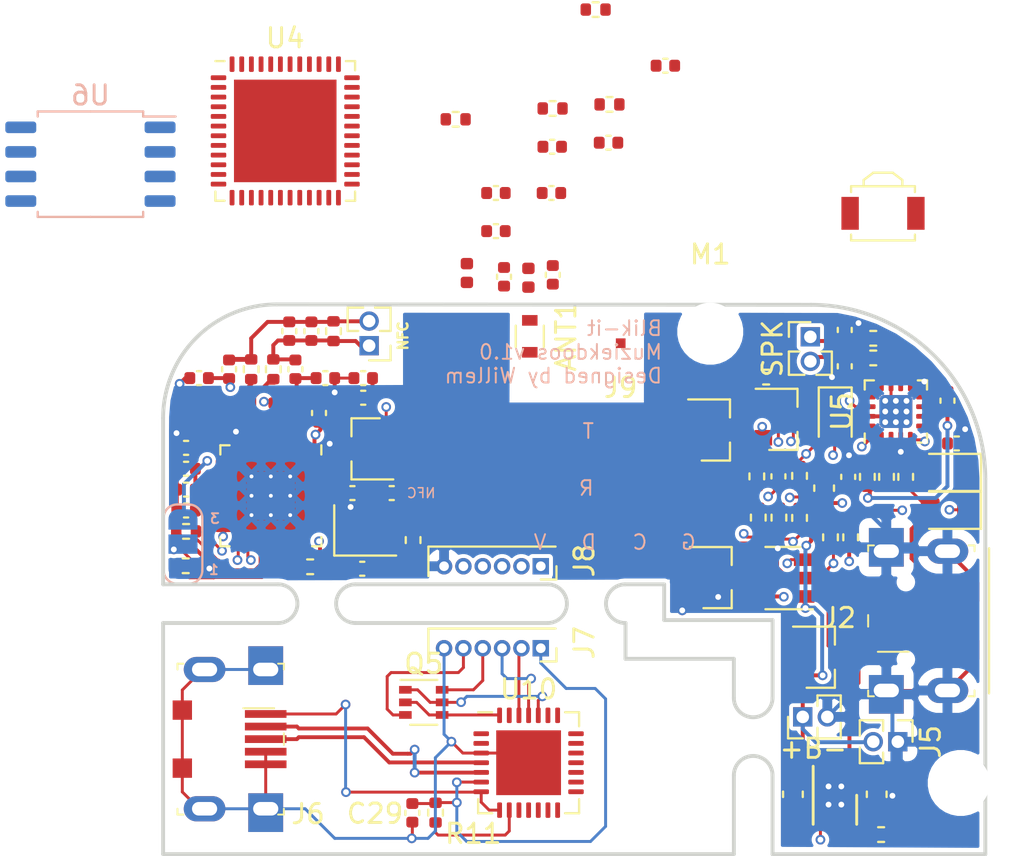
<source format=kicad_pcb>
(kicad_pcb (version 20171130) (host pcbnew "(5.1.10-1-10_14)")

  (general
    (thickness 1.6)
    (drawings 61)
    (tracks 641)
    (zones 0)
    (modules 98)
    (nets 127)
  )

  (page A4)
  (layers
    (0 F.Cu signal)
    (1 In1.Cu signal)
    (2 In2.Cu signal)
    (31 B.Cu signal)
    (32 B.Adhes user hide)
    (33 F.Adhes user hide)
    (34 B.Paste user hide)
    (35 F.Paste user hide)
    (36 B.SilkS user hide)
    (37 F.SilkS user)
    (38 B.Mask user hide)
    (39 F.Mask user hide)
    (40 Dwgs.User user)
    (41 Cmts.User user hide)
    (42 Eco1.User user hide)
    (43 Eco2.User user hide)
    (44 Edge.Cuts user)
    (45 Margin user hide)
    (46 B.CrtYd user hide)
    (47 F.CrtYd user)
    (48 B.Fab user hide)
    (49 F.Fab user hide)
  )

  (setup
    (last_trace_width 0.1524)
    (user_trace_width 0.1524)
    (user_trace_width 0.2032)
    (trace_clearance 0.1524)
    (zone_clearance 0.0254)
    (zone_45_only no)
    (trace_min 0.1524)
    (via_size 0.8)
    (via_drill 0.4)
    (via_min_size 0.4)
    (via_min_drill 0.3)
    (user_via 0.5 0.3)
    (uvia_size 0.3)
    (uvia_drill 0.1)
    (uvias_allowed no)
    (uvia_min_size 0.2)
    (uvia_min_drill 0.1)
    (edge_width 0.05)
    (segment_width 0.2)
    (pcb_text_width 0.3)
    (pcb_text_size 1.5 1.5)
    (mod_edge_width 0.12)
    (mod_text_size 1 1)
    (mod_text_width 0.15)
    (pad_size 1 1)
    (pad_drill 0)
    (pad_to_mask_clearance 0)
    (aux_axis_origin 0 0)
    (visible_elements FFFFFF7F)
    (pcbplotparams
      (layerselection 0x010fc_ffffffff)
      (usegerberextensions false)
      (usegerberattributes true)
      (usegerberadvancedattributes true)
      (creategerberjobfile true)
      (excludeedgelayer true)
      (linewidth 0.100000)
      (plotframeref false)
      (viasonmask false)
      (mode 1)
      (useauxorigin false)
      (hpglpennumber 1)
      (hpglpenspeed 20)
      (hpglpendiameter 15.000000)
      (psnegative false)
      (psa4output false)
      (plotreference true)
      (plotvalue true)
      (plotinvisibletext false)
      (padsonsilk false)
      (subtractmaskfromsilk false)
      (outputformat 1)
      (mirror false)
      (drillshape 0)
      (scaleselection 1)
      (outputdirectory "OUTPUT"))
  )

  (net 0 "")
  (net 1 GND)
  (net 2 VBUS)
  (net 3 /CPU/ADC1_IN2)
  (net 4 +BATT)
  (net 5 /Power/PSU_BTN_RAW)
  (net 6 +3V3)
  (net 7 "Net-(C6-Pad2)")
  (net 8 "Net-(C7-Pad1)")
  (net 9 "Net-(C15-Pad1)")
  (net 10 "Net-(C16-Pad1)")
  (net 11 "Net-(C17-Pad2)")
  (net 12 "Net-(C20-Pad2)")
  (net 13 "Net-(C30-Pad1)")
  (net 14 /I2S_DAC_AMP/SPK_OUT-)
  (net 15 /I2S_DAC_AMP/SPKOUT+)
  (net 16 /Power/CHG_STAT_LED)
  (net 17 /Power/CHG_5V_LED)
  (net 18 /Power/PSU_EN)
  (net 19 "Net-(L2-Pad2)")
  (net 20 /CPU/MEAS_EN)
  (net 21 /CPU/BTN_PWR)
  (net 22 /CPU/PW_HOLD)
  (net 23 /Power/PSU_EN_BUF)
  (net 24 /Power/CHG_PROG)
  (net 25 "Net-(R5-Pad2)")
  (net 26 "Net-(R17-Pad1)")
  (net 27 "Net-(R18-Pad2)")
  (net 28 "Net-(R19-Pad2)")
  (net 29 /I2S_DAC_AMP/GAIN)
  (net 30 /I2S_DAC_AMP/I2S_SD_MODE)
  (net 31 "Net-(U2-Pad4)")
  (net 32 /CPU/NFC_MISO)
  (net 33 /CPU/DAC_BCLK)
  (net 34 /CPU/DAC_LRCK)
  (net 35 /CPU/NFC_SPI_MOSI)
  (net 36 /CPU/NFC_SPI_SCK)
  (net 37 /CPU/NFC_SPI_CS)
  (net 38 /CPU/DAC_DATA)
  (net 39 "Net-(U3-Pad28)")
  (net 40 "Net-(U3-Pad27)")
  (net 41 "Net-(U3-Pad26)")
  (net 42 "Net-(U3-Pad25)")
  (net 43 "Net-(U3-Pad24)")
  (net 44 "Net-(U3-Pad23)")
  (net 45 "Net-(U3-Pad11)")
  (net 46 "Net-(U3-Pad10)")
  (net 47 "Net-(U3-Pad7)")
  (net 48 "Net-(U3-Pad4)")
  (net 49 "Net-(U3-Pad3)")
  (net 50 "Net-(L1-Pad2)")
  (net 51 "Net-(C23-Pad2)")
  (net 52 "Net-(JP2-Pad2)")
  (net 53 "Net-(R11-Pad2)")
  (net 54 "Net-(R12-Pad2)")
  (net 55 "Net-(R13-Pad2)")
  (net 56 "Net-(R15-Pad1)")
  (net 57 "Net-(Q1-Pad3)")
  (net 58 "Net-(U1-Pad7)")
  (net 59 /CPU/HALL_OUT)
  (net 60 /CPU/VDD_SDIO)
  (net 61 /CPU/ESP_RST)
  (net 62 /CPU/ESP_GPIO0)
  (net 63 "Net-(R16-Pad2)")
  (net 64 /CPU/ESP_GPIO2)
  (net 65 /CPU/ESP_GPIO15)
  (net 66 /NFC/NFC_TX)
  (net 67 /NFC/NFC_RX)
  (net 68 "Net-(U4-Pad48)")
  (net 69 "Net-(U4-Pad47)")
  (net 70 "Net-(U4-Pad45)")
  (net 71 "Net-(U4-Pad44)")
  (net 72 "Net-(U4-Pad39)")
  (net 73 /CPU/SDIO_CS)
  (net 74 /CPU/ESP_SD1)
  (net 75 /CPU/ESP_SD0)
  (net 76 /CPU/ESP_CLK)
  (net 77 /CPU/ESP_CMD)
  (net 78 /CPU/ESP_GPIO17)
  (net 79 /CPU/SPIFLASH_CS)
  (net 80 "Net-(U4-Pad21)")
  (net 81 "Net-(U4-Pad18)")
  (net 82 "Net-(U4-Pad13)")
  (net 83 "Net-(U4-Pad10)")
  (net 84 "Net-(U4-Pad8)")
  (net 85 "Net-(U4-Pad7)")
  (net 86 "Net-(U4-Pad6)")
  (net 87 /CPU/SPI_CMD)
  (net 88 "Net-(U10-Pad27)")
  (net 89 "Net-(U10-Pad23)")
  (net 90 "Net-(U10-Pad22)")
  (net 91 "Net-(U10-Pad21)")
  (net 92 "Net-(U10-Pad20)")
  (net 93 "Net-(U10-Pad19)")
  (net 94 "Net-(U10-Pad18)")
  (net 95 "Net-(U10-Pad17)")
  (net 96 "Net-(U10-Pad16)")
  (net 97 "Net-(U10-Pad15)")
  (net 98 "Net-(U10-Pad14)")
  (net 99 "Net-(U10-Pad13)")
  (net 100 "Net-(U10-Pad12)")
  (net 101 "Net-(U10-Pad11)")
  (net 102 "Net-(U10-Pad10)")
  (net 103 "Net-(U10-Pad2)")
  (net 104 "Net-(U10-Pad1)")
  (net 105 /programmer/USB_D-)
  (net 106 /programmer/USB_D+)
  (net 107 /programmer/CP_DTR)
  (net 108 /programmer/CP_RTS)
  (net 109 /CPU/ESP_TX)
  (net 110 /CPU/ESP_RX)
  (net 111 /CPU/WIFI_ANT)
  (net 112 /CPU/VDDA)
  (net 113 /CPU/ESP_LNA_IN)
  (net 114 "Net-(J2-Pad2)")
  (net 115 "Net-(J2-Pad3)")
  (net 116 "Net-(U4-Pad29)")
  (net 117 "Net-(U4-Pad28)")
  (net 118 /programmer/USB_PWR)
  (net 119 /programmer/PROG_EN)
  (net 120 /programmer/PROG_RST)
  (net 121 /programmer/PROG_RX)
  (net 122 /programmer/PROG_TX)
  (net 123 /programmer/CP_RST)
  (net 124 GND2)
  (net 125 /programmer/PROG_VCC)
  (net 126 /CPU/A2)

  (net_class Default "This is the default net class."
    (clearance 0.1524)
    (trace_width 0.1524)
    (via_dia 0.8)
    (via_drill 0.4)
    (uvia_dia 0.3)
    (uvia_drill 0.1)
    (add_net +3V3)
    (add_net +BATT)
    (add_net /CPU/A2)
    (add_net /CPU/ADC1_IN2)
    (add_net /CPU/BTN_PWR)
    (add_net /CPU/DAC_BCLK)
    (add_net /CPU/DAC_DATA)
    (add_net /CPU/DAC_LRCK)
    (add_net /CPU/ESP_CLK)
    (add_net /CPU/ESP_CMD)
    (add_net /CPU/ESP_GPIO0)
    (add_net /CPU/ESP_GPIO15)
    (add_net /CPU/ESP_GPIO17)
    (add_net /CPU/ESP_GPIO2)
    (add_net /CPU/ESP_LNA_IN)
    (add_net /CPU/ESP_RST)
    (add_net /CPU/ESP_RX)
    (add_net /CPU/ESP_SD0)
    (add_net /CPU/ESP_SD1)
    (add_net /CPU/ESP_TX)
    (add_net /CPU/HALL_OUT)
    (add_net /CPU/MEAS_EN)
    (add_net /CPU/NFC_MISO)
    (add_net /CPU/NFC_SPI_CS)
    (add_net /CPU/NFC_SPI_MOSI)
    (add_net /CPU/NFC_SPI_SCK)
    (add_net /CPU/PW_HOLD)
    (add_net /CPU/SDIO_CS)
    (add_net /CPU/SPIFLASH_CS)
    (add_net /CPU/SPI_CMD)
    (add_net /CPU/VDDA)
    (add_net /CPU/VDD_SDIO)
    (add_net /CPU/WIFI_ANT)
    (add_net /I2S_DAC_AMP/GAIN)
    (add_net /I2S_DAC_AMP/I2S_SD_MODE)
    (add_net /I2S_DAC_AMP/SPKOUT+)
    (add_net /I2S_DAC_AMP/SPK_OUT-)
    (add_net /NFC/NFC_RX)
    (add_net /NFC/NFC_TX)
    (add_net /Power/CHG_5V_LED)
    (add_net /Power/CHG_PROG)
    (add_net /Power/CHG_STAT_LED)
    (add_net /Power/PSU_BTN_RAW)
    (add_net /Power/PSU_EN)
    (add_net /Power/PSU_EN_BUF)
    (add_net /programmer/CP_DTR)
    (add_net /programmer/CP_RST)
    (add_net /programmer/CP_RTS)
    (add_net /programmer/PROG_EN)
    (add_net /programmer/PROG_RST)
    (add_net /programmer/PROG_RX)
    (add_net /programmer/PROG_TX)
    (add_net /programmer/PROG_VCC)
    (add_net /programmer/USB_D+)
    (add_net /programmer/USB_D-)
    (add_net /programmer/USB_PWR)
    (add_net GND)
    (add_net GND2)
    (add_net "Net-(C15-Pad1)")
    (add_net "Net-(C16-Pad1)")
    (add_net "Net-(C17-Pad2)")
    (add_net "Net-(C20-Pad2)")
    (add_net "Net-(C23-Pad2)")
    (add_net "Net-(C30-Pad1)")
    (add_net "Net-(C6-Pad2)")
    (add_net "Net-(C7-Pad1)")
    (add_net "Net-(J2-Pad2)")
    (add_net "Net-(J2-Pad3)")
    (add_net "Net-(JP2-Pad2)")
    (add_net "Net-(L1-Pad2)")
    (add_net "Net-(L2-Pad2)")
    (add_net "Net-(Q1-Pad3)")
    (add_net "Net-(R11-Pad2)")
    (add_net "Net-(R12-Pad2)")
    (add_net "Net-(R13-Pad2)")
    (add_net "Net-(R15-Pad1)")
    (add_net "Net-(R16-Pad2)")
    (add_net "Net-(R17-Pad1)")
    (add_net "Net-(R18-Pad2)")
    (add_net "Net-(R19-Pad2)")
    (add_net "Net-(R5-Pad2)")
    (add_net "Net-(U1-Pad7)")
    (add_net "Net-(U10-Pad1)")
    (add_net "Net-(U10-Pad10)")
    (add_net "Net-(U10-Pad11)")
    (add_net "Net-(U10-Pad12)")
    (add_net "Net-(U10-Pad13)")
    (add_net "Net-(U10-Pad14)")
    (add_net "Net-(U10-Pad15)")
    (add_net "Net-(U10-Pad16)")
    (add_net "Net-(U10-Pad17)")
    (add_net "Net-(U10-Pad18)")
    (add_net "Net-(U10-Pad19)")
    (add_net "Net-(U10-Pad2)")
    (add_net "Net-(U10-Pad20)")
    (add_net "Net-(U10-Pad21)")
    (add_net "Net-(U10-Pad22)")
    (add_net "Net-(U10-Pad23)")
    (add_net "Net-(U10-Pad27)")
    (add_net "Net-(U2-Pad4)")
    (add_net "Net-(U3-Pad10)")
    (add_net "Net-(U3-Pad11)")
    (add_net "Net-(U3-Pad23)")
    (add_net "Net-(U3-Pad24)")
    (add_net "Net-(U3-Pad25)")
    (add_net "Net-(U3-Pad26)")
    (add_net "Net-(U3-Pad27)")
    (add_net "Net-(U3-Pad28)")
    (add_net "Net-(U3-Pad3)")
    (add_net "Net-(U3-Pad4)")
    (add_net "Net-(U3-Pad7)")
    (add_net "Net-(U4-Pad10)")
    (add_net "Net-(U4-Pad13)")
    (add_net "Net-(U4-Pad18)")
    (add_net "Net-(U4-Pad21)")
    (add_net "Net-(U4-Pad28)")
    (add_net "Net-(U4-Pad29)")
    (add_net "Net-(U4-Pad39)")
    (add_net "Net-(U4-Pad44)")
    (add_net "Net-(U4-Pad45)")
    (add_net "Net-(U4-Pad47)")
    (add_net "Net-(U4-Pad48)")
    (add_net "Net-(U4-Pad6)")
    (add_net "Net-(U4-Pad7)")
    (add_net "Net-(U4-Pad8)")
    (add_net VBUS)
  )

  (module Connector_PinHeader_1.27mm:PinHeader_1x02_P1.27mm_Vertical (layer F.Cu) (tedit 610E4040) (tstamp 61417991)
    (at 51.816 66.0908 180)
    (descr "Through hole straight pin header, 1x02, 1.27mm pitch, single row")
    (tags "Through hole pin header THT 1x02 1.27mm single row")
    (path /60FE21EE/610ABF7F)
    (fp_text reference J4 (at -2.0828 1.4732 180) (layer F.SilkS) hide
      (effects (font (size 1 1) (thickness 0.15)))
    )
    (fp_text value Conn_01x02 (at 0 2.965 180) (layer F.Fab) hide
      (effects (font (size 1 1) (thickness 0.15)))
    )
    (fp_line (start -0.525 -0.635) (end 1.05 -0.635) (layer F.Fab) (width 0.1))
    (fp_line (start 1.05 -0.635) (end 1.05 1.905) (layer F.Fab) (width 0.1))
    (fp_line (start 1.05 1.905) (end -1.05 1.905) (layer F.Fab) (width 0.1))
    (fp_line (start -1.05 1.905) (end -1.05 -0.11) (layer F.Fab) (width 0.1))
    (fp_line (start -1.05 -0.11) (end -0.525 -0.635) (layer F.Fab) (width 0.1))
    (fp_line (start -1.11 1.965) (end -0.30753 1.965) (layer F.SilkS) (width 0.12))
    (fp_line (start 0.30753 1.965) (end 1.11 1.965) (layer F.SilkS) (width 0.12))
    (fp_line (start -1.11 0.76) (end -1.11 1.965) (layer F.SilkS) (width 0.12))
    (fp_line (start 1.11 0.76) (end 1.11 1.965) (layer F.SilkS) (width 0.12))
    (fp_line (start -1.11 0.76) (end -0.563471 0.76) (layer F.SilkS) (width 0.12))
    (fp_line (start 0.563471 0.76) (end 1.11 0.76) (layer F.SilkS) (width 0.12))
    (fp_line (start -1.11 0) (end -1.11 -0.76) (layer F.SilkS) (width 0.12))
    (fp_line (start -1.11 -0.76) (end 0 -0.76) (layer F.SilkS) (width 0.12))
    (fp_line (start -1.27 -0.762) (end -1.27 2.032) (layer F.CrtYd) (width 0.05))
    (fp_line (start -1.27 2.032) (end 1.27 2.032) (layer F.CrtYd) (width 0.05))
    (fp_line (start 1.27 2.032) (end 1.27 -0.762) (layer F.CrtYd) (width 0.05))
    (fp_line (start 1.27 -0.762) (end -1.27 -0.762) (layer F.CrtYd) (width 0.05))
    (fp_text user %R (at 0 0.635 270) (layer F.Fab) hide
      (effects (font (size 1 1) (thickness 0.15)))
    )
    (pad 2 thru_hole oval (at 0 1.27 180) (size 1 1) (drill 0.65) (layers *.Cu *.Mask)
      (net 51 "Net-(C23-Pad2)"))
    (pad 1 thru_hole rect (at 0 0 180) (size 1 1) (drill 0.65) (layers *.Cu *.Mask)
      (net 12 "Net-(C20-Pad2)"))
    (model ${KISYS3DMOD}/Connector_PinHeader_1.27mm.3dshapes/PinHeader_1x02_P1.27mm_Vertical.wrl
      (at (xyz 0 0 0))
      (scale (xyz 1 1 1))
      (rotate (xyz 0 0 0))
    )
  )

  (module MySymbols:AntennaTrace (layer F.Cu) (tedit 5E3EAB2D) (tstamp 61414519)
    (at 64.8208 65.9638)
    (path /60FFCEAC/614111A0)
    (fp_text reference J9 (at 0 2.3) (layer F.SilkS)
      (effects (font (size 1 1) (thickness 0.15)))
    )
    (fp_text value Conn_01x01 (at 0 -1.975) (layer F.Fab)
      (effects (font (size 1 1) (thickness 0.15)))
    )
    (pad 1 smd rect (at 0 0) (size 0.5 0.5) (layers F.Cu)
      (net 126 /CPU/A2))
  )

  (module "MySymbols:wifi antenna" (layer F.Cu) (tedit 5E39D8CF) (tstamp 61419156)
    (at 60.1218 65.6082 90)
    (path /60FFCEAC/6133A7B9)
    (fp_text reference ANT1 (at 0 1.875 90) (layer F.SilkS)
      (effects (font (size 1 1) (thickness 0.15)))
    )
    (fp_text value 2450AT18A100E (at 0 -1.825 90) (layer F.Fab)
      (effects (font (size 1 1) (thickness 0.15)))
    )
    (fp_line (start -1.6 0.9) (end 1.6 0.9) (layer F.CrtYd) (width 0.05))
    (fp_line (start -1.6 -0.9) (end -1.6 0.9) (layer F.CrtYd) (width 0.05))
    (fp_line (start 1.6 -0.9) (end -1.6 -0.9) (layer F.CrtYd) (width 0.05))
    (fp_line (start 1.6 0.9) (end 1.6 -0.9) (layer F.CrtYd) (width 0.05))
    (fp_line (start 0.55 0.725) (end -0.55 0.725) (layer F.SilkS) (width 0.12))
    (fp_line (start -0.55 -0.725) (end 0.55 -0.725) (layer F.SilkS) (width 0.12))
    (pad 1 smd rect (at -0.825 0 90) (size 0.55 0.8) (layers F.Cu F.Paste F.Mask)
      (net 111 /CPU/WIFI_ANT))
    (pad 2 smd rect (at 0.825 0 90) (size 0.55 0.8) (layers F.Cu F.Paste F.Mask)
      (net 126 /CPU/A2))
  )

  (module Connector_PinSocket_1.00mm:PinSocket_1x06_P1.00mm_Vertical_small_CrtYd (layer F.Cu) (tedit 6140C9F7) (tstamp 6141AB8A)
    (at 60.69 77.49286 270)
    (descr "Through hole straight socket strip, 1x06, 1.00mm pitch, single row (https://gct.co/files/drawings/bc065.pdf), script generated")
    (tags "Through hole socket strip THT 1x06 1.00mm single row")
    (path /6147AE86)
    (fp_text reference J8 (at -0.29 -2.25 90) (layer F.SilkS)
      (effects (font (size 1 1) (thickness 0.15)))
    )
    (fp_text value Conn_01x06 (at -0.29 7.25 90) (layer F.Fab)
      (effects (font (size 1 1) (thickness 0.15)))
    )
    (fp_line (start -0.762 5.842) (end -0.762 -0.762) (layer F.CrtYd) (width 0.05))
    (fp_line (start 0.762 5.842) (end -0.762 5.842) (layer F.CrtYd) (width 0.05))
    (fp_line (start 0.762 -0.762) (end 0.762 5.842) (layer F.CrtYd) (width 0.05))
    (fp_line (start -0.762 -0.762) (end 0.762 -0.762) (layer F.CrtYd) (width 0.05))
    (fp_line (start 0 -0.81) (end 0.685 -0.81) (layer F.SilkS) (width 0.12))
    (fp_line (start 0.685 -0.81) (end 0.685 0) (layer F.SilkS) (width 0.12))
    (fp_line (start -1.016 5.81) (end 0.508 5.81) (layer F.SilkS) (width 0.12))
    (fp_line (start -1.016 -0.762) (end -1.016 5.81) (layer F.SilkS) (width 0.12))
    (fp_line (start -0.762 5.75) (end -0.762 -0.75) (layer F.Fab) (width 0.1))
    (fp_line (start 0.738 5.75) (end -0.762 5.75) (layer F.Fab) (width 0.1))
    (fp_line (start 0.738 -0.375) (end 0.738 5.75) (layer F.Fab) (width 0.1))
    (fp_line (start 0.363 -0.75) (end 0.738 -0.375) (layer F.Fab) (width 0.1))
    (fp_line (start -0.762 -0.75) (end 0.363 -0.75) (layer F.Fab) (width 0.1))
    (fp_text user %R (at -0.29 2.5) (layer F.Fab)
      (effects (font (size 0.9 0.9) (thickness 0.14)))
    )
    (pad 6 thru_hole oval (at 0 5 270) (size 0.85 0.85) (drill 0.5) (layers *.Cu *.Mask)
      (net 1 GND))
    (pad 5 thru_hole oval (at 0 4 270) (size 0.85 0.85) (drill 0.5) (layers *.Cu *.Mask)
      (net 62 /CPU/ESP_GPIO0))
    (pad 4 thru_hole oval (at 0 3 270) (size 0.85 0.85) (drill 0.5) (layers *.Cu *.Mask)
      (net 61 /CPU/ESP_RST))
    (pad 3 thru_hole oval (at 0 2 270) (size 0.85 0.85) (drill 0.5) (layers *.Cu *.Mask)
      (net 109 /CPU/ESP_TX))
    (pad 2 thru_hole oval (at 0 1 270) (size 0.85 0.85) (drill 0.5) (layers *.Cu *.Mask)
      (net 110 /CPU/ESP_RX))
    (pad 1 thru_hole rect (at 0 0 270) (size 0.85 0.85) (drill 0.5) (layers *.Cu *.Mask)
      (net 6 +3V3))
    (model ${KISYS3DMOD}/Connector_PinSocket_1.00mm.3dshapes/PinSocket_1x06_P1.00mm_Vertical.wrl
      (at (xyz 0 0 0))
      (scale (xyz 1 1 1))
      (rotate (xyz 0 0 0))
    )
  )

  (module Connector_PinSocket_1.00mm:PinSocket_1x06_P1.00mm_Vertical_small_CrtYd (layer F.Cu) (tedit 6140C9F7) (tstamp 6141AB6C)
    (at 60.69 81.73 270)
    (descr "Through hole straight socket strip, 1x06, 1.00mm pitch, single row (https://gct.co/files/drawings/bc065.pdf), script generated")
    (tags "Through hole socket strip THT 1x06 1.00mm single row")
    (path /6147A1A8)
    (fp_text reference J7 (at -0.29 -2.25 90) (layer F.SilkS)
      (effects (font (size 1 1) (thickness 0.15)))
    )
    (fp_text value Conn_01x06 (at -0.29 7.25 90) (layer F.Fab)
      (effects (font (size 1 1) (thickness 0.15)))
    )
    (fp_line (start -0.762 5.842) (end -0.762 -0.762) (layer F.CrtYd) (width 0.05))
    (fp_line (start 0.762 5.842) (end -0.762 5.842) (layer F.CrtYd) (width 0.05))
    (fp_line (start 0.762 -0.762) (end 0.762 5.842) (layer F.CrtYd) (width 0.05))
    (fp_line (start -0.762 -0.762) (end 0.762 -0.762) (layer F.CrtYd) (width 0.05))
    (fp_line (start 0 -0.81) (end 0.685 -0.81) (layer F.SilkS) (width 0.12))
    (fp_line (start 0.685 -0.81) (end 0.685 0) (layer F.SilkS) (width 0.12))
    (fp_line (start -1.016 5.81) (end 0.508 5.81) (layer F.SilkS) (width 0.12))
    (fp_line (start -1.016 -0.762) (end -1.016 5.81) (layer F.SilkS) (width 0.12))
    (fp_line (start -0.762 5.75) (end -0.762 -0.75) (layer F.Fab) (width 0.1))
    (fp_line (start 0.738 5.75) (end -0.762 5.75) (layer F.Fab) (width 0.1))
    (fp_line (start 0.738 -0.375) (end 0.738 5.75) (layer F.Fab) (width 0.1))
    (fp_line (start 0.363 -0.75) (end 0.738 -0.375) (layer F.Fab) (width 0.1))
    (fp_line (start -0.762 -0.75) (end 0.363 -0.75) (layer F.Fab) (width 0.1))
    (fp_text user %R (at -0.29 2.5) (layer F.Fab)
      (effects (font (size 0.9 0.9) (thickness 0.14)))
    )
    (pad 6 thru_hole oval (at 0 5 270) (size 0.85 0.85) (drill 0.5) (layers *.Cu *.Mask)
      (net 124 GND2))
    (pad 5 thru_hole oval (at 0 4 270) (size 0.85 0.85) (drill 0.5) (layers *.Cu *.Mask)
      (net 119 /programmer/PROG_EN))
    (pad 4 thru_hole oval (at 0 3 270) (size 0.85 0.85) (drill 0.5) (layers *.Cu *.Mask)
      (net 120 /programmer/PROG_RST))
    (pad 3 thru_hole oval (at 0 2 270) (size 0.85 0.85) (drill 0.5) (layers *.Cu *.Mask)
      (net 121 /programmer/PROG_RX))
    (pad 2 thru_hole oval (at 0 1 270) (size 0.85 0.85) (drill 0.5) (layers *.Cu *.Mask)
      (net 122 /programmer/PROG_TX))
    (pad 1 thru_hole rect (at 0 0 270) (size 0.85 0.85) (drill 0.5) (layers *.Cu *.Mask)
      (net 125 /programmer/PROG_VCC))
    (model ${KISYS3DMOD}/Connector_PinSocket_1.00mm.3dshapes/PinSocket_1x06_P1.00mm_Vertical.wrl
      (at (xyz 0 0 0))
      (scale (xyz 1 1 1))
      (rotate (xyz 0 0 0))
    )
  )

  (module Panelization:mouse-bite-2mm-slot (layer F.Cu) (tedit 551DB891) (tstamp 61421DD2)
    (at 63.04788 79.44773)
    (fp_text reference mouse-bite-2mm-slot (at 0 -2) (layer F.SilkS) hide
      (effects (font (size 1 1) (thickness 0.2)))
    )
    (fp_text value VAL** (at 0 2.1) (layer F.SilkS) hide
      (effects (font (size 1 1) (thickness 0.2)))
    )
    (fp_line (start 2 0) (end 2 0) (layer Eco1.User) (width 2))
    (fp_line (start -2 0) (end -2 0) (layer Eco1.User) (width 2))
    (fp_circle (center -2 0) (end -2 -0.06) (layer Dwgs.User) (width 0.05))
    (fp_circle (center 2 0) (end 2.06 0) (layer Dwgs.User) (width 0.05))
    (fp_arc (start -2 0) (end -2 -1) (angle 180) (layer F.SilkS) (width 0.1))
    (fp_arc (start 2 0) (end 2 1) (angle 180) (layer F.SilkS) (width 0.1))
    (pad "" np_thru_hole circle (at 0 -0.75) (size 0.5 0.5) (drill 0.5) (layers *.Cu *.Mask))
    (pad "" np_thru_hole circle (at 0 0.75) (size 0.5 0.5) (drill 0.5) (layers *.Cu *.Mask))
    (pad "" np_thru_hole circle (at 0.75 -0.75) (size 0.5 0.5) (drill 0.5) (layers *.Cu *.Mask))
    (pad "" np_thru_hole circle (at -0.75 -0.75) (size 0.5 0.5) (drill 0.5) (layers *.Cu *.Mask))
    (pad "" np_thru_hole circle (at -0.75 0.75) (size 0.5 0.5) (drill 0.5) (layers *.Cu *.Mask))
    (pad "" np_thru_hole circle (at 0.75 0.75) (size 0.5 0.5) (drill 0.5) (layers *.Cu *.Mask))
  )

  (module Panelization:mouse-bite-2mm-slot (layer F.Cu) (tedit 551DB891) (tstamp 61421C4F)
    (at 71.67194 86.29904 90)
    (fp_text reference mouse-bite-2mm-slot (at 0 -2 90) (layer F.SilkS) hide
      (effects (font (size 1 1) (thickness 0.2)))
    )
    (fp_text value VAL** (at 0 2.1 90) (layer F.SilkS) hide
      (effects (font (size 1 1) (thickness 0.2)))
    )
    (fp_line (start 2 0) (end 2 0) (layer Eco1.User) (width 2))
    (fp_line (start -2 0) (end -2 0) (layer Eco1.User) (width 2))
    (fp_circle (center -2 0) (end -2 -0.06) (layer Dwgs.User) (width 0.05))
    (fp_circle (center 2 0) (end 2.06 0) (layer Dwgs.User) (width 0.05))
    (fp_arc (start -2 0) (end -2 -1) (angle 180) (layer F.SilkS) (width 0.1))
    (fp_arc (start 2 0) (end 2 1) (angle 180) (layer F.SilkS) (width 0.1))
    (pad "" np_thru_hole circle (at 0 -0.75 90) (size 0.5 0.5) (drill 0.5) (layers *.Cu *.Mask))
    (pad "" np_thru_hole circle (at 0 0.75 90) (size 0.5 0.5) (drill 0.5) (layers *.Cu *.Mask))
    (pad "" np_thru_hole circle (at 0.75 -0.75 90) (size 0.5 0.5) (drill 0.5) (layers *.Cu *.Mask))
    (pad "" np_thru_hole circle (at -0.75 -0.75 90) (size 0.5 0.5) (drill 0.5) (layers *.Cu *.Mask))
    (pad "" np_thru_hole circle (at -0.75 0.75 90) (size 0.5 0.5) (drill 0.5) (layers *.Cu *.Mask))
    (pad "" np_thru_hole circle (at 0.75 0.75 90) (size 0.5 0.5) (drill 0.5) (layers *.Cu *.Mask))
  )

  (module Panelization:mouse-bite-2mm-slot (layer F.Cu) (tedit 551DB891) (tstamp 61421C4D)
    (at 49.13122 79.42773)
    (fp_text reference mouse-bite-2mm-slot (at 0 -2) (layer F.SilkS) hide
      (effects (font (size 1 1) (thickness 0.2)))
    )
    (fp_text value VAL** (at 0 2.1) (layer F.SilkS) hide
      (effects (font (size 1 1) (thickness 0.2)))
    )
    (fp_circle (center 2 0) (end 2.06 0) (layer Dwgs.User) (width 0.05))
    (fp_circle (center -2 0) (end -2 -0.06) (layer Dwgs.User) (width 0.05))
    (fp_line (start -2 0) (end -2 0) (layer Eco1.User) (width 2))
    (fp_line (start 2 0) (end 2 0) (layer Eco1.User) (width 2))
    (fp_arc (start 2 0) (end 2 1) (angle 180) (layer F.SilkS) (width 0.1))
    (fp_arc (start -2 0) (end -2 -1) (angle 180) (layer F.SilkS) (width 0.1))
    (pad "" np_thru_hole circle (at 0.75 0.75) (size 0.5 0.5) (drill 0.5) (layers *.Cu *.Mask))
    (pad "" np_thru_hole circle (at -0.75 0.75) (size 0.5 0.5) (drill 0.5) (layers *.Cu *.Mask))
    (pad "" np_thru_hole circle (at -0.75 -0.75) (size 0.5 0.5) (drill 0.5) (layers *.Cu *.Mask))
    (pad "" np_thru_hole circle (at 0.75 -0.75) (size 0.5 0.5) (drill 0.5) (layers *.Cu *.Mask))
    (pad "" np_thru_hole circle (at 0 0.75) (size 0.5 0.5) (drill 0.5) (layers *.Cu *.Mask))
    (pad "" np_thru_hole circle (at 0 -0.75) (size 0.5 0.5) (drill 0.5) (layers *.Cu *.Mask))
  )

  (module Package_TO_SOT_SMD:SOT-363_SC-70-6 (layer F.Cu) (tedit 5A02FF57) (tstamp 614131CB)
    (at 54.64 84.53)
    (descr "SOT-363, SC-70-6")
    (tags "SOT-363 SC-70-6")
    (path /613CB1D0/613D07FE)
    (attr smd)
    (fp_text reference Q5 (at 0 -2) (layer F.SilkS)
      (effects (font (size 1 1) (thickness 0.15)))
    )
    (fp_text value UMH3N (at 0 2 180) (layer F.Fab)
      (effects (font (size 1 1) (thickness 0.15)))
    )
    (fp_line (start 0.7 -1.16) (end -1.2 -1.16) (layer F.SilkS) (width 0.12))
    (fp_line (start -0.7 1.16) (end 0.7 1.16) (layer F.SilkS) (width 0.12))
    (fp_line (start 1.6 1.4) (end 1.6 -1.4) (layer F.CrtYd) (width 0.05))
    (fp_line (start -1.6 -1.4) (end -1.6 1.4) (layer F.CrtYd) (width 0.05))
    (fp_line (start -1.6 -1.4) (end 1.6 -1.4) (layer F.CrtYd) (width 0.05))
    (fp_line (start 0.675 -1.1) (end -0.175 -1.1) (layer F.Fab) (width 0.1))
    (fp_line (start -0.675 -0.6) (end -0.675 1.1) (layer F.Fab) (width 0.1))
    (fp_line (start -1.6 1.4) (end 1.6 1.4) (layer F.CrtYd) (width 0.05))
    (fp_line (start 0.675 -1.1) (end 0.675 1.1) (layer F.Fab) (width 0.1))
    (fp_line (start 0.675 1.1) (end -0.675 1.1) (layer F.Fab) (width 0.1))
    (fp_line (start -0.175 -1.1) (end -0.675 -0.6) (layer F.Fab) (width 0.1))
    (fp_text user %R (at 0 0 90) (layer F.Fab)
      (effects (font (size 0.5 0.5) (thickness 0.075)))
    )
    (pad 6 smd rect (at 0.95 -0.65) (size 0.65 0.4) (layers F.Cu F.Paste F.Mask)
      (net 120 /programmer/PROG_RST))
    (pad 4 smd rect (at 0.95 0.65) (size 0.65 0.4) (layers F.Cu F.Paste F.Mask)
      (net 107 /programmer/CP_DTR))
    (pad 2 smd rect (at -0.95 0) (size 0.65 0.4) (layers F.Cu F.Paste F.Mask)
      (net 107 /programmer/CP_DTR))
    (pad 5 smd rect (at 0.95 0) (size 0.65 0.4) (layers F.Cu F.Paste F.Mask)
      (net 108 /programmer/CP_RTS))
    (pad 3 smd rect (at -0.95 0.65) (size 0.65 0.4) (layers F.Cu F.Paste F.Mask)
      (net 119 /programmer/PROG_EN))
    (pad 1 smd rect (at -0.95 -0.65) (size 0.65 0.4) (layers F.Cu F.Paste F.Mask)
      (net 108 /programmer/CP_RTS))
    (model ${KISYS3DMOD}/Package_TO_SOT_SMD.3dshapes/SOT-363_SC-70-6.wrl
      (at (xyz 0 0 0))
      (scale (xyz 1 1 1))
      (rotate (xyz 0 0 0))
    )
  )

  (module MySymbols:USB_Micro_B_Female (layer F.Cu) (tedit 6054B134) (tstamp 61412FB0)
    (at 81.7118 80.3148 90)
    (descr https://cdn.amphenol-icc.com/media/wysiwyg/files/drawing/10103594.pdf)
    (path /60FE1698/6143D9E0)
    (attr smd)
    (fp_text reference J2 (at 0.1524 -5.59054 180) (layer F.SilkS)
      (effects (font (size 1 1) (thickness 0.15)))
    )
    (fp_text value USB_B_Micro (at -0.22098 3.5941 90) (layer F.Fab)
      (effects (font (size 1 1) (thickness 0.15)))
    )
    (fp_line (start 3.75 2.15) (end -3.75 2.15) (layer F.SilkS) (width 0.12))
    (fp_line (start -3.75 -3.97) (end -3.75 1.29) (layer F.Fab) (width 0.1))
    (fp_line (start -3.75 -3.97) (end 3.75 -3.97) (layer F.Fab) (width 0.1))
    (fp_line (start 3.75 -3.97) (end 3.75 1.29) (layer F.Fab) (width 0.1))
    (fp_line (start -3.75 1.29) (end 3.75 1.29) (layer F.Fab) (width 0.1))
    (fp_line (start 3.9 -4.1) (end 3.9 -3.8) (layer F.SilkS) (width 0.1))
    (fp_line (start 3.9 -4.1) (end 3.6 -4.1) (layer F.SilkS) (width 0.1))
    (fp_line (start -3.9 -4.1) (end -3.9 -3.8) (layer F.SilkS) (width 0.1))
    (fp_line (start -3.9 -4.1) (end -3.6 -4.1) (layer F.SilkS) (width 0.1))
    (fp_line (start -3.9 1.4) (end -3.6 1.4) (layer F.SilkS) (width 0.1))
    (fp_line (start -3.9 1.4) (end -3.9 1.1) (layer F.SilkS) (width 0.1))
    (fp_line (start 3.9 1.4) (end 3.6 1.4) (layer F.SilkS) (width 0.1))
    (fp_line (start 3.9 1.4) (end 3.9 1.1) (layer F.SilkS) (width 0.1))
    (fp_line (start 0 -4.1) (end -0.3 -4.1) (layer F.SilkS) (width 0.1))
    (fp_line (start 0 -4.1) (end 0.3 -4.1) (layer F.SilkS) (width 0.1))
    (fp_line (start -1.6 -3.6) (end -1.6 -2) (layer F.SilkS) (width 0.1))
    (fp_line (start -4.68 1.75) (end -4.68 -4.22) (layer F.CrtYd) (width 0.05))
    (fp_line (start -4.68 1.75) (end 4.68 1.75) (layer F.CrtYd) (width 0.05))
    (fp_line (start -4.68 -4.22) (end 4.68 -4.22) (layer F.CrtYd) (width 0.05))
    (fp_line (start 4.68 1.75) (end 4.68 -4.22) (layer F.CrtYd) (width 0.05))
    (fp_line (start -4.5 1.3) (end -4.5 2.5) (layer Dwgs.User) (width 0.12))
    (fp_line (start -4.5 2.5) (end 4.5 2.5) (layer Dwgs.User) (width 0.12))
    (fp_line (start 4.5 2.5) (end 4.5 1.3) (layer Dwgs.User) (width 0.12))
    (pad SH smd rect (at -1.5 1.15 90) (size 1 1) (layers F.Cu F.Paste F.Mask)
      (net 1 GND))
    (pad 1 smd rect (at -1.3 -3.16 90) (size 0.4 2.15) (layers F.Cu F.Paste F.Mask)
      (net 2 VBUS))
    (pad SH thru_hole rect (at -3.6 -3.16 90) (size 2 1.8) (drill oval 0.7 1.3 (offset -0.2 0)) (layers *.Cu *.Mask)
      (net 1 GND))
    (pad SH thru_hole oval (at -3.6 0 90) (size 1.3 2.15) (drill oval 0.7 1.3) (layers *.Cu *.Mask)
      (net 1 GND))
    (pad SH thru_hole rect (at 3.6 -3.16 270) (size 2 1.8) (drill oval 0.7 1.3 (offset -0.2 0)) (layers *.Cu *.Mask)
      (net 1 GND))
    (pad SH thru_hole oval (at 3.6 0 90) (size 1.3 2.15) (drill oval 0.7 1.3) (layers *.Cu *.Mask)
      (net 1 GND))
    (pad "" np_thru_hole circle (at -2 -2.15 90) (size 0.55 0.55) (drill 0.55) (layers *.Cu *.Mask))
    (pad "" np_thru_hole circle (at 2 -2.15 90) (size 0.55 0.55) (drill 0.55) (layers *.Cu *.Mask))
    (pad SH smd rect (at 1.5 1.15 90) (size 1 1) (layers F.Cu F.Paste F.Mask)
      (net 1 GND))
    (pad 2 smd rect (at -0.65 -3.16 90) (size 0.4 2.15) (layers F.Cu F.Paste F.Mask)
      (net 114 "Net-(J2-Pad2)"))
    (pad 3 smd rect (at 0 -3.16 90) (size 0.4 2.15) (layers F.Cu F.Paste F.Mask)
      (net 115 "Net-(J2-Pad3)"))
    (pad 4 smd rect (at 0.65 -3.16 90) (size 0.4 2.15) (layers F.Cu F.Paste F.Mask)
      (net 1 GND))
    (pad 5 smd rect (at 1.3 -3.16 90) (size 0.4 2.15) (layers F.Cu F.Paste F.Mask)
      (net 1 GND))
    (model ${KISYS3DMOD}/Connector_USB.3dshapes/USB_Micro-B_Molex_47346-0001.step
      (offset (xyz 0 1.5 0))
      (scale (xyz 1 1 1))
      (rotate (xyz 0 0 0))
    )
  )

  (module Package_DFN_QFN:QFN-28-1EP_5x5mm_P0.5mm_EP3.35x3.35mm (layer F.Cu) (tedit 5DC5F6A4) (tstamp 613D031A)
    (at 60.06 87.65)
    (descr "QFN, 28 Pin (http://ww1.microchip.com/downloads/en/PackagingSpec/00000049BQ.pdf#page=283), generated with kicad-footprint-generator ipc_noLead_generator.py")
    (tags "QFN NoLead")
    (path /613CB1D0/613CD9B7)
    (attr smd)
    (fp_text reference U10 (at 0 -3.8 180) (layer F.SilkS)
      (effects (font (size 1 1) (thickness 0.15)))
    )
    (fp_text value CP2109-InterfaceUSB (at 0 3.8 180) (layer F.Fab)
      (effects (font (size 1 1) (thickness 0.15)))
    )
    (fp_line (start 1.885 -2.61) (end 2.61 -2.61) (layer F.SilkS) (width 0.12))
    (fp_line (start 2.61 -2.61) (end 2.61 -1.885) (layer F.SilkS) (width 0.12))
    (fp_line (start -1.885 2.61) (end -2.61 2.61) (layer F.SilkS) (width 0.12))
    (fp_line (start -2.61 2.61) (end -2.61 1.885) (layer F.SilkS) (width 0.12))
    (fp_line (start 1.885 2.61) (end 2.61 2.61) (layer F.SilkS) (width 0.12))
    (fp_line (start 2.61 2.61) (end 2.61 1.885) (layer F.SilkS) (width 0.12))
    (fp_line (start -1.885 -2.61) (end -2.61 -2.61) (layer F.SilkS) (width 0.12))
    (fp_line (start -1.5 -2.5) (end 2.5 -2.5) (layer F.Fab) (width 0.1))
    (fp_line (start 2.5 -2.5) (end 2.5 2.5) (layer F.Fab) (width 0.1))
    (fp_line (start 2.5 2.5) (end -2.5 2.5) (layer F.Fab) (width 0.1))
    (fp_line (start -2.5 2.5) (end -2.5 -1.5) (layer F.Fab) (width 0.1))
    (fp_line (start -2.5 -1.5) (end -1.5 -2.5) (layer F.Fab) (width 0.1))
    (fp_line (start -3.1 -3.1) (end -3.1 3.1) (layer F.CrtYd) (width 0.05))
    (fp_line (start -3.1 3.1) (end 3.1 3.1) (layer F.CrtYd) (width 0.05))
    (fp_line (start 3.1 3.1) (end 3.1 -3.1) (layer F.CrtYd) (width 0.05))
    (fp_line (start 3.1 -3.1) (end -3.1 -3.1) (layer F.CrtYd) (width 0.05))
    (fp_text user %R (at 0 0 180) (layer F.Fab)
      (effects (font (size 1 1) (thickness 0.15)))
    )
    (pad "" smd roundrect (at 1.12 1.12) (size 0.9 0.9) (layers F.Paste) (roundrect_rratio 0.25))
    (pad "" smd roundrect (at 1.12 0) (size 0.9 0.9) (layers F.Paste) (roundrect_rratio 0.25))
    (pad "" smd roundrect (at 1.12 -1.12) (size 0.9 0.9) (layers F.Paste) (roundrect_rratio 0.25))
    (pad "" smd roundrect (at 0 1.12) (size 0.9 0.9) (layers F.Paste) (roundrect_rratio 0.25))
    (pad "" smd roundrect (at 0 0) (size 0.9 0.9) (layers F.Paste) (roundrect_rratio 0.25))
    (pad "" smd roundrect (at 0 -1.12) (size 0.9 0.9) (layers F.Paste) (roundrect_rratio 0.25))
    (pad "" smd roundrect (at -1.12 1.12) (size 0.9 0.9) (layers F.Paste) (roundrect_rratio 0.25))
    (pad "" smd roundrect (at -1.12 0) (size 0.9 0.9) (layers F.Paste) (roundrect_rratio 0.25))
    (pad "" smd roundrect (at -1.12 -1.12) (size 0.9 0.9) (layers F.Paste) (roundrect_rratio 0.25))
    (pad 29 smd rect (at 0 0) (size 3.35 3.35) (layers F.Cu F.Mask)
      (net 124 GND2))
    (pad 28 smd roundrect (at -1.5 -2.45) (size 0.25 0.8) (layers F.Cu F.Paste F.Mask) (roundrect_rratio 0.25)
      (net 107 /programmer/CP_DTR))
    (pad 27 smd roundrect (at -1 -2.45) (size 0.25 0.8) (layers F.Cu F.Paste F.Mask) (roundrect_rratio 0.25)
      (net 88 "Net-(U10-Pad27)"))
    (pad 26 smd roundrect (at -0.5 -2.45) (size 0.25 0.8) (layers F.Cu F.Paste F.Mask) (roundrect_rratio 0.25)
      (net 122 /programmer/PROG_TX))
    (pad 25 smd roundrect (at 0 -2.45) (size 0.25 0.8) (layers F.Cu F.Paste F.Mask) (roundrect_rratio 0.25)
      (net 121 /programmer/PROG_RX))
    (pad 24 smd roundrect (at 0.5 -2.45) (size 0.25 0.8) (layers F.Cu F.Paste F.Mask) (roundrect_rratio 0.25)
      (net 108 /programmer/CP_RTS))
    (pad 23 smd roundrect (at 1 -2.45) (size 0.25 0.8) (layers F.Cu F.Paste F.Mask) (roundrect_rratio 0.25)
      (net 89 "Net-(U10-Pad23)"))
    (pad 22 smd roundrect (at 1.5 -2.45) (size 0.25 0.8) (layers F.Cu F.Paste F.Mask) (roundrect_rratio 0.25)
      (net 90 "Net-(U10-Pad22)"))
    (pad 21 smd roundrect (at 2.45 -1.5) (size 0.8 0.25) (layers F.Cu F.Paste F.Mask) (roundrect_rratio 0.25)
      (net 91 "Net-(U10-Pad21)"))
    (pad 20 smd roundrect (at 2.45 -1) (size 0.8 0.25) (layers F.Cu F.Paste F.Mask) (roundrect_rratio 0.25)
      (net 92 "Net-(U10-Pad20)"))
    (pad 19 smd roundrect (at 2.45 -0.5) (size 0.8 0.25) (layers F.Cu F.Paste F.Mask) (roundrect_rratio 0.25)
      (net 93 "Net-(U10-Pad19)"))
    (pad 18 smd roundrect (at 2.45 0) (size 0.8 0.25) (layers F.Cu F.Paste F.Mask) (roundrect_rratio 0.25)
      (net 94 "Net-(U10-Pad18)"))
    (pad 17 smd roundrect (at 2.45 0.5) (size 0.8 0.25) (layers F.Cu F.Paste F.Mask) (roundrect_rratio 0.25)
      (net 95 "Net-(U10-Pad17)"))
    (pad 16 smd roundrect (at 2.45 1) (size 0.8 0.25) (layers F.Cu F.Paste F.Mask) (roundrect_rratio 0.25)
      (net 96 "Net-(U10-Pad16)"))
    (pad 15 smd roundrect (at 2.45 1.5) (size 0.8 0.25) (layers F.Cu F.Paste F.Mask) (roundrect_rratio 0.25)
      (net 97 "Net-(U10-Pad15)"))
    (pad 14 smd roundrect (at 1.5 2.45) (size 0.25 0.8) (layers F.Cu F.Paste F.Mask) (roundrect_rratio 0.25)
      (net 98 "Net-(U10-Pad14)"))
    (pad 13 smd roundrect (at 1 2.45) (size 0.25 0.8) (layers F.Cu F.Paste F.Mask) (roundrect_rratio 0.25)
      (net 99 "Net-(U10-Pad13)"))
    (pad 12 smd roundrect (at 0.5 2.45) (size 0.25 0.8) (layers F.Cu F.Paste F.Mask) (roundrect_rratio 0.25)
      (net 100 "Net-(U10-Pad12)"))
    (pad 11 smd roundrect (at 0 2.45) (size 0.25 0.8) (layers F.Cu F.Paste F.Mask) (roundrect_rratio 0.25)
      (net 101 "Net-(U10-Pad11)"))
    (pad 10 smd roundrect (at -0.5 2.45) (size 0.25 0.8) (layers F.Cu F.Paste F.Mask) (roundrect_rratio 0.25)
      (net 102 "Net-(U10-Pad10)"))
    (pad 9 smd roundrect (at -1 2.45) (size 0.25 0.8) (layers F.Cu F.Paste F.Mask) (roundrect_rratio 0.25)
      (net 123 /programmer/CP_RST))
    (pad 8 smd roundrect (at -1.5 2.45) (size 0.25 0.8) (layers F.Cu F.Paste F.Mask) (roundrect_rratio 0.25)
      (net 118 /programmer/USB_PWR))
    (pad 7 smd roundrect (at -2.45 1.5) (size 0.8 0.25) (layers F.Cu F.Paste F.Mask) (roundrect_rratio 0.25)
      (net 118 /programmer/USB_PWR))
    (pad 6 smd roundrect (at -2.45 1) (size 0.8 0.25) (layers F.Cu F.Paste F.Mask) (roundrect_rratio 0.25)
      (net 125 /programmer/PROG_VCC))
    (pad 5 smd roundrect (at -2.45 0.5) (size 0.8 0.25) (layers F.Cu F.Paste F.Mask) (roundrect_rratio 0.25)
      (net 105 /programmer/USB_D-))
    (pad 4 smd roundrect (at -2.45 0) (size 0.8 0.25) (layers F.Cu F.Paste F.Mask) (roundrect_rratio 0.25)
      (net 106 /programmer/USB_D+))
    (pad 3 smd roundrect (at -2.45 -0.5) (size 0.8 0.25) (layers F.Cu F.Paste F.Mask) (roundrect_rratio 0.25)
      (net 124 GND2))
    (pad 2 smd roundrect (at -2.45 -1) (size 0.8 0.25) (layers F.Cu F.Paste F.Mask) (roundrect_rratio 0.25)
      (net 103 "Net-(U10-Pad2)"))
    (pad 1 smd roundrect (at -2.45 -1.5) (size 0.8 0.25) (layers F.Cu F.Paste F.Mask) (roundrect_rratio 0.25)
      (net 104 "Net-(U10-Pad1)"))
    (model ${KISYS3DMOD}/Package_DFN_QFN.3dshapes/QFN-28-1EP_5x5mm_P0.5mm_EP3.35x3.35mm.wrl
      (at (xyz 0 0 0))
      (scale (xyz 1 1 1))
      (rotate (xyz 0 0 0))
    )
  )

  (module Resistor_SMD:R_0402_1005Metric (layer F.Cu) (tedit 5F68FEEE) (tstamp 613CF903)
    (at 55.25 90.23 270)
    (descr "Resistor SMD 0402 (1005 Metric), square (rectangular) end terminal, IPC_7351 nominal, (Body size source: IPC-SM-782 page 72, https://www.pcb-3d.com/wordpress/wp-content/uploads/ipc-sm-782a_amendment_1_and_2.pdf), generated with kicad-footprint-generator")
    (tags resistor)
    (path /613CB1D0/613D252C)
    (attr smd)
    (fp_text reference R11 (at 1.09 -1.95 180) (layer F.SilkS)
      (effects (font (size 1 1) (thickness 0.15)))
    )
    (fp_text value 10K (at 0 1.17 90) (layer F.Fab)
      (effects (font (size 1 1) (thickness 0.15)))
    )
    (fp_line (start -0.525 0.27) (end -0.525 -0.27) (layer F.Fab) (width 0.1))
    (fp_line (start -0.525 -0.27) (end 0.525 -0.27) (layer F.Fab) (width 0.1))
    (fp_line (start 0.525 -0.27) (end 0.525 0.27) (layer F.Fab) (width 0.1))
    (fp_line (start 0.525 0.27) (end -0.525 0.27) (layer F.Fab) (width 0.1))
    (fp_line (start -0.153641 -0.38) (end 0.153641 -0.38) (layer F.SilkS) (width 0.12))
    (fp_line (start -0.153641 0.38) (end 0.153641 0.38) (layer F.SilkS) (width 0.12))
    (fp_line (start -0.93 0.47) (end -0.93 -0.47) (layer F.CrtYd) (width 0.05))
    (fp_line (start -0.93 -0.47) (end 0.93 -0.47) (layer F.CrtYd) (width 0.05))
    (fp_line (start 0.93 -0.47) (end 0.93 0.47) (layer F.CrtYd) (width 0.05))
    (fp_line (start 0.93 0.47) (end -0.93 0.47) (layer F.CrtYd) (width 0.05))
    (fp_text user %R (at 0 0 90) (layer F.Fab)
      (effects (font (size 0.26 0.26) (thickness 0.04)))
    )
    (pad 2 smd roundrect (at 0.51 0 270) (size 0.54 0.64) (layers F.Cu F.Paste F.Mask) (roundrect_rratio 0.25)
      (net 123 /programmer/CP_RST))
    (pad 1 smd roundrect (at -0.51 0 270) (size 0.54 0.64) (layers F.Cu F.Paste F.Mask) (roundrect_rratio 0.25)
      (net 125 /programmer/PROG_VCC))
    (model ${KISYS3DMOD}/Resistor_SMD.3dshapes/R_0402_1005Metric.wrl
      (at (xyz 0 0 0))
      (scale (xyz 1 1 1))
      (rotate (xyz 0 0 0))
    )
  )

  (module Connector_PinHeader_1.27mm:PinHeader_1x02_P1.27mm_Vertical (layer F.Cu) (tedit 610E4040) (tstamp 613CF648)
    (at 79.1464 86.5632 270)
    (descr "Through hole straight pin header, 1x02, 1.27mm pitch, single row")
    (tags "Through hole pin header THT 1x02 1.27mm single row")
    (path /613FA666)
    (fp_text reference J5 (at 0 -1.695 90) (layer F.SilkS)
      (effects (font (size 1 1) (thickness 0.15)))
    )
    (fp_text value Conn_01x02 (at 0 2.965 90) (layer F.Fab)
      (effects (font (size 1 1) (thickness 0.15)))
    )
    (fp_line (start 1.27 -0.762) (end -1.27 -0.762) (layer F.CrtYd) (width 0.05))
    (fp_line (start 1.27 2.032) (end 1.27 -0.762) (layer F.CrtYd) (width 0.05))
    (fp_line (start -1.27 2.032) (end 1.27 2.032) (layer F.CrtYd) (width 0.05))
    (fp_line (start -1.27 -0.762) (end -1.27 2.032) (layer F.CrtYd) (width 0.05))
    (fp_line (start -1.11 -0.76) (end 0 -0.76) (layer F.SilkS) (width 0.12))
    (fp_line (start -1.11 0) (end -1.11 -0.76) (layer F.SilkS) (width 0.12))
    (fp_line (start 0.563471 0.76) (end 1.11 0.76) (layer F.SilkS) (width 0.12))
    (fp_line (start -1.11 0.76) (end -0.563471 0.76) (layer F.SilkS) (width 0.12))
    (fp_line (start 1.11 0.76) (end 1.11 1.965) (layer F.SilkS) (width 0.12))
    (fp_line (start -1.11 0.76) (end -1.11 1.965) (layer F.SilkS) (width 0.12))
    (fp_line (start 0.30753 1.965) (end 1.11 1.965) (layer F.SilkS) (width 0.12))
    (fp_line (start -1.11 1.965) (end -0.30753 1.965) (layer F.SilkS) (width 0.12))
    (fp_line (start -1.05 -0.11) (end -0.525 -0.635) (layer F.Fab) (width 0.1))
    (fp_line (start -1.05 1.905) (end -1.05 -0.11) (layer F.Fab) (width 0.1))
    (fp_line (start 1.05 1.905) (end -1.05 1.905) (layer F.Fab) (width 0.1))
    (fp_line (start 1.05 -0.635) (end 1.05 1.905) (layer F.Fab) (width 0.1))
    (fp_line (start -0.525 -0.635) (end 1.05 -0.635) (layer F.Fab) (width 0.1))
    (fp_text user %R (at 0 0.635) (layer F.Fab)
      (effects (font (size 1 1) (thickness 0.15)))
    )
    (pad 2 thru_hole oval (at 0 1.27 270) (size 1 1) (drill 0.65) (layers *.Cu *.Mask)
      (net 4 +BATT))
    (pad 1 thru_hole rect (at 0 0 270) (size 1 1) (drill 0.65) (layers *.Cu *.Mask)
      (net 1 GND))
    (model ${KISYS3DMOD}/Connector_PinHeader_1.27mm.3dshapes/PinHeader_1x02_P1.27mm_Vertical.wrl
      (at (xyz 0 0 0))
      (scale (xyz 1 1 1))
      (rotate (xyz 0 0 0))
    )
  )

  (module MySymbols:USB_Micro_B_Female (layer F.Cu) (tedit 6054B134) (tstamp 613CF5D4)
    (at 43.31 86.43 270)
    (descr https://cdn.amphenol-icc.com/media/wysiwyg/files/drawing/10103594.pdf)
    (path /613CB1D0/613CEAD0)
    (attr smd)
    (fp_text reference J6 (at 3.87 -5.35 180) (layer F.SilkS)
      (effects (font (size 1 1) (thickness 0.15)))
    )
    (fp_text value USB_B_Micro (at -0.22098 3.5941 90) (layer F.Fab)
      (effects (font (size 1 1) (thickness 0.15)))
    )
    (fp_line (start 3.75 2.15) (end -3.75 2.15) (layer F.SilkS) (width 0.12))
    (fp_line (start -3.75 -3.97) (end -3.75 1.29) (layer F.Fab) (width 0.1))
    (fp_line (start -3.75 -3.97) (end 3.75 -3.97) (layer F.Fab) (width 0.1))
    (fp_line (start 3.75 -3.97) (end 3.75 1.29) (layer F.Fab) (width 0.1))
    (fp_line (start -3.75 1.29) (end 3.75 1.29) (layer F.Fab) (width 0.1))
    (fp_line (start 3.9 -4.1) (end 3.9 -3.8) (layer F.SilkS) (width 0.1))
    (fp_line (start 3.9 -4.1) (end 3.6 -4.1) (layer F.SilkS) (width 0.1))
    (fp_line (start -3.9 -4.1) (end -3.9 -3.8) (layer F.SilkS) (width 0.1))
    (fp_line (start -3.9 -4.1) (end -3.6 -4.1) (layer F.SilkS) (width 0.1))
    (fp_line (start -3.9 1.4) (end -3.6 1.4) (layer F.SilkS) (width 0.1))
    (fp_line (start -3.9 1.4) (end -3.9 1.1) (layer F.SilkS) (width 0.1))
    (fp_line (start 3.9 1.4) (end 3.6 1.4) (layer F.SilkS) (width 0.1))
    (fp_line (start 3.9 1.4) (end 3.9 1.1) (layer F.SilkS) (width 0.1))
    (fp_line (start 0 -4.1) (end -0.3 -4.1) (layer F.SilkS) (width 0.1))
    (fp_line (start 0 -4.1) (end 0.3 -4.1) (layer F.SilkS) (width 0.1))
    (fp_line (start -1.6 -3.6) (end -1.6 -2) (layer F.SilkS) (width 0.1))
    (fp_line (start -4.68 1.75) (end -4.68 -4.22) (layer F.CrtYd) (width 0.05))
    (fp_line (start -4.68 1.75) (end 4.68 1.75) (layer F.CrtYd) (width 0.05))
    (fp_line (start -4.68 -4.22) (end 4.68 -4.22) (layer F.CrtYd) (width 0.05))
    (fp_line (start 4.68 1.75) (end 4.68 -4.22) (layer F.CrtYd) (width 0.05))
    (fp_line (start -4.5 1.3) (end -4.5 2.5) (layer Dwgs.User) (width 0.12))
    (fp_line (start -4.5 2.5) (end 4.5 2.5) (layer Dwgs.User) (width 0.12))
    (fp_line (start 4.5 2.5) (end 4.5 1.3) (layer Dwgs.User) (width 0.12))
    (pad SH smd rect (at -1.5 1.15 270) (size 1 1) (layers F.Cu F.Paste F.Mask)
      (net 124 GND2))
    (pad 1 smd rect (at -1.3 -3.16 270) (size 0.4 2.15) (layers F.Cu F.Paste F.Mask)
      (net 118 /programmer/USB_PWR))
    (pad SH thru_hole rect (at -3.6 -3.16 270) (size 2 1.8) (drill oval 0.7 1.3 (offset -0.2 0)) (layers *.Cu *.Mask)
      (net 124 GND2))
    (pad SH thru_hole oval (at -3.6 0 270) (size 1.3 2.15) (drill oval 0.7 1.3) (layers *.Cu *.Mask)
      (net 124 GND2))
    (pad SH thru_hole rect (at 3.6 -3.16 90) (size 2 1.8) (drill oval 0.7 1.3 (offset -0.2 0)) (layers *.Cu *.Mask)
      (net 124 GND2))
    (pad SH thru_hole oval (at 3.6 0 270) (size 1.3 2.15) (drill oval 0.7 1.3) (layers *.Cu *.Mask)
      (net 124 GND2))
    (pad "" np_thru_hole circle (at -2 -2.15 270) (size 0.55 0.55) (drill 0.55) (layers *.Cu *.Mask))
    (pad "" np_thru_hole circle (at 2 -2.15 270) (size 0.55 0.55) (drill 0.55) (layers *.Cu *.Mask))
    (pad SH smd rect (at 1.5 1.15 270) (size 1 1) (layers F.Cu F.Paste F.Mask)
      (net 124 GND2))
    (pad 2 smd rect (at -0.65 -3.16 270) (size 0.4 2.15) (layers F.Cu F.Paste F.Mask)
      (net 105 /programmer/USB_D-))
    (pad 3 smd rect (at 0 -3.16 270) (size 0.4 2.15) (layers F.Cu F.Paste F.Mask)
      (net 106 /programmer/USB_D+))
    (pad 4 smd rect (at 0.65 -3.16 270) (size 0.4 2.15) (layers F.Cu F.Paste F.Mask)
      (net 124 GND2))
    (pad 5 smd rect (at 1.3 -3.16 270) (size 0.4 2.15) (layers F.Cu F.Paste F.Mask)
      (net 124 GND2))
    (model ${KISYS3DMOD}/Connector_USB.3dshapes/USB_Micro-B_Molex_47346-0001.step
      (offset (xyz 0 1.5 0))
      (scale (xyz 1 1 1))
      (rotate (xyz 0 0 0))
    )
  )

  (module Capacitor_SMD:C_0402_1005Metric (layer F.Cu) (tedit 5F68FEEE) (tstamp 613CF488)
    (at 54.05 90.24 270)
    (descr "Capacitor SMD 0402 (1005 Metric), square (rectangular) end terminal, IPC_7351 nominal, (Body size source: IPC-SM-782 page 76, https://www.pcb-3d.com/wordpress/wp-content/uploads/ipc-sm-782a_amendment_1_and_2.pdf), generated with kicad-footprint-generator")
    (tags capacitor)
    (path /613CB1D0/613DB9EC)
    (attr smd)
    (fp_text reference C29 (at 0.04 1.93 180) (layer F.SilkS)
      (effects (font (size 1 1) (thickness 0.15)))
    )
    (fp_text value 100nF (at 0 1.16 90) (layer F.Fab)
      (effects (font (size 1 1) (thickness 0.15)))
    )
    (fp_line (start -0.5 0.25) (end -0.5 -0.25) (layer F.Fab) (width 0.1))
    (fp_line (start -0.5 -0.25) (end 0.5 -0.25) (layer F.Fab) (width 0.1))
    (fp_line (start 0.5 -0.25) (end 0.5 0.25) (layer F.Fab) (width 0.1))
    (fp_line (start 0.5 0.25) (end -0.5 0.25) (layer F.Fab) (width 0.1))
    (fp_line (start -0.107836 -0.36) (end 0.107836 -0.36) (layer F.SilkS) (width 0.12))
    (fp_line (start -0.107836 0.36) (end 0.107836 0.36) (layer F.SilkS) (width 0.12))
    (fp_line (start -0.91 0.46) (end -0.91 -0.46) (layer F.CrtYd) (width 0.05))
    (fp_line (start -0.91 -0.46) (end 0.91 -0.46) (layer F.CrtYd) (width 0.05))
    (fp_line (start 0.91 -0.46) (end 0.91 0.46) (layer F.CrtYd) (width 0.05))
    (fp_line (start 0.91 0.46) (end -0.91 0.46) (layer F.CrtYd) (width 0.05))
    (fp_text user %R (at 0 0 90) (layer F.Fab)
      (effects (font (size 0.25 0.25) (thickness 0.04)))
    )
    (pad 2 smd roundrect (at 0.48 0 270) (size 0.56 0.62) (layers F.Cu F.Paste F.Mask) (roundrect_rratio 0.25)
      (net 124 GND2))
    (pad 1 smd roundrect (at -0.48 0 270) (size 0.56 0.62) (layers F.Cu F.Paste F.Mask) (roundrect_rratio 0.25)
      (net 125 /programmer/PROG_VCC))
    (model ${KISYS3DMOD}/Capacitor_SMD.3dshapes/C_0402_1005Metric.wrl
      (at (xyz 0 0 0))
      (scale (xyz 1 1 1))
      (rotate (xyz 0 0 0))
    )
  )

  (module Package_TO_SOT_SMD:SOT-23 (layer F.Cu) (tedit 5A02FF57) (tstamp 61417952)
    (at 51.6636 71.4248 180)
    (descr "SOT-23, Standard")
    (tags SOT-23)
    (path /60FFCEAC/610E83A7)
    (attr smd)
    (fp_text reference U8 (at 0 -2.5) (layer F.SilkS) hide
      (effects (font (size 1 1) (thickness 0.15)))
    )
    (fp_text value DRV5055A3xDBZxQ1 (at 0 2.5) (layer F.Fab) hide
      (effects (font (size 1 1) (thickness 0.15)))
    )
    (fp_line (start 0.76 1.58) (end -0.7 1.58) (layer F.SilkS) (width 0.12))
    (fp_line (start 0.76 -1.58) (end -1.4 -1.58) (layer F.SilkS) (width 0.12))
    (fp_line (start -1.7 1.75) (end -1.7 -1.75) (layer F.CrtYd) (width 0.05))
    (fp_line (start 1.7 1.75) (end -1.7 1.75) (layer F.CrtYd) (width 0.05))
    (fp_line (start 1.7 -1.75) (end 1.7 1.75) (layer F.CrtYd) (width 0.05))
    (fp_line (start -1.7 -1.75) (end 1.7 -1.75) (layer F.CrtYd) (width 0.05))
    (fp_line (start 0.76 -1.58) (end 0.76 -0.65) (layer F.SilkS) (width 0.12))
    (fp_line (start 0.76 1.58) (end 0.76 0.65) (layer F.SilkS) (width 0.12))
    (fp_line (start -0.7 1.52) (end 0.7 1.52) (layer F.Fab) (width 0.1))
    (fp_line (start 0.7 -1.52) (end 0.7 1.52) (layer F.Fab) (width 0.1))
    (fp_line (start -0.7 -0.95) (end -0.15 -1.52) (layer F.Fab) (width 0.1))
    (fp_line (start -0.15 -1.52) (end 0.7 -1.52) (layer F.Fab) (width 0.1))
    (fp_line (start -0.7 -0.95) (end -0.7 1.5) (layer F.Fab) (width 0.1))
    (fp_text user %R (at 0 0 180) (layer F.Fab)
      (effects (font (size 0.508 0.508) (thickness 0.0762)))
    )
    (pad 3 smd rect (at 1 0 180) (size 0.9 0.8) (layers F.Cu F.Paste F.Mask)
      (net 1 GND))
    (pad 2 smd rect (at -1 0.95 180) (size 0.9 0.8) (layers F.Cu F.Paste F.Mask)
      (net 59 /CPU/HALL_OUT))
    (pad 1 smd rect (at -1 -0.95 180) (size 0.9 0.8) (layers F.Cu F.Paste F.Mask)
      (net 6 +3V3))
    (model ${KISYS3DMOD}/Package_TO_SOT_SMD.3dshapes/SOT-23.wrl
      (at (xyz 0 0 0))
      (scale (xyz 1 1 1))
      (rotate (xyz 0 0 0))
    )
  )

  (module Package_DFN_QFN:QFN-48-1EP_7x7mm_P0.5mm_EP5.3x5.3mm (layer F.Cu) (tedit 5DC5F6A5) (tstamp 6141A419)
    (at 47.48 54.99)
    (descr "QFN, 48 Pin (https://www.trinamic.com/fileadmin/assets/Products/ICs_Documents/TMC2041_datasheet.pdf#page=62), generated with kicad-footprint-generator ipc_noLead_generator.py")
    (tags "QFN NoLead")
    (path /60FFCEAC/613C5900)
    (attr smd)
    (fp_text reference U4 (at 0 -4.8) (layer F.SilkS)
      (effects (font (size 1 1) (thickness 0.15)))
    )
    (fp_text value RF_Module_ESP32-PICO-D4 (at 0 4.8) (layer F.Fab)
      (effects (font (size 1 1) (thickness 0.15)))
    )
    (fp_line (start 4.1 -4.1) (end -4.1 -4.1) (layer F.CrtYd) (width 0.05))
    (fp_line (start 4.1 4.1) (end 4.1 -4.1) (layer F.CrtYd) (width 0.05))
    (fp_line (start -4.1 4.1) (end 4.1 4.1) (layer F.CrtYd) (width 0.05))
    (fp_line (start -4.1 -4.1) (end -4.1 4.1) (layer F.CrtYd) (width 0.05))
    (fp_line (start -3.5 -2.5) (end -2.5 -3.5) (layer F.Fab) (width 0.1))
    (fp_line (start -3.5 3.5) (end -3.5 -2.5) (layer F.Fab) (width 0.1))
    (fp_line (start 3.5 3.5) (end -3.5 3.5) (layer F.Fab) (width 0.1))
    (fp_line (start 3.5 -3.5) (end 3.5 3.5) (layer F.Fab) (width 0.1))
    (fp_line (start -2.5 -3.5) (end 3.5 -3.5) (layer F.Fab) (width 0.1))
    (fp_line (start -3.135 -3.61) (end -3.61 -3.61) (layer F.SilkS) (width 0.12))
    (fp_line (start 3.61 3.61) (end 3.61 3.135) (layer F.SilkS) (width 0.12))
    (fp_line (start 3.135 3.61) (end 3.61 3.61) (layer F.SilkS) (width 0.12))
    (fp_line (start -3.61 3.61) (end -3.61 3.135) (layer F.SilkS) (width 0.12))
    (fp_line (start -3.135 3.61) (end -3.61 3.61) (layer F.SilkS) (width 0.12))
    (fp_line (start 3.61 -3.61) (end 3.61 -3.135) (layer F.SilkS) (width 0.12))
    (fp_line (start 3.135 -3.61) (end 3.61 -3.61) (layer F.SilkS) (width 0.12))
    (fp_text user %R (at 0 0) (layer F.Fab)
      (effects (font (size 1 1) (thickness 0.15)))
    )
    (pad "" smd roundrect (at 1.98 1.98) (size 1.07 1.07) (layers F.Paste) (roundrect_rratio 0.233645))
    (pad "" smd roundrect (at 1.98 0.66) (size 1.07 1.07) (layers F.Paste) (roundrect_rratio 0.233645))
    (pad "" smd roundrect (at 1.98 -0.66) (size 1.07 1.07) (layers F.Paste) (roundrect_rratio 0.233645))
    (pad "" smd roundrect (at 1.98 -1.98) (size 1.07 1.07) (layers F.Paste) (roundrect_rratio 0.233645))
    (pad "" smd roundrect (at 0.66 1.98) (size 1.07 1.07) (layers F.Paste) (roundrect_rratio 0.233645))
    (pad "" smd roundrect (at 0.66 0.66) (size 1.07 1.07) (layers F.Paste) (roundrect_rratio 0.233645))
    (pad "" smd roundrect (at 0.66 -0.66) (size 1.07 1.07) (layers F.Paste) (roundrect_rratio 0.233645))
    (pad "" smd roundrect (at 0.66 -1.98) (size 1.07 1.07) (layers F.Paste) (roundrect_rratio 0.233645))
    (pad "" smd roundrect (at -0.66 1.98) (size 1.07 1.07) (layers F.Paste) (roundrect_rratio 0.233645))
    (pad "" smd roundrect (at -0.66 0.66) (size 1.07 1.07) (layers F.Paste) (roundrect_rratio 0.233645))
    (pad "" smd roundrect (at -0.66 -0.66) (size 1.07 1.07) (layers F.Paste) (roundrect_rratio 0.233645))
    (pad "" smd roundrect (at -0.66 -1.98) (size 1.07 1.07) (layers F.Paste) (roundrect_rratio 0.233645))
    (pad "" smd roundrect (at -1.98 1.98) (size 1.07 1.07) (layers F.Paste) (roundrect_rratio 0.233645))
    (pad "" smd roundrect (at -1.98 0.66) (size 1.07 1.07) (layers F.Paste) (roundrect_rratio 0.233645))
    (pad "" smd roundrect (at -1.98 -0.66) (size 1.07 1.07) (layers F.Paste) (roundrect_rratio 0.233645))
    (pad "" smd roundrect (at -1.98 -1.98) (size 1.07 1.07) (layers F.Paste) (roundrect_rratio 0.233645))
    (pad 49 smd rect (at 0 0) (size 5.3 5.3) (layers F.Cu F.Mask)
      (net 1 GND))
    (pad 48 smd roundrect (at -2.75 -3.45) (size 0.25 0.8) (layers F.Cu F.Paste F.Mask) (roundrect_rratio 0.25)
      (net 68 "Net-(U4-Pad48)"))
    (pad 47 smd roundrect (at -2.25 -3.45) (size 0.25 0.8) (layers F.Cu F.Paste F.Mask) (roundrect_rratio 0.25)
      (net 69 "Net-(U4-Pad47)"))
    (pad 46 smd roundrect (at -1.75 -3.45) (size 0.25 0.8) (layers F.Cu F.Paste F.Mask) (roundrect_rratio 0.25)
      (net 6 +3V3))
    (pad 45 smd roundrect (at -1.25 -3.45) (size 0.25 0.8) (layers F.Cu F.Paste F.Mask) (roundrect_rratio 0.25)
      (net 70 "Net-(U4-Pad45)"))
    (pad 44 smd roundrect (at -0.75 -3.45) (size 0.25 0.8) (layers F.Cu F.Paste F.Mask) (roundrect_rratio 0.25)
      (net 71 "Net-(U4-Pad44)"))
    (pad 43 smd roundrect (at -0.25 -3.45) (size 0.25 0.8) (layers F.Cu F.Paste F.Mask) (roundrect_rratio 0.25)
      (net 6 +3V3))
    (pad 42 smd roundrect (at 0.25 -3.45) (size 0.25 0.8) (layers F.Cu F.Paste F.Mask) (roundrect_rratio 0.25)
      (net 33 /CPU/DAC_BCLK))
    (pad 41 smd roundrect (at 0.75 -3.45) (size 0.25 0.8) (layers F.Cu F.Paste F.Mask) (roundrect_rratio 0.25)
      (net 109 /CPU/ESP_TX))
    (pad 40 smd roundrect (at 1.25 -3.45) (size 0.25 0.8) (layers F.Cu F.Paste F.Mask) (roundrect_rratio 0.25)
      (net 110 /CPU/ESP_RX))
    (pad 39 smd roundrect (at 1.75 -3.45) (size 0.25 0.8) (layers F.Cu F.Paste F.Mask) (roundrect_rratio 0.25)
      (net 72 "Net-(U4-Pad39)"))
    (pad 38 smd roundrect (at 2.25 -3.45) (size 0.25 0.8) (layers F.Cu F.Paste F.Mask) (roundrect_rratio 0.25)
      (net 32 /CPU/NFC_MISO))
    (pad 37 smd roundrect (at 2.75 -3.45) (size 0.25 0.8) (layers F.Cu F.Paste F.Mask) (roundrect_rratio 0.25)
      (net 6 +3V3))
    (pad 36 smd roundrect (at 3.45 -2.75) (size 0.8 0.25) (layers F.Cu F.Paste F.Mask) (roundrect_rratio 0.25)
      (net 35 /CPU/NFC_SPI_MOSI))
    (pad 35 smd roundrect (at 3.45 -2.25) (size 0.8 0.25) (layers F.Cu F.Paste F.Mask) (roundrect_rratio 0.25)
      (net 36 /CPU/NFC_SPI_SCK))
    (pad 34 smd roundrect (at 3.45 -1.75) (size 0.8 0.25) (layers F.Cu F.Paste F.Mask) (roundrect_rratio 0.25)
      (net 73 /CPU/SDIO_CS))
    (pad 33 smd roundrect (at 3.45 -1.25) (size 0.8 0.25) (layers F.Cu F.Paste F.Mask) (roundrect_rratio 0.25)
      (net 74 /CPU/ESP_SD1))
    (pad 32 smd roundrect (at 3.45 -0.75) (size 0.8 0.25) (layers F.Cu F.Paste F.Mask) (roundrect_rratio 0.25)
      (net 75 /CPU/ESP_SD0))
    (pad 31 smd roundrect (at 3.45 -0.25) (size 0.8 0.25) (layers F.Cu F.Paste F.Mask) (roundrect_rratio 0.25)
      (net 76 /CPU/ESP_CLK))
    (pad 30 smd roundrect (at 3.45 0.25) (size 0.8 0.25) (layers F.Cu F.Paste F.Mask) (roundrect_rratio 0.25)
      (net 77 /CPU/ESP_CMD))
    (pad 29 smd roundrect (at 3.45 0.75) (size 0.8 0.25) (layers F.Cu F.Paste F.Mask) (roundrect_rratio 0.25)
      (net 116 "Net-(U4-Pad29)"))
    (pad 28 smd roundrect (at 3.45 1.25) (size 0.8 0.25) (layers F.Cu F.Paste F.Mask) (roundrect_rratio 0.25)
      (net 117 "Net-(U4-Pad28)"))
    (pad 27 smd roundrect (at 3.45 1.75) (size 0.8 0.25) (layers F.Cu F.Paste F.Mask) (roundrect_rratio 0.25)
      (net 78 /CPU/ESP_GPIO17))
    (pad 26 smd roundrect (at 3.45 2.25) (size 0.8 0.25) (layers F.Cu F.Paste F.Mask) (roundrect_rratio 0.25)
      (net 60 /CPU/VDD_SDIO))
    (pad 25 smd roundrect (at 3.45 2.75) (size 0.8 0.25) (layers F.Cu F.Paste F.Mask) (roundrect_rratio 0.25)
      (net 79 /CPU/SPIFLASH_CS))
    (pad 24 smd roundrect (at 2.75 3.45) (size 0.25 0.8) (layers F.Cu F.Paste F.Mask) (roundrect_rratio 0.25)
      (net 37 /CPU/NFC_SPI_CS))
    (pad 23 smd roundrect (at 2.25 3.45) (size 0.25 0.8) (layers F.Cu F.Paste F.Mask) (roundrect_rratio 0.25)
      (net 62 /CPU/ESP_GPIO0))
    (pad 22 smd roundrect (at 1.75 3.45) (size 0.25 0.8) (layers F.Cu F.Paste F.Mask) (roundrect_rratio 0.25)
      (net 64 /CPU/ESP_GPIO2))
    (pad 21 smd roundrect (at 1.25 3.45) (size 0.25 0.8) (layers F.Cu F.Paste F.Mask) (roundrect_rratio 0.25)
      (net 80 "Net-(U4-Pad21)"))
    (pad 20 smd roundrect (at 0.75 3.45) (size 0.25 0.8) (layers F.Cu F.Paste F.Mask) (roundrect_rratio 0.25)
      (net 34 /CPU/DAC_LRCK))
    (pad 19 smd roundrect (at 0.25 3.45) (size 0.25 0.8) (layers F.Cu F.Paste F.Mask) (roundrect_rratio 0.25)
      (net 6 +3V3))
    (pad 18 smd roundrect (at -0.25 3.45) (size 0.25 0.8) (layers F.Cu F.Paste F.Mask) (roundrect_rratio 0.25)
      (net 81 "Net-(U4-Pad18)"))
    (pad 17 smd roundrect (at -0.75 3.45) (size 0.25 0.8) (layers F.Cu F.Paste F.Mask) (roundrect_rratio 0.25)
      (net 38 /CPU/DAC_DATA))
    (pad 16 smd roundrect (at -1.25 3.45) (size 0.25 0.8) (layers F.Cu F.Paste F.Mask) (roundrect_rratio 0.25)
      (net 30 /I2S_DAC_AMP/I2S_SD_MODE))
    (pad 15 smd roundrect (at -1.75 3.45) (size 0.25 0.8) (layers F.Cu F.Paste F.Mask) (roundrect_rratio 0.25)
      (net 20 /CPU/MEAS_EN))
    (pad 14 smd roundrect (at -2.25 3.45) (size 0.25 0.8) (layers F.Cu F.Paste F.Mask) (roundrect_rratio 0.25)
      (net 22 /CPU/PW_HOLD))
    (pad 13 smd roundrect (at -2.75 3.45) (size 0.25 0.8) (layers F.Cu F.Paste F.Mask) (roundrect_rratio 0.25)
      (net 82 "Net-(U4-Pad13)"))
    (pad 12 smd roundrect (at -3.45 2.75) (size 0.8 0.25) (layers F.Cu F.Paste F.Mask) (roundrect_rratio 0.25)
      (net 21 /CPU/BTN_PWR))
    (pad 11 smd roundrect (at -3.45 2.25) (size 0.8 0.25) (layers F.Cu F.Paste F.Mask) (roundrect_rratio 0.25)
      (net 3 /CPU/ADC1_IN2))
    (pad 10 smd roundrect (at -3.45 1.75) (size 0.8 0.25) (layers F.Cu F.Paste F.Mask) (roundrect_rratio 0.25)
      (net 83 "Net-(U4-Pad10)"))
    (pad 9 smd roundrect (at -3.45 1.25) (size 0.8 0.25) (layers F.Cu F.Paste F.Mask) (roundrect_rratio 0.25)
      (net 61 /CPU/ESP_RST))
    (pad 8 smd roundrect (at -3.45 0.75) (size 0.8 0.25) (layers F.Cu F.Paste F.Mask) (roundrect_rratio 0.25)
      (net 84 "Net-(U4-Pad8)"))
    (pad 7 smd roundrect (at -3.45 0.25) (size 0.8 0.25) (layers F.Cu F.Paste F.Mask) (roundrect_rratio 0.25)
      (net 85 "Net-(U4-Pad7)"))
    (pad 6 smd roundrect (at -3.45 -0.25) (size 0.8 0.25) (layers F.Cu F.Paste F.Mask) (roundrect_rratio 0.25)
      (net 86 "Net-(U4-Pad6)"))
    (pad 5 smd roundrect (at -3.45 -0.75) (size 0.8 0.25) (layers F.Cu F.Paste F.Mask) (roundrect_rratio 0.25)
      (net 59 /CPU/HALL_OUT))
    (pad 4 smd roundrect (at -3.45 -1.25) (size 0.8 0.25) (layers F.Cu F.Paste F.Mask) (roundrect_rratio 0.25)
      (net 112 /CPU/VDDA))
    (pad 3 smd roundrect (at -3.45 -1.75) (size 0.8 0.25) (layers F.Cu F.Paste F.Mask) (roundrect_rratio 0.25)
      (net 112 /CPU/VDDA))
    (pad 2 smd roundrect (at -3.45 -2.25) (size 0.8 0.25) (layers F.Cu F.Paste F.Mask) (roundrect_rratio 0.25)
      (net 113 /CPU/ESP_LNA_IN))
    (pad 1 smd roundrect (at -3.45 -2.75) (size 0.8 0.25) (layers F.Cu F.Paste F.Mask) (roundrect_rratio 0.25)
      (net 6 +3V3))
    (model ${KISYS3DMOD}/Package_DFN_QFN.3dshapes/QFN-48-1EP_7x7mm_P0.5mm_EP5.3x5.3mm.wrl
      (at (xyz 0 0 0))
      (scale (xyz 1 1 1))
      (rotate (xyz 0 0 0))
    )
  )

  (module Package_SO:SOIC-8_5.23x5.23mm_P1.27mm (layer B.Cu) (tedit 5D9F72B1) (tstamp 6142BD90)
    (at 37.41 56.71 180)
    (descr "SOIC, 8 Pin (http://www.winbond.com/resource-files/w25q32jv%20revg%2003272018%20plus.pdf#page=68), generated with kicad-footprint-generator ipc_gullwing_generator.py")
    (tags "SOIC SO")
    (path /60FFCEAC/613BD510)
    (attr smd)
    (fp_text reference U6 (at 0 3.56 180) (layer B.SilkS)
      (effects (font (size 1 1) (thickness 0.15)) (justify mirror))
    )
    (fp_text value W25Q256 (at 0 -3.56 180) (layer B.Fab)
      (effects (font (size 1 1) (thickness 0.15)) (justify mirror))
    )
    (fp_line (start 4.65 2.86) (end -4.65 2.86) (layer B.CrtYd) (width 0.05))
    (fp_line (start 4.65 -2.86) (end 4.65 2.86) (layer B.CrtYd) (width 0.05))
    (fp_line (start -4.65 -2.86) (end 4.65 -2.86) (layer B.CrtYd) (width 0.05))
    (fp_line (start -4.65 2.86) (end -4.65 -2.86) (layer B.CrtYd) (width 0.05))
    (fp_line (start -2.615 1.615) (end -1.615 2.615) (layer B.Fab) (width 0.1))
    (fp_line (start -2.615 -2.615) (end -2.615 1.615) (layer B.Fab) (width 0.1))
    (fp_line (start 2.615 -2.615) (end -2.615 -2.615) (layer B.Fab) (width 0.1))
    (fp_line (start 2.615 2.615) (end 2.615 -2.615) (layer B.Fab) (width 0.1))
    (fp_line (start -1.615 2.615) (end 2.615 2.615) (layer B.Fab) (width 0.1))
    (fp_line (start -2.725 2.465) (end -4.4 2.465) (layer B.SilkS) (width 0.12))
    (fp_line (start -2.725 2.725) (end -2.725 2.465) (layer B.SilkS) (width 0.12))
    (fp_line (start 0 2.725) (end -2.725 2.725) (layer B.SilkS) (width 0.12))
    (fp_line (start 2.725 2.725) (end 2.725 2.465) (layer B.SilkS) (width 0.12))
    (fp_line (start 0 2.725) (end 2.725 2.725) (layer B.SilkS) (width 0.12))
    (fp_line (start -2.725 -2.725) (end -2.725 -2.465) (layer B.SilkS) (width 0.12))
    (fp_line (start 0 -2.725) (end -2.725 -2.725) (layer B.SilkS) (width 0.12))
    (fp_line (start 2.725 -2.725) (end 2.725 -2.465) (layer B.SilkS) (width 0.12))
    (fp_line (start 0 -2.725) (end 2.725 -2.725) (layer B.SilkS) (width 0.12))
    (fp_text user %R (at 0 0 180) (layer B.Fab)
      (effects (font (size 1 1) (thickness 0.15)) (justify mirror))
    )
    (pad 8 smd roundrect (at 3.6 1.905 180) (size 1.6 0.6) (layers B.Cu B.Paste B.Mask) (roundrect_rratio 0.25)
      (net 60 /CPU/VDD_SDIO))
    (pad 7 smd roundrect (at 3.6 0.635 180) (size 1.6 0.6) (layers B.Cu B.Paste B.Mask) (roundrect_rratio 0.25)
      (net 87 /CPU/SPI_CMD))
    (pad 6 smd roundrect (at 3.6 -0.635 180) (size 1.6 0.6) (layers B.Cu B.Paste B.Mask) (roundrect_rratio 0.25)
      (net 76 /CPU/ESP_CLK))
    (pad 5 smd roundrect (at 3.6 -1.905 180) (size 1.6 0.6) (layers B.Cu B.Paste B.Mask) (roundrect_rratio 0.25)
      (net 74 /CPU/ESP_SD1))
    (pad 4 smd roundrect (at -3.6 -1.905 180) (size 1.6 0.6) (layers B.Cu B.Paste B.Mask) (roundrect_rratio 0.25)
      (net 1 GND))
    (pad 3 smd roundrect (at -3.6 -0.635 180) (size 1.6 0.6) (layers B.Cu B.Paste B.Mask) (roundrect_rratio 0.25)
      (net 75 /CPU/ESP_SD0))
    (pad 2 smd roundrect (at -3.6 0.635 180) (size 1.6 0.6) (layers B.Cu B.Paste B.Mask) (roundrect_rratio 0.25)
      (net 78 /CPU/ESP_GPIO17))
    (pad 1 smd roundrect (at -3.6 1.905 180) (size 1.6 0.6) (layers B.Cu B.Paste B.Mask) (roundrect_rratio 0.25)
      (net 79 /CPU/SPIFLASH_CS))
    (model ${KISYS3DMOD}/Package_SO.3dshapes/SOIC-8_5.23x5.23mm_P1.27mm.wrl
      (at (xyz 0 0 0))
      (scale (xyz 1 1 1))
      (rotate (xyz 0 0 0))
    )
  )

  (module Resistor_SMD:R_0402_1005Metric (layer F.Cu) (tedit 5F68FEEE) (tstamp 613C74CA)
    (at 64.2408 53.6194)
    (descr "Resistor SMD 0402 (1005 Metric), square (rectangular) end terminal, IPC_7351 nominal, (Body size source: IPC-SM-782 page 72, https://www.pcb-3d.com/wordpress/wp-content/uploads/ipc-sm-782a_amendment_1_and_2.pdf), generated with kicad-footprint-generator")
    (tags resistor)
    (path /60FFCEAC/613CB052)
    (attr smd)
    (fp_text reference R23 (at 0 -1.17) (layer F.SilkS) hide
      (effects (font (size 1 1) (thickness 0.15)))
    )
    (fp_text value 10K (at 0 1.17) (layer F.Fab)
      (effects (font (size 1 1) (thickness 0.15)))
    )
    (fp_line (start 0.93 0.47) (end -0.93 0.47) (layer F.CrtYd) (width 0.05))
    (fp_line (start 0.93 -0.47) (end 0.93 0.47) (layer F.CrtYd) (width 0.05))
    (fp_line (start -0.93 -0.47) (end 0.93 -0.47) (layer F.CrtYd) (width 0.05))
    (fp_line (start -0.93 0.47) (end -0.93 -0.47) (layer F.CrtYd) (width 0.05))
    (fp_line (start -0.153641 0.38) (end 0.153641 0.38) (layer F.SilkS) (width 0.12))
    (fp_line (start -0.153641 -0.38) (end 0.153641 -0.38) (layer F.SilkS) (width 0.12))
    (fp_line (start 0.525 0.27) (end -0.525 0.27) (layer F.Fab) (width 0.1))
    (fp_line (start 0.525 -0.27) (end 0.525 0.27) (layer F.Fab) (width 0.1))
    (fp_line (start -0.525 -0.27) (end 0.525 -0.27) (layer F.Fab) (width 0.1))
    (fp_line (start -0.525 0.27) (end -0.525 -0.27) (layer F.Fab) (width 0.1))
    (fp_text user %R (at 0 0) (layer F.Fab)
      (effects (font (size 0.26 0.26) (thickness 0.04)))
    )
    (pad 2 smd roundrect (at 0.51 0) (size 0.54 0.64) (layers F.Cu F.Paste F.Mask) (roundrect_rratio 0.25)
      (net 65 /CPU/ESP_GPIO15))
    (pad 1 smd roundrect (at -0.51 0) (size 0.54 0.64) (layers F.Cu F.Paste F.Mask) (roundrect_rratio 0.25)
      (net 1 GND))
    (model ${KISYS3DMOD}/Resistor_SMD.3dshapes/R_0402_1005Metric.wrl
      (at (xyz 0 0 0))
      (scale (xyz 1 1 1))
      (rotate (xyz 0 0 0))
    )
  )

  (module Resistor_SMD:R_0402_1005Metric (layer F.Cu) (tedit 5F68FEEE) (tstamp 6141791E)
    (at 54.09 76.14 90)
    (descr "Resistor SMD 0402 (1005 Metric), square (rectangular) end terminal, IPC_7351 nominal, (Body size source: IPC-SM-782 page 72, https://www.pcb-3d.com/wordpress/wp-content/uploads/ipc-sm-782a_amendment_1_and_2.pdf), generated with kicad-footprint-generator")
    (tags resistor)
    (path /60FFCEAC/613CA3A9)
    (attr smd)
    (fp_text reference R22 (at 0 -1.17 90) (layer F.SilkS) hide
      (effects (font (size 1 1) (thickness 0.15)))
    )
    (fp_text value 10K (at 0 1.17 90) (layer F.Fab)
      (effects (font (size 1 1) (thickness 0.15)))
    )
    (fp_line (start 0.93 0.47) (end -0.93 0.47) (layer F.CrtYd) (width 0.05))
    (fp_line (start 0.93 -0.47) (end 0.93 0.47) (layer F.CrtYd) (width 0.05))
    (fp_line (start -0.93 -0.47) (end 0.93 -0.47) (layer F.CrtYd) (width 0.05))
    (fp_line (start -0.93 0.47) (end -0.93 -0.47) (layer F.CrtYd) (width 0.05))
    (fp_line (start -0.153641 0.38) (end 0.153641 0.38) (layer F.SilkS) (width 0.12))
    (fp_line (start -0.153641 -0.38) (end 0.153641 -0.38) (layer F.SilkS) (width 0.12))
    (fp_line (start 0.525 0.27) (end -0.525 0.27) (layer F.Fab) (width 0.1))
    (fp_line (start 0.525 -0.27) (end 0.525 0.27) (layer F.Fab) (width 0.1))
    (fp_line (start -0.525 -0.27) (end 0.525 -0.27) (layer F.Fab) (width 0.1))
    (fp_line (start -0.525 0.27) (end -0.525 -0.27) (layer F.Fab) (width 0.1))
    (fp_text user %R (at 0 0 90) (layer F.Fab)
      (effects (font (size 0.26 0.26) (thickness 0.04)))
    )
    (pad 2 smd roundrect (at 0.51 0 90) (size 0.54 0.64) (layers F.Cu F.Paste F.Mask) (roundrect_rratio 0.25)
      (net 62 /CPU/ESP_GPIO0))
    (pad 1 smd roundrect (at -0.51 0 90) (size 0.54 0.64) (layers F.Cu F.Paste F.Mask) (roundrect_rratio 0.25)
      (net 6 +3V3))
    (model ${KISYS3DMOD}/Resistor_SMD.3dshapes/R_0402_1005Metric.wrl
      (at (xyz 0 0 0))
      (scale (xyz 1 1 1))
      (rotate (xyz 0 0 0))
    )
  )

  (module Resistor_SMD:R_0402_1005Metric (layer F.Cu) (tedit 5F68FEEE) (tstamp 613C74A8)
    (at 56.29 54.39 180)
    (descr "Resistor SMD 0402 (1005 Metric), square (rectangular) end terminal, IPC_7351 nominal, (Body size source: IPC-SM-782 page 72, https://www.pcb-3d.com/wordpress/wp-content/uploads/ipc-sm-782a_amendment_1_and_2.pdf), generated with kicad-footprint-generator")
    (tags resistor)
    (path /60FFCEAC/613CA13C)
    (attr smd)
    (fp_text reference R21 (at 0 -1.17) (layer F.SilkS) hide
      (effects (font (size 1 1) (thickness 0.15)))
    )
    (fp_text value 10K (at 0 1.17) (layer F.Fab)
      (effects (font (size 1 1) (thickness 0.15)))
    )
    (fp_line (start 0.93 0.47) (end -0.93 0.47) (layer F.CrtYd) (width 0.05))
    (fp_line (start 0.93 -0.47) (end 0.93 0.47) (layer F.CrtYd) (width 0.05))
    (fp_line (start -0.93 -0.47) (end 0.93 -0.47) (layer F.CrtYd) (width 0.05))
    (fp_line (start -0.93 0.47) (end -0.93 -0.47) (layer F.CrtYd) (width 0.05))
    (fp_line (start -0.153641 0.38) (end 0.153641 0.38) (layer F.SilkS) (width 0.12))
    (fp_line (start -0.153641 -0.38) (end 0.153641 -0.38) (layer F.SilkS) (width 0.12))
    (fp_line (start 0.525 0.27) (end -0.525 0.27) (layer F.Fab) (width 0.1))
    (fp_line (start 0.525 -0.27) (end 0.525 0.27) (layer F.Fab) (width 0.1))
    (fp_line (start -0.525 -0.27) (end 0.525 -0.27) (layer F.Fab) (width 0.1))
    (fp_line (start -0.525 0.27) (end -0.525 -0.27) (layer F.Fab) (width 0.1))
    (fp_text user %R (at 0 0) (layer F.Fab)
      (effects (font (size 0.26 0.26) (thickness 0.04)))
    )
    (pad 2 smd roundrect (at 0.51 0 180) (size 0.54 0.64) (layers F.Cu F.Paste F.Mask) (roundrect_rratio 0.25)
      (net 64 /CPU/ESP_GPIO2))
    (pad 1 smd roundrect (at -0.51 0 180) (size 0.54 0.64) (layers F.Cu F.Paste F.Mask) (roundrect_rratio 0.25)
      (net 6 +3V3))
    (model ${KISYS3DMOD}/Resistor_SMD.3dshapes/R_0402_1005Metric.wrl
      (at (xyz 0 0 0))
      (scale (xyz 1 1 1))
      (rotate (xyz 0 0 0))
    )
  )

  (module Resistor_SMD:R_0402_1005Metric (layer F.Cu) (tedit 5F68FEEE) (tstamp 613C7417)
    (at 61.3008 53.8294)
    (descr "Resistor SMD 0402 (1005 Metric), square (rectangular) end terminal, IPC_7351 nominal, (Body size source: IPC-SM-782 page 72, https://www.pcb-3d.com/wordpress/wp-content/uploads/ipc-sm-782a_amendment_1_and_2.pdf), generated with kicad-footprint-generator")
    (tags resistor)
    (path /60FFCEAC/61436F1E)
    (attr smd)
    (fp_text reference R16 (at 0 -1.17) (layer F.SilkS) hide
      (effects (font (size 1 1) (thickness 0.15)))
    )
    (fp_text value 10K (at 0 1.17) (layer F.Fab)
      (effects (font (size 1 1) (thickness 0.15)))
    )
    (fp_line (start 0.93 0.47) (end -0.93 0.47) (layer F.CrtYd) (width 0.05))
    (fp_line (start 0.93 -0.47) (end 0.93 0.47) (layer F.CrtYd) (width 0.05))
    (fp_line (start -0.93 -0.47) (end 0.93 -0.47) (layer F.CrtYd) (width 0.05))
    (fp_line (start -0.93 0.47) (end -0.93 -0.47) (layer F.CrtYd) (width 0.05))
    (fp_line (start -0.153641 0.38) (end 0.153641 0.38) (layer F.SilkS) (width 0.12))
    (fp_line (start -0.153641 -0.38) (end 0.153641 -0.38) (layer F.SilkS) (width 0.12))
    (fp_line (start 0.525 0.27) (end -0.525 0.27) (layer F.Fab) (width 0.1))
    (fp_line (start 0.525 -0.27) (end 0.525 0.27) (layer F.Fab) (width 0.1))
    (fp_line (start -0.525 -0.27) (end 0.525 -0.27) (layer F.Fab) (width 0.1))
    (fp_line (start -0.525 0.27) (end -0.525 -0.27) (layer F.Fab) (width 0.1))
    (fp_text user %R (at 0 0) (layer F.Fab)
      (effects (font (size 0.26 0.26) (thickness 0.04)))
    )
    (pad 2 smd roundrect (at 0.51 0) (size 0.54 0.64) (layers F.Cu F.Paste F.Mask) (roundrect_rratio 0.25)
      (net 63 "Net-(R16-Pad2)"))
    (pad 1 smd roundrect (at -0.51 0) (size 0.54 0.64) (layers F.Cu F.Paste F.Mask) (roundrect_rratio 0.25)
      (net 6 +3V3))
    (model ${KISYS3DMOD}/Resistor_SMD.3dshapes/R_0402_1005Metric.wrl
      (at (xyz 0 0 0))
      (scale (xyz 1 1 1))
      (rotate (xyz 0 0 0))
    )
  )

  (module Resistor_SMD:R_0402_1005Metric (layer F.Cu) (tedit 5F68FEEE) (tstamp 613C73E6)
    (at 63.5254 48.7172)
    (descr "Resistor SMD 0402 (1005 Metric), square (rectangular) end terminal, IPC_7351 nominal, (Body size source: IPC-SM-782 page 72, https://www.pcb-3d.com/wordpress/wp-content/uploads/ipc-sm-782a_amendment_1_and_2.pdf), generated with kicad-footprint-generator")
    (tags resistor)
    (path /60FFCEAC/613F1E03)
    (attr smd)
    (fp_text reference R14 (at 0 -1.17) (layer F.SilkS) hide
      (effects (font (size 1 1) (thickness 0.15)))
    )
    (fp_text value 10K (at 0 1.17) (layer F.Fab)
      (effects (font (size 1 1) (thickness 0.15)))
    )
    (fp_line (start 0.93 0.47) (end -0.93 0.47) (layer F.CrtYd) (width 0.05))
    (fp_line (start 0.93 -0.47) (end 0.93 0.47) (layer F.CrtYd) (width 0.05))
    (fp_line (start -0.93 -0.47) (end 0.93 -0.47) (layer F.CrtYd) (width 0.05))
    (fp_line (start -0.93 0.47) (end -0.93 -0.47) (layer F.CrtYd) (width 0.05))
    (fp_line (start -0.153641 0.38) (end 0.153641 0.38) (layer F.SilkS) (width 0.12))
    (fp_line (start -0.153641 -0.38) (end 0.153641 -0.38) (layer F.SilkS) (width 0.12))
    (fp_line (start 0.525 0.27) (end -0.525 0.27) (layer F.Fab) (width 0.1))
    (fp_line (start 0.525 -0.27) (end 0.525 0.27) (layer F.Fab) (width 0.1))
    (fp_line (start -0.525 -0.27) (end 0.525 -0.27) (layer F.Fab) (width 0.1))
    (fp_line (start -0.525 0.27) (end -0.525 -0.27) (layer F.Fab) (width 0.1))
    (fp_text user %R (at 0 0) (layer F.Fab)
      (effects (font (size 0.26 0.26) (thickness 0.04)))
    )
    (pad 2 smd roundrect (at 0.51 0) (size 0.54 0.64) (layers F.Cu F.Paste F.Mask) (roundrect_rratio 0.25)
      (net 61 /CPU/ESP_RST))
    (pad 1 smd roundrect (at -0.51 0) (size 0.54 0.64) (layers F.Cu F.Paste F.Mask) (roundrect_rratio 0.25)
      (net 6 +3V3))
    (model ${KISYS3DMOD}/Resistor_SMD.3dshapes/R_0402_1005Metric.wrl
      (at (xyz 0 0 0))
      (scale (xyz 1 1 1))
      (rotate (xyz 0 0 0))
    )
  )

  (module MountingHole:MountingHole_3mm (layer F.Cu) (tedit 56D1B4CB) (tstamp 613C71B1)
    (at 69.45 65.37)
    (descr "Mounting Hole 3mm, no annular")
    (tags "mounting hole 3mm no annular")
    (path /6115ABB0)
    (attr virtual)
    (fp_text reference M1 (at 0 -4) (layer F.SilkS)
      (effects (font (size 1 1) (thickness 0.15)))
    )
    (fp_text value MOUNTINGHOLE3.0 (at 0 4) (layer F.Fab)
      (effects (font (size 1 1) (thickness 0.15)))
    )
    (fp_circle (center 0 0) (end 3.25 0) (layer F.CrtYd) (width 0.05))
    (fp_circle (center 0 0) (end 3 0) (layer Cmts.User) (width 0.15))
    (fp_text user %R (at 0.3 0) (layer F.Fab)
      (effects (font (size 1 1) (thickness 0.15)))
    )
    (pad 1 np_thru_hole circle (at 0 0) (size 3 3) (drill 3) (layers *.Cu *.Mask))
  )

  (module Inductor_SMD:L_0402_1005Metric (layer F.Cu) (tedit 5F68FEF0) (tstamp 6140F1F8)
    (at 60.05 62.58 90)
    (descr "Inductor SMD 0402 (1005 Metric), square (rectangular) end terminal, IPC_7351 nominal, (Body size source: http://www.tortai-tech.com/upload/download/2011102023233369053.pdf), generated with kicad-footprint-generator")
    (tags inductor)
    (path /60FFCEAC/613328EB)
    (attr smd)
    (fp_text reference L4 (at 0 -1.17 90) (layer F.SilkS) hide
      (effects (font (size 1 1) (thickness 0.15)))
    )
    (fp_text value 1.8nH (at 0 1.17 90) (layer F.Fab)
      (effects (font (size 1 1) (thickness 0.15)))
    )
    (fp_line (start 0.93 0.47) (end -0.93 0.47) (layer F.CrtYd) (width 0.05))
    (fp_line (start 0.93 -0.47) (end 0.93 0.47) (layer F.CrtYd) (width 0.05))
    (fp_line (start -0.93 -0.47) (end 0.93 -0.47) (layer F.CrtYd) (width 0.05))
    (fp_line (start -0.93 0.47) (end -0.93 -0.47) (layer F.CrtYd) (width 0.05))
    (fp_line (start 0.5 0.25) (end -0.5 0.25) (layer F.Fab) (width 0.1))
    (fp_line (start 0.5 -0.25) (end 0.5 0.25) (layer F.Fab) (width 0.1))
    (fp_line (start -0.5 -0.25) (end 0.5 -0.25) (layer F.Fab) (width 0.1))
    (fp_line (start -0.5 0.25) (end -0.5 -0.25) (layer F.Fab) (width 0.1))
    (fp_text user %R (at 0 0 90) (layer F.Fab)
      (effects (font (size 0.25 0.25) (thickness 0.04)))
    )
    (pad 2 smd roundrect (at 0.485 0 90) (size 0.59 0.64) (layers F.Cu F.Paste F.Mask) (roundrect_rratio 0.25)
      (net 111 /CPU/WIFI_ANT))
    (pad 1 smd roundrect (at -0.485 0 90) (size 0.59 0.64) (layers F.Cu F.Paste F.Mask) (roundrect_rratio 0.25)
      (net 113 /CPU/ESP_LNA_IN))
    (model ${KISYS3DMOD}/Inductor_SMD.3dshapes/L_0402_1005Metric.wrl
      (at (xyz 0 0 0))
      (scale (xyz 1 1 1))
      (rotate (xyz 0 0 0))
    )
  )

  (module Inductor_SMD:L_0402_1005Metric (layer F.Cu) (tedit 5F68FEF0) (tstamp 613C719A)
    (at 56.87 62.335 270)
    (descr "Inductor SMD 0402 (1005 Metric), square (rectangular) end terminal, IPC_7351 nominal, (Body size source: http://www.tortai-tech.com/upload/download/2011102023233369053.pdf), generated with kicad-footprint-generator")
    (tags inductor)
    (path /60FFCEAC/6133CDDC)
    (attr smd)
    (fp_text reference L3 (at 0 -1.17 90) (layer F.SilkS) hide
      (effects (font (size 1 1) (thickness 0.15)))
    )
    (fp_text value 1.8nH (at 0 1.17 90) (layer F.Fab)
      (effects (font (size 1 1) (thickness 0.15)))
    )
    (fp_line (start 0.93 0.47) (end -0.93 0.47) (layer F.CrtYd) (width 0.05))
    (fp_line (start 0.93 -0.47) (end 0.93 0.47) (layer F.CrtYd) (width 0.05))
    (fp_line (start -0.93 -0.47) (end 0.93 -0.47) (layer F.CrtYd) (width 0.05))
    (fp_line (start -0.93 0.47) (end -0.93 -0.47) (layer F.CrtYd) (width 0.05))
    (fp_line (start 0.5 0.25) (end -0.5 0.25) (layer F.Fab) (width 0.1))
    (fp_line (start 0.5 -0.25) (end 0.5 0.25) (layer F.Fab) (width 0.1))
    (fp_line (start -0.5 -0.25) (end 0.5 -0.25) (layer F.Fab) (width 0.1))
    (fp_line (start -0.5 0.25) (end -0.5 -0.25) (layer F.Fab) (width 0.1))
    (fp_text user %R (at 0 0 90) (layer F.Fab)
      (effects (font (size 0.25 0.25) (thickness 0.04)))
    )
    (pad 2 smd roundrect (at 0.485 0 270) (size 0.59 0.64) (layers F.Cu F.Paste F.Mask) (roundrect_rratio 0.25)
      (net 112 /CPU/VDDA))
    (pad 1 smd roundrect (at -0.485 0 270) (size 0.59 0.64) (layers F.Cu F.Paste F.Mask) (roundrect_rratio 0.25)
      (net 6 +3V3))
    (model ${KISYS3DMOD}/Inductor_SMD.3dshapes/L_0402_1005Metric.wrl
      (at (xyz 0 0 0))
      (scale (xyz 1 1 1))
      (rotate (xyz 0 0 0))
    )
  )

  (module Capacitor_SMD:C_0402_1005Metric (layer F.Cu) (tedit 5F68FEEE) (tstamp 613C6F5D)
    (at 61.31 62.43 270)
    (descr "Capacitor SMD 0402 (1005 Metric), square (rectangular) end terminal, IPC_7351 nominal, (Body size source: IPC-SM-782 page 76, https://www.pcb-3d.com/wordpress/wp-content/uploads/ipc-sm-782a_amendment_1_and_2.pdf), generated with kicad-footprint-generator")
    (tags capacitor)
    (path /60FFCEAC/61336CF9)
    (attr smd)
    (fp_text reference C28 (at 0 -1.16 90) (layer F.SilkS) hide
      (effects (font (size 1 1) (thickness 0.15)))
    )
    (fp_text value 1.5pF (at 0 1.16 90) (layer F.Fab)
      (effects (font (size 1 1) (thickness 0.15)))
    )
    (fp_line (start 0.91 0.46) (end -0.91 0.46) (layer F.CrtYd) (width 0.05))
    (fp_line (start 0.91 -0.46) (end 0.91 0.46) (layer F.CrtYd) (width 0.05))
    (fp_line (start -0.91 -0.46) (end 0.91 -0.46) (layer F.CrtYd) (width 0.05))
    (fp_line (start -0.91 0.46) (end -0.91 -0.46) (layer F.CrtYd) (width 0.05))
    (fp_line (start -0.107836 0.36) (end 0.107836 0.36) (layer F.SilkS) (width 0.12))
    (fp_line (start -0.107836 -0.36) (end 0.107836 -0.36) (layer F.SilkS) (width 0.12))
    (fp_line (start 0.5 0.25) (end -0.5 0.25) (layer F.Fab) (width 0.1))
    (fp_line (start 0.5 -0.25) (end 0.5 0.25) (layer F.Fab) (width 0.1))
    (fp_line (start -0.5 -0.25) (end 0.5 -0.25) (layer F.Fab) (width 0.1))
    (fp_line (start -0.5 0.25) (end -0.5 -0.25) (layer F.Fab) (width 0.1))
    (fp_text user %R (at 0 0 90) (layer F.Fab)
      (effects (font (size 0.25 0.25) (thickness 0.04)))
    )
    (pad 2 smd roundrect (at 0.48 0 270) (size 0.56 0.62) (layers F.Cu F.Paste F.Mask) (roundrect_rratio 0.25)
      (net 1 GND))
    (pad 1 smd roundrect (at -0.48 0 270) (size 0.56 0.62) (layers F.Cu F.Paste F.Mask) (roundrect_rratio 0.25)
      (net 111 /CPU/WIFI_ANT))
    (model ${KISYS3DMOD}/Capacitor_SMD.3dshapes/C_0402_1005Metric.wrl
      (at (xyz 0 0 0))
      (scale (xyz 1 1 1))
      (rotate (xyz 0 0 0))
    )
  )

  (module Capacitor_SMD:C_0402_1005Metric (layer F.Cu) (tedit 5F68FEEE) (tstamp 613C6F4C)
    (at 58.79 62.53 90)
    (descr "Capacitor SMD 0402 (1005 Metric), square (rectangular) end terminal, IPC_7351 nominal, (Body size source: IPC-SM-782 page 76, https://www.pcb-3d.com/wordpress/wp-content/uploads/ipc-sm-782a_amendment_1_and_2.pdf), generated with kicad-footprint-generator")
    (tags capacitor)
    (path /60FFCEAC/61334869)
    (attr smd)
    (fp_text reference C27 (at 0 -1.16 90) (layer F.SilkS) hide
      (effects (font (size 1 1) (thickness 0.15)))
    )
    (fp_text value 1.5pF (at 0 1.16 90) (layer F.Fab)
      (effects (font (size 1 1) (thickness 0.15)))
    )
    (fp_line (start 0.91 0.46) (end -0.91 0.46) (layer F.CrtYd) (width 0.05))
    (fp_line (start 0.91 -0.46) (end 0.91 0.46) (layer F.CrtYd) (width 0.05))
    (fp_line (start -0.91 -0.46) (end 0.91 -0.46) (layer F.CrtYd) (width 0.05))
    (fp_line (start -0.91 0.46) (end -0.91 -0.46) (layer F.CrtYd) (width 0.05))
    (fp_line (start -0.107836 0.36) (end 0.107836 0.36) (layer F.SilkS) (width 0.12))
    (fp_line (start -0.107836 -0.36) (end 0.107836 -0.36) (layer F.SilkS) (width 0.12))
    (fp_line (start 0.5 0.25) (end -0.5 0.25) (layer F.Fab) (width 0.1))
    (fp_line (start 0.5 -0.25) (end 0.5 0.25) (layer F.Fab) (width 0.1))
    (fp_line (start -0.5 -0.25) (end 0.5 -0.25) (layer F.Fab) (width 0.1))
    (fp_line (start -0.5 0.25) (end -0.5 -0.25) (layer F.Fab) (width 0.1))
    (fp_text user %R (at 0 0 90) (layer F.Fab)
      (effects (font (size 0.25 0.25) (thickness 0.04)))
    )
    (pad 2 smd roundrect (at 0.48 0 90) (size 0.56 0.62) (layers F.Cu F.Paste F.Mask) (roundrect_rratio 0.25)
      (net 1 GND))
    (pad 1 smd roundrect (at -0.48 0 90) (size 0.56 0.62) (layers F.Cu F.Paste F.Mask) (roundrect_rratio 0.25)
      (net 113 /CPU/ESP_LNA_IN))
    (model ${KISYS3DMOD}/Capacitor_SMD.3dshapes/C_0402_1005Metric.wrl
      (at (xyz 0 0 0))
      (scale (xyz 1 1 1))
      (rotate (xyz 0 0 0))
    )
  )

  (module Capacitor_SMD:C_0402_1005Metric (layer F.Cu) (tedit 5F68FEEE) (tstamp 613C6F3B)
    (at 61.2408 58.1994)
    (descr "Capacitor SMD 0402 (1005 Metric), square (rectangular) end terminal, IPC_7351 nominal, (Body size source: IPC-SM-782 page 76, https://www.pcb-3d.com/wordpress/wp-content/uploads/ipc-sm-782a_amendment_1_and_2.pdf), generated with kicad-footprint-generator")
    (tags capacitor)
    (path /60FFCEAC/613518FB)
    (attr smd)
    (fp_text reference C26 (at 0 -1.16) (layer F.SilkS) hide
      (effects (font (size 1 1) (thickness 0.15)))
    )
    (fp_text value 100nF (at 0 1.16) (layer F.Fab)
      (effects (font (size 1 1) (thickness 0.15)))
    )
    (fp_line (start 0.91 0.46) (end -0.91 0.46) (layer F.CrtYd) (width 0.05))
    (fp_line (start 0.91 -0.46) (end 0.91 0.46) (layer F.CrtYd) (width 0.05))
    (fp_line (start -0.91 -0.46) (end 0.91 -0.46) (layer F.CrtYd) (width 0.05))
    (fp_line (start -0.91 0.46) (end -0.91 -0.46) (layer F.CrtYd) (width 0.05))
    (fp_line (start -0.107836 0.36) (end 0.107836 0.36) (layer F.SilkS) (width 0.12))
    (fp_line (start -0.107836 -0.36) (end 0.107836 -0.36) (layer F.SilkS) (width 0.12))
    (fp_line (start 0.5 0.25) (end -0.5 0.25) (layer F.Fab) (width 0.1))
    (fp_line (start 0.5 -0.25) (end 0.5 0.25) (layer F.Fab) (width 0.1))
    (fp_line (start -0.5 -0.25) (end 0.5 -0.25) (layer F.Fab) (width 0.1))
    (fp_line (start -0.5 0.25) (end -0.5 -0.25) (layer F.Fab) (width 0.1))
    (fp_text user %R (at 0 0) (layer F.Fab)
      (effects (font (size 0.25 0.25) (thickness 0.04)))
    )
    (pad 2 smd roundrect (at 0.48 0) (size 0.56 0.62) (layers F.Cu F.Paste F.Mask) (roundrect_rratio 0.25)
      (net 1 GND))
    (pad 1 smd roundrect (at -0.48 0) (size 0.56 0.62) (layers F.Cu F.Paste F.Mask) (roundrect_rratio 0.25)
      (net 6 +3V3))
    (model ${KISYS3DMOD}/Capacitor_SMD.3dshapes/C_0402_1005Metric.wrl
      (at (xyz 0 0 0))
      (scale (xyz 1 1 1))
      (rotate (xyz 0 0 0))
    )
  )

  (module Capacitor_SMD:C_0402_1005Metric (layer F.Cu) (tedit 5F68FEEE) (tstamp 613C6ECA)
    (at 64.1908 55.5994)
    (descr "Capacitor SMD 0402 (1005 Metric), square (rectangular) end terminal, IPC_7351 nominal, (Body size source: IPC-SM-782 page 76, https://www.pcb-3d.com/wordpress/wp-content/uploads/ipc-sm-782a_amendment_1_and_2.pdf), generated with kicad-footprint-generator")
    (tags capacitor)
    (path /60FFCEAC/61351484)
    (attr smd)
    (fp_text reference C22 (at 0 -1.16) (layer F.SilkS) hide
      (effects (font (size 1 1) (thickness 0.15)))
    )
    (fp_text value 100nF (at 0 1.16) (layer F.Fab)
      (effects (font (size 1 1) (thickness 0.15)))
    )
    (fp_line (start 0.91 0.46) (end -0.91 0.46) (layer F.CrtYd) (width 0.05))
    (fp_line (start 0.91 -0.46) (end 0.91 0.46) (layer F.CrtYd) (width 0.05))
    (fp_line (start -0.91 -0.46) (end 0.91 -0.46) (layer F.CrtYd) (width 0.05))
    (fp_line (start -0.91 0.46) (end -0.91 -0.46) (layer F.CrtYd) (width 0.05))
    (fp_line (start -0.107836 0.36) (end 0.107836 0.36) (layer F.SilkS) (width 0.12))
    (fp_line (start -0.107836 -0.36) (end 0.107836 -0.36) (layer F.SilkS) (width 0.12))
    (fp_line (start 0.5 0.25) (end -0.5 0.25) (layer F.Fab) (width 0.1))
    (fp_line (start 0.5 -0.25) (end 0.5 0.25) (layer F.Fab) (width 0.1))
    (fp_line (start -0.5 -0.25) (end 0.5 -0.25) (layer F.Fab) (width 0.1))
    (fp_line (start -0.5 0.25) (end -0.5 -0.25) (layer F.Fab) (width 0.1))
    (fp_text user %R (at 0 0) (layer F.Fab)
      (effects (font (size 0.25 0.25) (thickness 0.04)))
    )
    (pad 2 smd roundrect (at 0.48 0) (size 0.56 0.62) (layers F.Cu F.Paste F.Mask) (roundrect_rratio 0.25)
      (net 1 GND))
    (pad 1 smd roundrect (at -0.48 0) (size 0.56 0.62) (layers F.Cu F.Paste F.Mask) (roundrect_rratio 0.25)
      (net 112 /CPU/VDDA))
    (model ${KISYS3DMOD}/Capacitor_SMD.3dshapes/C_0402_1005Metric.wrl
      (at (xyz 0 0 0))
      (scale (xyz 1 1 1))
      (rotate (xyz 0 0 0))
    )
  )

  (module Capacitor_SMD:C_0402_1005Metric (layer F.Cu) (tedit 5F68FEEE) (tstamp 613C6EB9)
    (at 58.3708 60.1694)
    (descr "Capacitor SMD 0402 (1005 Metric), square (rectangular) end terminal, IPC_7351 nominal, (Body size source: IPC-SM-782 page 76, https://www.pcb-3d.com/wordpress/wp-content/uploads/ipc-sm-782a_amendment_1_and_2.pdf), generated with kicad-footprint-generator")
    (tags capacitor)
    (path /60FFCEAC/61348E84)
    (attr smd)
    (fp_text reference C21 (at 0 -1.16) (layer F.SilkS) hide
      (effects (font (size 1 1) (thickness 0.15)))
    )
    (fp_text value 100nF (at 0 1.16) (layer F.Fab)
      (effects (font (size 1 1) (thickness 0.15)))
    )
    (fp_line (start 0.91 0.46) (end -0.91 0.46) (layer F.CrtYd) (width 0.05))
    (fp_line (start 0.91 -0.46) (end 0.91 0.46) (layer F.CrtYd) (width 0.05))
    (fp_line (start -0.91 -0.46) (end 0.91 -0.46) (layer F.CrtYd) (width 0.05))
    (fp_line (start -0.91 0.46) (end -0.91 -0.46) (layer F.CrtYd) (width 0.05))
    (fp_line (start -0.107836 0.36) (end 0.107836 0.36) (layer F.SilkS) (width 0.12))
    (fp_line (start -0.107836 -0.36) (end 0.107836 -0.36) (layer F.SilkS) (width 0.12))
    (fp_line (start 0.5 0.25) (end -0.5 0.25) (layer F.Fab) (width 0.1))
    (fp_line (start 0.5 -0.25) (end 0.5 0.25) (layer F.Fab) (width 0.1))
    (fp_line (start -0.5 -0.25) (end 0.5 -0.25) (layer F.Fab) (width 0.1))
    (fp_line (start -0.5 0.25) (end -0.5 -0.25) (layer F.Fab) (width 0.1))
    (fp_text user %R (at 0 0) (layer F.Fab)
      (effects (font (size 0.25 0.25) (thickness 0.04)))
    )
    (pad 2 smd roundrect (at 0.48 0) (size 0.56 0.62) (layers F.Cu F.Paste F.Mask) (roundrect_rratio 0.25)
      (net 1 GND))
    (pad 1 smd roundrect (at -0.48 0) (size 0.56 0.62) (layers F.Cu F.Paste F.Mask) (roundrect_rratio 0.25)
      (net 6 +3V3))
    (model ${KISYS3DMOD}/Capacitor_SMD.3dshapes/C_0402_1005Metric.wrl
      (at (xyz 0 0 0))
      (scale (xyz 1 1 1))
      (rotate (xyz 0 0 0))
    )
  )

  (module Capacitor_SMD:C_0402_1005Metric (layer F.Cu) (tedit 5F68FEEE) (tstamp 613C6E88)
    (at 67.1308 51.6194)
    (descr "Capacitor SMD 0402 (1005 Metric), square (rectangular) end terminal, IPC_7351 nominal, (Body size source: IPC-SM-782 page 76, https://www.pcb-3d.com/wordpress/wp-content/uploads/ipc-sm-782a_amendment_1_and_2.pdf), generated with kicad-footprint-generator")
    (tags capacitor)
    (path /60FFCEAC/613F9222)
    (attr smd)
    (fp_text reference C19 (at 0 -1.16) (layer F.SilkS) hide
      (effects (font (size 1 1) (thickness 0.15)))
    )
    (fp_text value 100nF (at 0 1.16) (layer F.Fab)
      (effects (font (size 1 1) (thickness 0.15)))
    )
    (fp_line (start 0.91 0.46) (end -0.91 0.46) (layer F.CrtYd) (width 0.05))
    (fp_line (start 0.91 -0.46) (end 0.91 0.46) (layer F.CrtYd) (width 0.05))
    (fp_line (start -0.91 -0.46) (end 0.91 -0.46) (layer F.CrtYd) (width 0.05))
    (fp_line (start -0.91 0.46) (end -0.91 -0.46) (layer F.CrtYd) (width 0.05))
    (fp_line (start -0.107836 0.36) (end 0.107836 0.36) (layer F.SilkS) (width 0.12))
    (fp_line (start -0.107836 -0.36) (end 0.107836 -0.36) (layer F.SilkS) (width 0.12))
    (fp_line (start 0.5 0.25) (end -0.5 0.25) (layer F.Fab) (width 0.1))
    (fp_line (start 0.5 -0.25) (end 0.5 0.25) (layer F.Fab) (width 0.1))
    (fp_line (start -0.5 -0.25) (end 0.5 -0.25) (layer F.Fab) (width 0.1))
    (fp_line (start -0.5 0.25) (end -0.5 -0.25) (layer F.Fab) (width 0.1))
    (fp_text user %R (at 0 0) (layer F.Fab)
      (effects (font (size 0.25 0.25) (thickness 0.04)))
    )
    (pad 2 smd roundrect (at 0.48 0) (size 0.56 0.62) (layers F.Cu F.Paste F.Mask) (roundrect_rratio 0.25)
      (net 1 GND))
    (pad 1 smd roundrect (at -0.48 0) (size 0.56 0.62) (layers F.Cu F.Paste F.Mask) (roundrect_rratio 0.25)
      (net 61 /CPU/ESP_RST))
    (model ${KISYS3DMOD}/Capacitor_SMD.3dshapes/C_0402_1005Metric.wrl
      (at (xyz 0 0 0))
      (scale (xyz 1 1 1))
      (rotate (xyz 0 0 0))
    )
  )

  (module Capacitor_SMD:C_0402_1005Metric (layer F.Cu) (tedit 5F68FEEE) (tstamp 613C6E77)
    (at 58.3708 58.1994)
    (descr "Capacitor SMD 0402 (1005 Metric), square (rectangular) end terminal, IPC_7351 nominal, (Body size source: IPC-SM-782 page 76, https://www.pcb-3d.com/wordpress/wp-content/uploads/ipc-sm-782a_amendment_1_and_2.pdf), generated with kicad-footprint-generator")
    (tags capacitor)
    (path /60FFCEAC/613DA566)
    (attr smd)
    (fp_text reference C18 (at 0 -1.16) (layer F.SilkS) hide
      (effects (font (size 1 1) (thickness 0.15)))
    )
    (fp_text value 100nF (at 0 1.16) (layer F.Fab)
      (effects (font (size 1 1) (thickness 0.15)))
    )
    (fp_line (start 0.91 0.46) (end -0.91 0.46) (layer F.CrtYd) (width 0.05))
    (fp_line (start 0.91 -0.46) (end 0.91 0.46) (layer F.CrtYd) (width 0.05))
    (fp_line (start -0.91 -0.46) (end 0.91 -0.46) (layer F.CrtYd) (width 0.05))
    (fp_line (start -0.91 0.46) (end -0.91 -0.46) (layer F.CrtYd) (width 0.05))
    (fp_line (start -0.107836 0.36) (end 0.107836 0.36) (layer F.SilkS) (width 0.12))
    (fp_line (start -0.107836 -0.36) (end 0.107836 -0.36) (layer F.SilkS) (width 0.12))
    (fp_line (start 0.5 0.25) (end -0.5 0.25) (layer F.Fab) (width 0.1))
    (fp_line (start 0.5 -0.25) (end 0.5 0.25) (layer F.Fab) (width 0.1))
    (fp_line (start -0.5 -0.25) (end 0.5 -0.25) (layer F.Fab) (width 0.1))
    (fp_line (start -0.5 0.25) (end -0.5 -0.25) (layer F.Fab) (width 0.1))
    (fp_text user %R (at 0 0) (layer F.Fab)
      (effects (font (size 0.25 0.25) (thickness 0.04)))
    )
    (pad 2 smd roundrect (at 0.48 0) (size 0.56 0.62) (layers F.Cu F.Paste F.Mask) (roundrect_rratio 0.25)
      (net 1 GND))
    (pad 1 smd roundrect (at -0.48 0) (size 0.56 0.62) (layers F.Cu F.Paste F.Mask) (roundrect_rratio 0.25)
      (net 60 /CPU/VDD_SDIO))
    (model ${KISYS3DMOD}/Capacitor_SMD.3dshapes/C_0402_1005Metric.wrl
      (at (xyz 0 0 0))
      (scale (xyz 1 1 1))
      (rotate (xyz 0 0 0))
    )
  )

  (module Capacitor_SMD:C_0402_1005Metric (layer F.Cu) (tedit 5F68FEEE) (tstamp 613C6DA6)
    (at 61.2808 55.8094)
    (descr "Capacitor SMD 0402 (1005 Metric), square (rectangular) end terminal, IPC_7351 nominal, (Body size source: IPC-SM-782 page 76, https://www.pcb-3d.com/wordpress/wp-content/uploads/ipc-sm-782a_amendment_1_and_2.pdf), generated with kicad-footprint-generator")
    (tags capacitor)
    (path /60FFCEAC/6143D707)
    (attr smd)
    (fp_text reference C11 (at 0 -1.16) (layer F.SilkS) hide
      (effects (font (size 1 1) (thickness 0.15)))
    )
    (fp_text value 100nF (at 0 1.16) (layer F.Fab)
      (effects (font (size 1 1) (thickness 0.15)))
    )
    (fp_line (start 0.91 0.46) (end -0.91 0.46) (layer F.CrtYd) (width 0.05))
    (fp_line (start 0.91 -0.46) (end 0.91 0.46) (layer F.CrtYd) (width 0.05))
    (fp_line (start -0.91 -0.46) (end 0.91 -0.46) (layer F.CrtYd) (width 0.05))
    (fp_line (start -0.91 0.46) (end -0.91 -0.46) (layer F.CrtYd) (width 0.05))
    (fp_line (start -0.107836 0.36) (end 0.107836 0.36) (layer F.SilkS) (width 0.12))
    (fp_line (start -0.107836 -0.36) (end 0.107836 -0.36) (layer F.SilkS) (width 0.12))
    (fp_line (start 0.5 0.25) (end -0.5 0.25) (layer F.Fab) (width 0.1))
    (fp_line (start 0.5 -0.25) (end 0.5 0.25) (layer F.Fab) (width 0.1))
    (fp_line (start -0.5 -0.25) (end 0.5 -0.25) (layer F.Fab) (width 0.1))
    (fp_line (start -0.5 0.25) (end -0.5 -0.25) (layer F.Fab) (width 0.1))
    (fp_text user %R (at 0 0) (layer F.Fab)
      (effects (font (size 0.25 0.25) (thickness 0.04)))
    )
    (pad 2 smd roundrect (at 0.48 0) (size 0.56 0.62) (layers F.Cu F.Paste F.Mask) (roundrect_rratio 0.25)
      (net 1 GND))
    (pad 1 smd roundrect (at -0.48 0) (size 0.56 0.62) (layers F.Cu F.Paste F.Mask) (roundrect_rratio 0.25)
      (net 60 /CPU/VDD_SDIO))
    (model ${KISYS3DMOD}/Capacitor_SMD.3dshapes/C_0402_1005Metric.wrl
      (at (xyz 0 0 0))
      (scale (xyz 1 1 1))
      (rotate (xyz 0 0 0))
    )
  )

  (module Package_TO_SOT_SMD:SOT-23 (layer F.Cu) (tedit 5A02FF57) (tstamp 6142B06D)
    (at 73.2 69.9)
    (descr "SOT-23, Standard")
    (tags SOT-23)
    (path /60FE1698/6159E887)
    (attr smd)
    (fp_text reference Q1 (at 0 -2.5) (layer F.SilkS) hide
      (effects (font (size 1 1) (thickness 0.15)))
    )
    (fp_text value BSS84 (at 0 2.5) (layer F.Fab) hide
      (effects (font (size 1 1) (thickness 0.15)))
    )
    (fp_line (start -0.7 -0.95) (end -0.7 1.5) (layer F.Fab) (width 0.1))
    (fp_line (start -0.15 -1.52) (end 0.7 -1.52) (layer F.Fab) (width 0.1))
    (fp_line (start -0.7 -0.95) (end -0.15 -1.52) (layer F.Fab) (width 0.1))
    (fp_line (start 0.7 -1.52) (end 0.7 1.52) (layer F.Fab) (width 0.1))
    (fp_line (start -0.7 1.52) (end 0.7 1.52) (layer F.Fab) (width 0.1))
    (fp_line (start 0.76 1.58) (end 0.76 0.65) (layer F.SilkS) (width 0.12))
    (fp_line (start 0.76 -1.58) (end 0.76 -0.65) (layer F.SilkS) (width 0.12))
    (fp_line (start -1.7 -1.75) (end 1.7 -1.75) (layer F.CrtYd) (width 0.05))
    (fp_line (start 1.7 -1.75) (end 1.7 1.75) (layer F.CrtYd) (width 0.05))
    (fp_line (start 1.7 1.75) (end -1.7 1.75) (layer F.CrtYd) (width 0.05))
    (fp_line (start -1.7 1.75) (end -1.7 -1.75) (layer F.CrtYd) (width 0.05))
    (fp_line (start 0.76 -1.58) (end -1.4 -1.58) (layer F.SilkS) (width 0.12))
    (fp_line (start 0.76 1.58) (end -0.7 1.58) (layer F.SilkS) (width 0.12))
    (fp_text user %R (at 0 0 180) (layer F.Fab)
      (effects (font (size 0.508 0.508) (thickness 0.0762)))
    )
    (pad 3 smd rect (at 1 0) (size 0.9 0.8) (layers F.Cu F.Paste F.Mask)
      (net 57 "Net-(Q1-Pad3)"))
    (pad 2 smd rect (at -1 0.95) (size 0.9 0.8) (layers F.Cu F.Paste F.Mask)
      (net 4 +BATT))
    (pad 1 smd rect (at -1 -0.95) (size 0.9 0.8) (layers F.Cu F.Paste F.Mask)
      (net 20 /CPU/MEAS_EN))
    (model ${KISYS3DMOD}/Package_TO_SOT_SMD.3dshapes/SOT-23.wrl
      (at (xyz 0 0 0))
      (scale (xyz 1 1 1))
      (rotate (xyz 0 0 0))
    )
  )

  (module Package_TO_SOT_SMD:SOT-23 (layer F.Cu) (tedit 5A02FF57) (tstamp 6106F81F)
    (at 69.71 70.45)
    (descr "SOT-23, Standard")
    (tags SOT-23)
    (path /60FE1698/615B2DD1)
    (attr smd)
    (fp_text reference Q2 (at 0 -2.5) (layer F.SilkS) hide
      (effects (font (size 1 1) (thickness 0.15)))
    )
    (fp_text value 2N7002 (at 0 2.5) (layer F.Fab) hide
      (effects (font (size 1 1) (thickness 0.15)))
    )
    (fp_line (start -0.7 -0.95) (end -0.7 1.5) (layer F.Fab) (width 0.1))
    (fp_line (start -0.15 -1.52) (end 0.7 -1.52) (layer F.Fab) (width 0.1))
    (fp_line (start -0.7 -0.95) (end -0.15 -1.52) (layer F.Fab) (width 0.1))
    (fp_line (start 0.7 -1.52) (end 0.7 1.52) (layer F.Fab) (width 0.1))
    (fp_line (start -0.7 1.52) (end 0.7 1.52) (layer F.Fab) (width 0.1))
    (fp_line (start 0.76 1.58) (end 0.76 0.65) (layer F.SilkS) (width 0.12))
    (fp_line (start 0.76 -1.58) (end 0.76 -0.65) (layer F.SilkS) (width 0.12))
    (fp_line (start -1.7 -1.75) (end 1.7 -1.75) (layer F.CrtYd) (width 0.05))
    (fp_line (start 1.7 -1.75) (end 1.7 1.75) (layer F.CrtYd) (width 0.05))
    (fp_line (start 1.7 1.75) (end -1.7 1.75) (layer F.CrtYd) (width 0.05))
    (fp_line (start -1.7 1.75) (end -1.7 -1.75) (layer F.CrtYd) (width 0.05))
    (fp_line (start 0.76 -1.58) (end -1.4 -1.58) (layer F.SilkS) (width 0.12))
    (fp_line (start 0.76 1.58) (end -0.7 1.58) (layer F.SilkS) (width 0.12))
    (fp_text user %R (at 0 0 180) (layer F.Fab)
      (effects (font (size 0.5 0.5) (thickness 0.075)))
    )
    (pad 3 smd rect (at 1 0) (size 0.9 0.8) (layers F.Cu F.Paste F.Mask)
      (net 21 /CPU/BTN_PWR))
    (pad 2 smd rect (at -1 0.95) (size 0.9 0.8) (layers F.Cu F.Paste F.Mask)
      (net 1 GND))
    (pad 1 smd rect (at -1 -0.95) (size 0.9 0.8) (layers F.Cu F.Paste F.Mask)
      (net 5 /Power/PSU_BTN_RAW))
    (model ${KISYS3DMOD}/Package_TO_SOT_SMD.3dshapes/SOT-23.wrl
      (at (xyz 0 0 0))
      (scale (xyz 1 1 1))
      (rotate (xyz 0 0 0))
    )
  )

  (module Package_DFN_QFN:QFN-16-1EP_3x3mm_P0.5mm_EP1.7x1.7mm_ThermalVias (layer F.Cu) (tedit 5C181567) (tstamp 610858BE)
    (at 79.0448 69.4944 90)
    (descr "QFN, 16 Pin (http://www.cypress.com/file/46236/download), generated with kicad-footprint-generator ipc_dfn_qfn_generator.py")
    (tags "QFN DFN_QFN")
    (path /60FDB9AA/60FE0C5F)
    (attr smd)
    (fp_text reference U5 (at 0 -2.8 90) (layer F.SilkS)
      (effects (font (size 1 1) (thickness 0.15)))
    )
    (fp_text value MAX98357A (at 0 2.8 90) (layer F.Fab) hide
      (effects (font (size 1 1) (thickness 0.15)))
    )
    (fp_line (start 2.1 -2.1) (end -2.1 -2.1) (layer F.CrtYd) (width 0.05))
    (fp_line (start 2.1 2.1) (end 2.1 -2.1) (layer F.CrtYd) (width 0.05))
    (fp_line (start -2.1 2.1) (end 2.1 2.1) (layer F.CrtYd) (width 0.05))
    (fp_line (start -2.1 -2.1) (end -2.1 2.1) (layer F.CrtYd) (width 0.05))
    (fp_line (start -1.5 -0.75) (end -0.75 -1.5) (layer F.Fab) (width 0.1))
    (fp_line (start -1.5 1.5) (end -1.5 -0.75) (layer F.Fab) (width 0.1))
    (fp_line (start 1.5 1.5) (end -1.5 1.5) (layer F.Fab) (width 0.1))
    (fp_line (start 1.5 -1.5) (end 1.5 1.5) (layer F.Fab) (width 0.1))
    (fp_line (start -0.75 -1.5) (end 1.5 -1.5) (layer F.Fab) (width 0.1))
    (fp_line (start -1.135 -1.61) (end -1.61 -1.61) (layer F.SilkS) (width 0.12))
    (fp_line (start 1.61 1.61) (end 1.61 1.135) (layer F.SilkS) (width 0.12))
    (fp_line (start 1.135 1.61) (end 1.61 1.61) (layer F.SilkS) (width 0.12))
    (fp_line (start -1.61 1.61) (end -1.61 1.135) (layer F.SilkS) (width 0.12))
    (fp_line (start -1.135 1.61) (end -1.61 1.61) (layer F.SilkS) (width 0.12))
    (fp_line (start 1.61 -1.61) (end 1.61 -1.135) (layer F.SilkS) (width 0.12))
    (fp_line (start 1.135 -1.61) (end 1.61 -1.61) (layer F.SilkS) (width 0.12))
    (fp_text user %R (at 0 0 180) (layer F.Fab)
      (effects (font (size 0.762 0.762) (thickness 0.1016)))
    )
    (pad 16 smd roundrect (at -0.75 -1.45 90) (size 0.25 0.8) (layers F.Cu F.Paste F.Mask) (roundrect_rratio 0.25)
      (net 33 /CPU/DAC_BCLK))
    (pad 15 smd roundrect (at -0.25 -1.45 90) (size 0.25 0.8) (layers F.Cu F.Paste F.Mask) (roundrect_rratio 0.25)
      (net 1 GND))
    (pad 14 smd roundrect (at 0.25 -1.45 90) (size 0.25 0.8) (layers F.Cu F.Paste F.Mask) (roundrect_rratio 0.25)
      (net 34 /CPU/DAC_LRCK))
    (pad 13 smd roundrect (at 0.75 -1.45 90) (size 0.25 0.8) (layers F.Cu F.Paste F.Mask) (roundrect_rratio 0.25))
    (pad 12 smd roundrect (at 1.45 -0.75 90) (size 0.8 0.25) (layers F.Cu F.Paste F.Mask) (roundrect_rratio 0.25))
    (pad 11 smd roundrect (at 1.45 -0.25 90) (size 0.8 0.25) (layers F.Cu F.Paste F.Mask) (roundrect_rratio 0.25)
      (net 1 GND))
    (pad 10 smd roundrect (at 1.45 0.25 90) (size 0.8 0.25) (layers F.Cu F.Paste F.Mask) (roundrect_rratio 0.25)
      (net 14 /I2S_DAC_AMP/SPK_OUT-))
    (pad 9 smd roundrect (at 1.45 0.75 90) (size 0.8 0.25) (layers F.Cu F.Paste F.Mask) (roundrect_rratio 0.25)
      (net 15 /I2S_DAC_AMP/SPKOUT+))
    (pad 8 smd roundrect (at 0.75 1.45 90) (size 0.25 0.8) (layers F.Cu F.Paste F.Mask) (roundrect_rratio 0.25)
      (net 6 +3V3))
    (pad 7 smd roundrect (at 0.25 1.45 90) (size 0.25 0.8) (layers F.Cu F.Paste F.Mask) (roundrect_rratio 0.25)
      (net 6 +3V3))
    (pad 6 smd roundrect (at -0.25 1.45 90) (size 0.25 0.8) (layers F.Cu F.Paste F.Mask) (roundrect_rratio 0.25))
    (pad 5 smd roundrect (at -0.75 1.45 90) (size 0.25 0.8) (layers F.Cu F.Paste F.Mask) (roundrect_rratio 0.25))
    (pad 4 smd roundrect (at -1.45 0.75 90) (size 0.8 0.25) (layers F.Cu F.Paste F.Mask) (roundrect_rratio 0.25)
      (net 30 /I2S_DAC_AMP/I2S_SD_MODE))
    (pad 3 smd roundrect (at -1.45 0.25 90) (size 0.8 0.25) (layers F.Cu F.Paste F.Mask) (roundrect_rratio 0.25)
      (net 1 GND))
    (pad 2 smd roundrect (at -1.45 -0.25 90) (size 0.8 0.25) (layers F.Cu F.Paste F.Mask) (roundrect_rratio 0.25)
      (net 29 /I2S_DAC_AMP/GAIN))
    (pad 1 smd roundrect (at -1.45 -0.75 90) (size 0.8 0.25) (layers F.Cu F.Paste F.Mask) (roundrect_rratio 0.25)
      (net 38 /CPU/DAC_DATA))
    (pad "" smd roundrect (at 0.425 0.425 90) (size 0.74 0.74) (layers F.Paste) (roundrect_rratio 0.25))
    (pad "" smd roundrect (at 0.425 -0.425 90) (size 0.74 0.74) (layers F.Paste) (roundrect_rratio 0.25))
    (pad "" smd roundrect (at -0.425 0.425 90) (size 0.74 0.74) (layers F.Paste) (roundrect_rratio 0.25))
    (pad "" smd roundrect (at -0.425 -0.425 90) (size 0.74 0.74) (layers F.Paste) (roundrect_rratio 0.25))
    (pad 17 smd roundrect (at 0 0 90) (size 1.7 1.7) (layers B.Cu) (roundrect_rratio 0.1470588235294118)
      (net 1 GND))
    (pad 17 thru_hole circle (at 0.55 0.55 90) (size 0.6 0.6) (drill 0.3) (layers *.Cu)
      (net 1 GND))
    (pad 17 thru_hole circle (at 0 0.55 90) (size 0.6 0.6) (drill 0.3) (layers *.Cu)
      (net 1 GND))
    (pad 17 thru_hole circle (at -0.55 0.55 90) (size 0.6 0.6) (drill 0.3) (layers *.Cu)
      (net 1 GND))
    (pad 17 thru_hole circle (at 0.55 0 90) (size 0.6 0.6) (drill 0.3) (layers *.Cu)
      (net 1 GND))
    (pad 17 thru_hole circle (at 0 0 90) (size 0.6 0.6) (drill 0.3) (layers *.Cu)
      (net 1 GND))
    (pad 17 thru_hole circle (at -0.55 0 90) (size 0.6 0.6) (drill 0.3) (layers *.Cu)
      (net 1 GND))
    (pad 17 thru_hole circle (at 0.55 -0.55 90) (size 0.6 0.6) (drill 0.3) (layers *.Cu)
      (net 1 GND))
    (pad 17 thru_hole circle (at 0 -0.55 90) (size 0.6 0.6) (drill 0.3) (layers *.Cu)
      (net 1 GND))
    (pad 17 thru_hole circle (at -0.55 -0.55 90) (size 0.6 0.6) (drill 0.3) (layers *.Cu)
      (net 1 GND))
    (pad 17 smd roundrect (at 0 0 90) (size 1.7 1.7) (layers F.Cu F.Mask) (roundrect_rratio 0.1470588235294118)
      (net 1 GND))
    (model ${KISYS3DMOD}/Package_DFN_QFN.3dshapes/QFN-16-1EP_3x3mm_P0.5mm_EP1.7x1.7mm.wrl
      (at (xyz 0 0 0))
      (scale (xyz 1 1 1))
      (rotate (xyz 0 0 0))
    )
  )

  (module Capacitor_SMD:C_0603_1608Metric (layer F.Cu) (tedit 5F68FEEE) (tstamp 6106F442)
    (at 75.3364 73.4568 90)
    (descr "Capacitor SMD 0603 (1608 Metric), square (rectangular) end terminal, IPC_7351 nominal, (Body size source: IPC-SM-782 page 76, https://www.pcb-3d.com/wordpress/wp-content/uploads/ipc-sm-782a_amendment_1_and_2.pdf), generated with kicad-footprint-generator")
    (tags capacitor)
    (path /60FE1698/615B2E33)
    (attr smd)
    (fp_text reference C5 (at 0 -1.43 90) (layer F.SilkS) hide
      (effects (font (size 1 1) (thickness 0.15)))
    )
    (fp_text value 4,7uF (at 0 1.43 90) (layer F.Fab) hide
      (effects (font (size 1 1) (thickness 0.15)))
    )
    (fp_line (start 1.48 0.73) (end -1.48 0.73) (layer F.CrtYd) (width 0.05))
    (fp_line (start 1.48 -0.73) (end 1.48 0.73) (layer F.CrtYd) (width 0.05))
    (fp_line (start -1.48 -0.73) (end 1.48 -0.73) (layer F.CrtYd) (width 0.05))
    (fp_line (start -1.48 0.73) (end -1.48 -0.73) (layer F.CrtYd) (width 0.05))
    (fp_line (start -0.14058 0.51) (end 0.14058 0.51) (layer F.SilkS) (width 0.12))
    (fp_line (start -0.14058 -0.51) (end 0.14058 -0.51) (layer F.SilkS) (width 0.12))
    (fp_line (start 0.8 0.4) (end -0.8 0.4) (layer F.Fab) (width 0.1))
    (fp_line (start 0.8 -0.4) (end 0.8 0.4) (layer F.Fab) (width 0.1))
    (fp_line (start -0.8 -0.4) (end 0.8 -0.4) (layer F.Fab) (width 0.1))
    (fp_line (start -0.8 0.4) (end -0.8 -0.4) (layer F.Fab) (width 0.1))
    (fp_text user %R (at 0 0 90) (layer F.Fab)
      (effects (font (size 0.4 0.4) (thickness 0.06)))
    )
    (pad 2 smd roundrect (at 0.775 0 90) (size 0.9 0.95) (layers F.Cu F.Paste F.Mask) (roundrect_rratio 0.25)
      (net 1 GND))
    (pad 1 smd roundrect (at -0.775 0 90) (size 0.9 0.95) (layers F.Cu F.Paste F.Mask) (roundrect_rratio 0.25)
      (net 6 +3V3))
    (model ${KISYS3DMOD}/Capacitor_SMD.3dshapes/C_0603_1608Metric.wrl
      (at (xyz 0 0 0))
      (scale (xyz 1 1 1))
      (rotate (xyz 0 0 0))
    )
  )

  (module Capacitor_SMD:C_0603_1608Metric (layer F.Cu) (tedit 5F68FEEE) (tstamp 6106F420)
    (at 73.7235 89.281 270)
    (descr "Capacitor SMD 0603 (1608 Metric), square (rectangular) end terminal, IPC_7351 nominal, (Body size source: IPC-SM-782 page 76, https://www.pcb-3d.com/wordpress/wp-content/uploads/ipc-sm-782a_amendment_1_and_2.pdf), generated with kicad-footprint-generator")
    (tags capacitor)
    (path /60FE1698/615B8158)
    (attr smd)
    (fp_text reference C3 (at 0 -1.43 90) (layer F.SilkS) hide
      (effects (font (size 1 1) (thickness 0.15)))
    )
    (fp_text value 4,7uF (at 0 1.43 90) (layer F.Fab) hide
      (effects (font (size 1 1) (thickness 0.15)))
    )
    (fp_line (start 1.48 0.73) (end -1.48 0.73) (layer F.CrtYd) (width 0.05))
    (fp_line (start 1.48 -0.73) (end 1.48 0.73) (layer F.CrtYd) (width 0.05))
    (fp_line (start -1.48 -0.73) (end 1.48 -0.73) (layer F.CrtYd) (width 0.05))
    (fp_line (start -1.48 0.73) (end -1.48 -0.73) (layer F.CrtYd) (width 0.05))
    (fp_line (start -0.14058 0.51) (end 0.14058 0.51) (layer F.SilkS) (width 0.12))
    (fp_line (start -0.14058 -0.51) (end 0.14058 -0.51) (layer F.SilkS) (width 0.12))
    (fp_line (start 0.8 0.4) (end -0.8 0.4) (layer F.Fab) (width 0.1))
    (fp_line (start 0.8 -0.4) (end 0.8 0.4) (layer F.Fab) (width 0.1))
    (fp_line (start -0.8 -0.4) (end 0.8 -0.4) (layer F.Fab) (width 0.1))
    (fp_line (start -0.8 0.4) (end -0.8 -0.4) (layer F.Fab) (width 0.1))
    (fp_text user %R (at 0 0 270) (layer F.Fab)
      (effects (font (size 0.4 0.4) (thickness 0.06)))
    )
    (pad 2 smd roundrect (at 0.775 0 270) (size 0.9 0.95) (layers F.Cu F.Paste F.Mask) (roundrect_rratio 0.25)
      (net 1 GND))
    (pad 1 smd roundrect (at -0.775 0 270) (size 0.9 0.95) (layers F.Cu F.Paste F.Mask) (roundrect_rratio 0.25)
      (net 4 +BATT))
    (model ${KISYS3DMOD}/Capacitor_SMD.3dshapes/C_0603_1608Metric.wrl
      (at (xyz 0 0 0))
      (scale (xyz 1 1 1))
      (rotate (xyz 0 0 0))
    )
  )

  (module Capacitor_SMD:C_0603_1608Metric (layer F.Cu) (tedit 5F68FEEE) (tstamp 6106F3FE)
    (at 78.0542 89.281 270)
    (descr "Capacitor SMD 0603 (1608 Metric), square (rectangular) end terminal, IPC_7351 nominal, (Body size source: IPC-SM-782 page 76, https://www.pcb-3d.com/wordpress/wp-content/uploads/ipc-sm-782a_amendment_1_and_2.pdf), generated with kicad-footprint-generator")
    (tags capacitor)
    (path /60FE1698/615B8165)
    (attr smd)
    (fp_text reference C1 (at 0 -1.43 90) (layer F.SilkS) hide
      (effects (font (size 1 1) (thickness 0.15)))
    )
    (fp_text value 4,7uF (at 0 1.43 90) (layer F.Fab) hide
      (effects (font (size 1 1) (thickness 0.15)))
    )
    (fp_line (start 1.48 0.73) (end -1.48 0.73) (layer F.CrtYd) (width 0.05))
    (fp_line (start 1.48 -0.73) (end 1.48 0.73) (layer F.CrtYd) (width 0.05))
    (fp_line (start -1.48 -0.73) (end 1.48 -0.73) (layer F.CrtYd) (width 0.05))
    (fp_line (start -1.48 0.73) (end -1.48 -0.73) (layer F.CrtYd) (width 0.05))
    (fp_line (start -0.14058 0.51) (end 0.14058 0.51) (layer F.SilkS) (width 0.12))
    (fp_line (start -0.14058 -0.51) (end 0.14058 -0.51) (layer F.SilkS) (width 0.12))
    (fp_line (start 0.8 0.4) (end -0.8 0.4) (layer F.Fab) (width 0.1))
    (fp_line (start 0.8 -0.4) (end 0.8 0.4) (layer F.Fab) (width 0.1))
    (fp_line (start -0.8 -0.4) (end 0.8 -0.4) (layer F.Fab) (width 0.1))
    (fp_line (start -0.8 0.4) (end -0.8 -0.4) (layer F.Fab) (width 0.1))
    (fp_text user %R (at 0 0 270) (layer F.Fab)
      (effects (font (size 0.4 0.4) (thickness 0.06)))
    )
    (pad 2 smd roundrect (at 0.775 0 270) (size 0.9 0.95) (layers F.Cu F.Paste F.Mask) (roundrect_rratio 0.25)
      (net 1 GND))
    (pad 1 smd roundrect (at -0.775 0 270) (size 0.9 0.95) (layers F.Cu F.Paste F.Mask) (roundrect_rratio 0.25)
      (net 2 VBUS))
    (model ${KISYS3DMOD}/Capacitor_SMD.3dshapes/C_0603_1608Metric.wrl
      (at (xyz 0 0 0))
      (scale (xyz 1 1 1))
      (rotate (xyz 0 0 0))
    )
  )

  (module Capacitor_SMD:C_0402_1005Metric (layer F.Cu) (tedit 5F68FEEE) (tstamp 6106F431)
    (at 76.581 72.8726 90)
    (descr "Capacitor SMD 0402 (1005 Metric), square (rectangular) end terminal, IPC_7351 nominal, (Body size source: IPC-SM-782 page 76, https://www.pcb-3d.com/wordpress/wp-content/uploads/ipc-sm-782a_amendment_1_and_2.pdf), generated with kicad-footprint-generator")
    (tags capacitor)
    (path /60FE1698/615B2DCA)
    (attr smd)
    (fp_text reference C4 (at 0 -1.43 90) (layer F.SilkS) hide
      (effects (font (size 1 1) (thickness 0.15)))
    )
    (fp_text value 100nF (at 0 1.43 90) (layer F.Fab) hide
      (effects (font (size 1 1) (thickness 0.15)))
    )
    (fp_line (start 0.91 0.46) (end -0.91 0.46) (layer F.CrtYd) (width 0.05))
    (fp_line (start 0.91 -0.46) (end 0.91 0.46) (layer F.CrtYd) (width 0.05))
    (fp_line (start -0.91 -0.46) (end 0.91 -0.46) (layer F.CrtYd) (width 0.05))
    (fp_line (start -0.91 0.46) (end -0.91 -0.46) (layer F.CrtYd) (width 0.05))
    (fp_line (start -0.107836 0.36) (end 0.107836 0.36) (layer F.SilkS) (width 0.12))
    (fp_line (start -0.107836 -0.36) (end 0.107836 -0.36) (layer F.SilkS) (width 0.12))
    (fp_line (start 0.5 0.25) (end -0.5 0.25) (layer F.Fab) (width 0.1))
    (fp_line (start 0.5 -0.25) (end 0.5 0.25) (layer F.Fab) (width 0.1))
    (fp_line (start -0.5 -0.25) (end 0.5 -0.25) (layer F.Fab) (width 0.1))
    (fp_line (start -0.5 0.25) (end -0.5 -0.25) (layer F.Fab) (width 0.1))
    (fp_text user %R (at 0 0 90) (layer F.Fab)
      (effects (font (size 0.254 0.254) (thickness 0.0381)))
    )
    (pad 2 smd roundrect (at 0.48 0 90) (size 0.56 0.62) (layers F.Cu F.Paste F.Mask) (roundrect_rratio 0.25)
      (net 1 GND))
    (pad 1 smd roundrect (at -0.48 0 90) (size 0.56 0.62) (layers F.Cu F.Paste F.Mask) (roundrect_rratio 0.25)
      (net 5 /Power/PSU_BTN_RAW))
    (model ${KISYS3DMOD}/Capacitor_SMD.3dshapes/C_0402_1005Metric.wrl
      (at (xyz 0 0 0))
      (scale (xyz 1 1 1))
      (rotate (xyz 0 0 0))
    )
  )

  (module Connector_PinHeader_1.27mm:PinHeader_1x02_P1.27mm_Vertical (layer F.Cu) (tedit 610E4040) (tstamp 610A5EAA)
    (at 74.6252 65.6336)
    (descr "Through hole straight pin header, 1x02, 1.27mm pitch, single row")
    (tags "Through hole pin header THT 1x02 1.27mm single row")
    (path /611410AC)
    (fp_text reference J3 (at -2.14376 -0.03556) (layer F.SilkS) hide
      (effects (font (size 1 1) (thickness 0.15)))
    )
    (fp_text value Conn_01x02 (at 0 2.965) (layer F.Fab) hide
      (effects (font (size 1 1) (thickness 0.15)))
    )
    (fp_line (start -0.525 -0.635) (end 1.05 -0.635) (layer F.Fab) (width 0.1))
    (fp_line (start 1.05 -0.635) (end 1.05 1.905) (layer F.Fab) (width 0.1))
    (fp_line (start 1.05 1.905) (end -1.05 1.905) (layer F.Fab) (width 0.1))
    (fp_line (start -1.05 1.905) (end -1.05 -0.11) (layer F.Fab) (width 0.1))
    (fp_line (start -1.05 -0.11) (end -0.525 -0.635) (layer F.Fab) (width 0.1))
    (fp_line (start -1.11 1.965) (end -0.30753 1.965) (layer F.SilkS) (width 0.12))
    (fp_line (start 0.30753 1.965) (end 1.11 1.965) (layer F.SilkS) (width 0.12))
    (fp_line (start -1.11 0.76) (end -1.11 1.965) (layer F.SilkS) (width 0.12))
    (fp_line (start 1.11 0.76) (end 1.11 1.965) (layer F.SilkS) (width 0.12))
    (fp_line (start -1.11 0.76) (end -0.563471 0.76) (layer F.SilkS) (width 0.12))
    (fp_line (start 0.563471 0.76) (end 1.11 0.76) (layer F.SilkS) (width 0.12))
    (fp_line (start -1.11 0) (end -1.11 -0.76) (layer F.SilkS) (width 0.12))
    (fp_line (start -1.11 -0.76) (end 0 -0.76) (layer F.SilkS) (width 0.12))
    (fp_line (start -1.27 -0.762) (end -1.27 2.032) (layer F.CrtYd) (width 0.05))
    (fp_line (start -1.27 2.032) (end 1.27 2.032) (layer F.CrtYd) (width 0.05))
    (fp_line (start 1.27 2.032) (end 1.27 -0.762) (layer F.CrtYd) (width 0.05))
    (fp_line (start 1.27 -0.762) (end -1.27 -0.762) (layer F.CrtYd) (width 0.05))
    (fp_text user %R (at 0 0.635 90) (layer F.Fab) hide
      (effects (font (size 1 1) (thickness 0.15)))
    )
    (pad 2 thru_hole oval (at 0 1.27) (size 1 1) (drill 0.65) (layers *.Cu *.Mask)
      (net 14 /I2S_DAC_AMP/SPK_OUT-))
    (pad 1 thru_hole rect (at 0 0) (size 1 1) (drill 0.65) (layers *.Cu *.Mask)
      (net 15 /I2S_DAC_AMP/SPKOUT+))
    (model ${KISYS3DMOD}/Connector_PinHeader_1.27mm.3dshapes/PinHeader_1x02_P1.27mm_Vertical.wrl
      (at (xyz 0 0 0))
      (scale (xyz 1 1 1))
      (rotate (xyz 0 0 0))
    )
  )

  (module Connector_PinHeader_1.27mm:PinHeader_1x02_P1.27mm_Vertical (layer F.Cu) (tedit 610E4040) (tstamp 610A5E0E)
    (at 74.2315 85.2805 90)
    (descr "Through hole straight pin header, 1x02, 1.27mm pitch, single row")
    (tags "Through hole pin header THT 1x02 1.27mm single row")
    (path /60FE1698/61145089)
    (fp_text reference J1 (at -1.8923 -0.3175) (layer F.SilkS) hide
      (effects (font (size 1 1) (thickness 0.15)))
    )
    (fp_text value Conn_01x02 (at 0 2.965 90) (layer F.Fab) hide
      (effects (font (size 1 1) (thickness 0.15)))
    )
    (fp_line (start -0.525 -0.635) (end 1.05 -0.635) (layer F.Fab) (width 0.1))
    (fp_line (start 1.05 -0.635) (end 1.05 1.905) (layer F.Fab) (width 0.1))
    (fp_line (start 1.05 1.905) (end -1.05 1.905) (layer F.Fab) (width 0.1))
    (fp_line (start -1.05 1.905) (end -1.05 -0.11) (layer F.Fab) (width 0.1))
    (fp_line (start -1.05 -0.11) (end -0.525 -0.635) (layer F.Fab) (width 0.1))
    (fp_line (start -1.11 1.965) (end -0.30753 1.965) (layer F.SilkS) (width 0.12))
    (fp_line (start 0.30753 1.965) (end 1.11 1.965) (layer F.SilkS) (width 0.12))
    (fp_line (start -1.11 0.76) (end -1.11 1.965) (layer F.SilkS) (width 0.12))
    (fp_line (start 1.11 0.76) (end 1.11 1.965) (layer F.SilkS) (width 0.12))
    (fp_line (start -1.11 0.76) (end -0.563471 0.76) (layer F.SilkS) (width 0.12))
    (fp_line (start 0.563471 0.76) (end 1.11 0.76) (layer F.SilkS) (width 0.12))
    (fp_line (start -1.11 0) (end -1.11 -0.76) (layer F.SilkS) (width 0.12))
    (fp_line (start -1.11 -0.76) (end 0 -0.76) (layer F.SilkS) (width 0.12))
    (fp_line (start -1.27 -0.762) (end -1.27 2.032) (layer F.CrtYd) (width 0.05))
    (fp_line (start -1.27 2.032) (end 1.27 2.032) (layer F.CrtYd) (width 0.05))
    (fp_line (start 1.27 2.032) (end 1.27 -0.762) (layer F.CrtYd) (width 0.05))
    (fp_line (start 1.27 -0.762) (end -1.27 -0.762) (layer F.CrtYd) (width 0.05))
    (fp_text user %R (at 0 0.635) (layer F.Fab) hide
      (effects (font (size 1 1) (thickness 0.15)))
    )
    (pad 2 thru_hole oval (at 0 1.27 90) (size 1 1) (drill 0.65) (layers *.Cu *.Mask)
      (net 1 GND))
    (pad 1 thru_hole rect (at 0 0 90) (size 1 1) (drill 0.65) (layers *.Cu *.Mask)
      (net 4 +BATT))
    (model ${KISYS3DMOD}/Connector_PinHeader_1.27mm.3dshapes/PinHeader_1x02_P1.27mm_Vertical.wrl
      (at (xyz 0 0 0))
      (scale (xyz 1 1 1))
      (rotate (xyz 0 0 0))
    )
  )

  (module Capacitor_SMD:C_0402_1005Metric (layer F.Cu) (tedit 5F68FEEE) (tstamp 6106F40F)
    (at 72.9742 72.8472 90)
    (descr "Capacitor SMD 0402 (1005 Metric), square (rectangular) end terminal, IPC_7351 nominal, (Body size source: IPC-SM-782 page 76, https://www.pcb-3d.com/wordpress/wp-content/uploads/ipc-sm-782a_amendment_1_and_2.pdf), generated with kicad-footprint-generator")
    (tags capacitor)
    (path /60FE1698/6159E892)
    (attr smd)
    (fp_text reference C2 (at 0 -1.43 90) (layer F.SilkS) hide
      (effects (font (size 1 1) (thickness 0.15)))
    )
    (fp_text value 100nF (at 0 1.43 90) (layer F.Fab) hide
      (effects (font (size 1 1) (thickness 0.15)))
    )
    (fp_line (start -0.5 0.25) (end -0.5 -0.25) (layer F.Fab) (width 0.1))
    (fp_line (start -0.5 -0.25) (end 0.5 -0.25) (layer F.Fab) (width 0.1))
    (fp_line (start 0.5 -0.25) (end 0.5 0.25) (layer F.Fab) (width 0.1))
    (fp_line (start 0.5 0.25) (end -0.5 0.25) (layer F.Fab) (width 0.1))
    (fp_line (start -0.107836 -0.36) (end 0.107836 -0.36) (layer F.SilkS) (width 0.12))
    (fp_line (start -0.107836 0.36) (end 0.107836 0.36) (layer F.SilkS) (width 0.12))
    (fp_line (start -0.91 0.46) (end -0.91 -0.46) (layer F.CrtYd) (width 0.05))
    (fp_line (start -0.91 -0.46) (end 0.91 -0.46) (layer F.CrtYd) (width 0.05))
    (fp_line (start 0.91 -0.46) (end 0.91 0.46) (layer F.CrtYd) (width 0.05))
    (fp_line (start 0.91 0.46) (end -0.91 0.46) (layer F.CrtYd) (width 0.05))
    (fp_text user %R (at 0 0 90) (layer F.Fab)
      (effects (font (size 0.273 0.273) (thickness 0.0381)))
    )
    (pad 2 smd roundrect (at 0.48 0 90) (size 0.56 0.62) (layers F.Cu F.Paste F.Mask) (roundrect_rratio 0.25)
      (net 1 GND))
    (pad 1 smd roundrect (at -0.48 0 90) (size 0.56 0.62) (layers F.Cu F.Paste F.Mask) (roundrect_rratio 0.25)
      (net 3 /CPU/ADC1_IN2))
    (model ${KISYS3DMOD}/Capacitor_SMD.3dshapes/C_0402_1005Metric.wrl
      (at (xyz 0 0 0))
      (scale (xyz 1 1 1))
      (rotate (xyz 0 0 0))
    )
  )

  (module MountingHole:MountingHole_3mm (layer F.Cu) (tedit 56D1B4CB) (tstamp 610D9DFF)
    (at 82.3976 88.6968)
    (descr "Mounting Hole 3mm, no annular")
    (tags "mounting hole 3mm no annular")
    (path /6115AFF4)
    (attr virtual)
    (fp_text reference M2 (at 0 -4) (layer F.SilkS) hide
      (effects (font (size 1 1) (thickness 0.15)))
    )
    (fp_text value MOUNTINGHOLE3.0 (at 0 4) (layer F.Fab) hide
      (effects (font (size 1 1) (thickness 0.15)))
    )
    (fp_circle (center 0 0) (end 3 0) (layer Cmts.User) (width 0.15))
    (fp_circle (center 0 0) (end 3.25 0) (layer F.CrtYd) (width 0.05))
    (fp_text user %R (at 0.3 0) (layer F.Fab) hide
      (effects (font (size 1 1) (thickness 0.15)))
    )
    (pad 1 np_thru_hole circle (at 0 0) (size 3 3) (drill 3) (layers *.Cu *.Mask))
  )

  (module Button_Switch_SMD:SW_SPST_B3U-3000P (layer F.Cu) (tedit 5A02FC95) (tstamp 610F18FB)
    (at 78.38 59.25)
    (descr "Ultra-small-sized Tactile Switch with High Contact Reliability, Side-actuated Model, without Ground Terminal, without Boss")
    (tags "Tactile Switch")
    (path /60FE1698/615B2DE1)
    (attr smd)
    (fp_text reference SW1 (at 0 -3) (layer F.SilkS) hide
      (effects (font (size 1 1) (thickness 0.15)))
    )
    (fp_text value SW_Push (at 0 2.5) (layer F.Fab) hide
      (effects (font (size 1 1) (thickness 0.15)))
    )
    (fp_line (start -1.25 -1.65) (end -1.25 -2.35) (layer F.CrtYd) (width 0.05))
    (fp_line (start -1.25 -2.35) (end 1.25 -2.35) (layer F.CrtYd) (width 0.05))
    (fp_line (start 1.25 -2.35) (end 1.25 -1.65) (layer F.CrtYd) (width 0.05))
    (fp_line (start 1.25 -1.65) (end 2.4 -1.65) (layer F.CrtYd) (width 0.05))
    (fp_line (start -0.5 -2.1) (end -1 -1.72) (layer F.SilkS) (width 0.12))
    (fp_line (start -1 -1.72) (end -1 -1.4) (layer F.SilkS) (width 0.12))
    (fp_line (start -0.5 -2.1) (end 0.5 -2.1) (layer F.SilkS) (width 0.12))
    (fp_line (start 0.5 -2.1) (end 1 -1.72) (layer F.SilkS) (width 0.12))
    (fp_line (start 1 -1.72) (end 1 -1.4) (layer F.SilkS) (width 0.12))
    (fp_line (start -0.85 -1.25) (end -0.85 -1.65) (layer F.Fab) (width 0.1))
    (fp_line (start -0.85 -1.65) (end -0.45 -1.95) (layer F.Fab) (width 0.1))
    (fp_line (start -0.45 -1.95) (end 0.45 -1.95) (layer F.Fab) (width 0.1))
    (fp_line (start 0.45 -1.95) (end 0.85 -1.65) (layer F.Fab) (width 0.1))
    (fp_line (start 0.85 -1.65) (end 0.85 -1.25) (layer F.Fab) (width 0.1))
    (fp_line (start -1.65 1.4) (end 1.65 1.4) (layer F.SilkS) (width 0.12))
    (fp_line (start -2.4 1.65) (end 2.4 1.65) (layer F.CrtYd) (width 0.05))
    (fp_line (start 2.4 1.65) (end 2.4 -1.65) (layer F.CrtYd) (width 0.05))
    (fp_line (start -1.25 -1.65) (end -2.4 -1.65) (layer F.CrtYd) (width 0.05))
    (fp_line (start -2.4 -1.65) (end -2.4 1.65) (layer F.CrtYd) (width 0.05))
    (fp_line (start -1.65 1.1) (end -1.65 1.4) (layer F.SilkS) (width 0.12))
    (fp_line (start 1.65 1.4) (end 1.65 1.1) (layer F.SilkS) (width 0.12))
    (fp_line (start -1.65 -1.1) (end -1.65 -1.4) (layer F.SilkS) (width 0.12))
    (fp_line (start -1.65 -1.4) (end 1.65 -1.4) (layer F.SilkS) (width 0.12))
    (fp_line (start 1.65 -1.4) (end 1.65 -1.1) (layer F.SilkS) (width 0.12))
    (fp_line (start -1.5 -1.25) (end 1.5 -1.25) (layer F.Fab) (width 0.1))
    (fp_line (start 1.5 -1.25) (end 1.5 1.25) (layer F.Fab) (width 0.1))
    (fp_line (start 1.5 1.25) (end -1.5 1.25) (layer F.Fab) (width 0.1))
    (fp_line (start -1.5 1.25) (end -1.5 -1.25) (layer F.Fab) (width 0.1))
    (fp_text user %R (at -0.6096 -0.635) (layer F.Fab)
      (effects (font (size 0.508 0.508) (thickness 0.0762)))
    )
    (pad 2 smd rect (at 1.7 0) (size 0.9 1.7) (layers F.Cu F.Paste F.Mask)
      (net 5 /Power/PSU_BTN_RAW))
    (pad 1 smd rect (at -1.7 0) (size 0.9 1.7) (layers F.Cu F.Paste F.Mask)
      (net 1 GND))
    (model ${KISYS3DMOD}/Button_Switch_SMD.3dshapes/SW_SPST_B3U-3000P.wrl
      (at (xyz 0 0 0))
      (scale (xyz 1 1 1))
      (rotate (xyz 0 0 0))
    )
  )

  (module Package_DFN_QFN:DFN-8-1EP_3x2mm_P0.5mm_EP1.75x1.45mm (layer F.Cu) (tedit 5EA4BDA6) (tstamp 610CEFCB)
    (at 75.8952 89.3318 270)
    (descr "8-Lead Plastic Dual Flat, No Lead Package (MC) - 2x3x0.9 mm Body [DFN] (see Microchip Packaging Specification 00000049BS.pdf)")
    (tags "DFN 0.5")
    (path /60FE1698/610E217F)
    (attr smd)
    (fp_text reference U1 (at 0 -2.05 90) (layer F.SilkS) hide
      (effects (font (size 1 1) (thickness 0.15)))
    )
    (fp_text value MCP73831-2-OT_copy (at 0 2.05 90) (layer F.Fab) hide
      (effects (font (size 1 1) (thickness 0.15)))
    )
    (fp_line (start -0.5 -1) (end 1.5 -1) (layer F.Fab) (width 0.15))
    (fp_line (start 1.5 -1) (end 1.5 1) (layer F.Fab) (width 0.15))
    (fp_line (start 1.5 1) (end -1.5 1) (layer F.Fab) (width 0.15))
    (fp_line (start -1.5 1) (end -1.5 0) (layer F.Fab) (width 0.15))
    (fp_line (start -1.5 0) (end -0.5 -1) (layer F.Fab) (width 0.15))
    (fp_line (start -2.1 -1.3) (end -2.1 1.3) (layer F.CrtYd) (width 0.05))
    (fp_line (start 2.1 -1.3) (end 2.1 1.3) (layer F.CrtYd) (width 0.05))
    (fp_line (start -2.1 -1.3) (end 2.1 -1.3) (layer F.CrtYd) (width 0.05))
    (fp_line (start -2.1 1.3) (end 2.1 1.3) (layer F.CrtYd) (width 0.05))
    (fp_line (start -1.5 1.125) (end 1.5 1.125) (layer F.SilkS) (width 0.15))
    (fp_line (start 0 -1.125) (end 1.5 -1.125) (layer F.SilkS) (width 0.15))
    (fp_text user %R (at 0 0 180) (layer F.Fab)
      (effects (font (size 0.7 0.7) (thickness 0.105)))
    )
    (pad "" smd rect (at -0.4375 -0.3625 270) (size 0.71 0.58) (layers F.Paste))
    (pad "" smd rect (at 0.4375 -0.3625 270) (size 0.71 0.58) (layers F.Paste))
    (pad "" smd rect (at 0.4375 0.3625 270) (size 0.71 0.58) (layers F.Paste))
    (pad 9 smd rect (at 0 0 270) (size 1.75 1.45) (layers F.Cu F.Mask)
      (net 1 GND))
    (pad "" smd rect (at -0.4375 0.3625 270) (size 0.71 0.58) (layers F.Paste))
    (pad 8 smd rect (at 1.45 -0.75 270) (size 0.75 0.3) (layers F.Cu F.Paste F.Mask)
      (net 24 /Power/CHG_PROG))
    (pad 7 smd rect (at 1.45 -0.25 270) (size 0.75 0.3) (layers F.Cu F.Paste F.Mask)
      (net 58 "Net-(U1-Pad7)"))
    (pad 6 smd rect (at 1.45 0.25 270) (size 0.75 0.3) (layers F.Cu F.Paste F.Mask)
      (net 1 GND))
    (pad 5 smd rect (at 1.45 0.75 270) (size 0.75 0.3) (layers F.Cu F.Paste F.Mask)
      (net 25 "Net-(R5-Pad2)"))
    (pad 4 smd rect (at -1.45 0.75 270) (size 0.75 0.3) (layers F.Cu F.Paste F.Mask)
      (net 4 +BATT))
    (pad 3 smd rect (at -1.45 0.25 270) (size 0.75 0.3) (layers F.Cu F.Paste F.Mask)
      (net 4 +BATT))
    (pad 2 smd rect (at -1.45 -0.25 270) (size 0.75 0.3) (layers F.Cu F.Paste F.Mask)
      (net 2 VBUS))
    (pad 1 smd rect (at -1.45 -0.75 270) (size 0.75 0.3) (layers F.Cu F.Paste F.Mask)
      (net 2 VBUS))
    (model ${KISYS3DMOD}/Package_DFN_QFN.3dshapes/DFN-8-1EP_3x2mm_P0.5mm_EP1.75x1.45mm.wrl
      (at (xyz 0 0 0))
      (scale (xyz 1 1 1))
      (rotate (xyz 0 0 0))
    )
  )

  (module Capacitor_SMD:C_0402_1005Metric (layer F.Cu) (tedit 5F68FEEE) (tstamp 61417D95)
    (at 42.3545 71.374 180)
    (descr "Capacitor SMD 0402 (1005 Metric), square (rectangular) end terminal, IPC_7351 nominal, (Body size source: IPC-SM-782 page 76, https://www.pcb-3d.com/wordpress/wp-content/uploads/ipc-sm-782a_amendment_1_and_2.pdf), generated with kicad-footprint-generator")
    (tags capacitor)
    (path /60FE21EE/614DFE99)
    (attr smd)
    (fp_text reference C15 (at 0 -1.16) (layer F.SilkS) hide
      (effects (font (size 1 1) (thickness 0.15)))
    )
    (fp_text value 1nF (at 0 1.16) (layer F.Fab) hide
      (effects (font (size 1 1) (thickness 0.15)))
    )
    (fp_line (start 0.91 0.46) (end -0.91 0.46) (layer F.CrtYd) (width 0.05))
    (fp_line (start 0.91 -0.46) (end 0.91 0.46) (layer F.CrtYd) (width 0.05))
    (fp_line (start -0.91 -0.46) (end 0.91 -0.46) (layer F.CrtYd) (width 0.05))
    (fp_line (start -0.91 0.46) (end -0.91 -0.46) (layer F.CrtYd) (width 0.05))
    (fp_line (start -0.107836 0.36) (end 0.107836 0.36) (layer F.SilkS) (width 0.12))
    (fp_line (start -0.107836 -0.36) (end 0.107836 -0.36) (layer F.SilkS) (width 0.12))
    (fp_line (start 0.5 0.25) (end -0.5 0.25) (layer F.Fab) (width 0.1))
    (fp_line (start 0.5 -0.25) (end 0.5 0.25) (layer F.Fab) (width 0.1))
    (fp_line (start -0.5 -0.25) (end 0.5 -0.25) (layer F.Fab) (width 0.1))
    (fp_line (start -0.5 0.25) (end -0.5 -0.25) (layer F.Fab) (width 0.1))
    (fp_text user %R (at 0 0 180) (layer F.Fab)
      (effects (font (size 0.25 0.25) (thickness 0.04)))
    )
    (pad 2 smd roundrect (at 0.48 0 180) (size 0.56 0.62) (layers F.Cu F.Paste F.Mask) (roundrect_rratio 0.25)
      (net 1 GND))
    (pad 1 smd roundrect (at -0.48 0 180) (size 0.56 0.62) (layers F.Cu F.Paste F.Mask) (roundrect_rratio 0.25)
      (net 9 "Net-(C15-Pad1)"))
    (model ${KISYS3DMOD}/Capacitor_SMD.3dshapes/C_0402_1005Metric.wrl
      (at (xyz 0 0 0))
      (scale (xyz 1 1 1))
      (rotate (xyz 0 0 0))
    )
  )

  (module Capacitor_SMD:C_0402_1005Metric (layer F.Cu) (tedit 5F68FEEE) (tstamp 61417D65)
    (at 42.3545 74.6125 180)
    (descr "Capacitor SMD 0402 (1005 Metric), square (rectangular) end terminal, IPC_7351 nominal, (Body size source: IPC-SM-782 page 76, https://www.pcb-3d.com/wordpress/wp-content/uploads/ipc-sm-782a_amendment_1_and_2.pdf), generated with kicad-footprint-generator")
    (tags capacitor)
    (path /60FE21EE/614DFE77)
    (attr smd)
    (fp_text reference C14 (at 0 -1.16) (layer F.SilkS) hide
      (effects (font (size 1 1) (thickness 0.15)))
    )
    (fp_text value 100nF (at 0 1.16) (layer F.Fab) hide
      (effects (font (size 1 1) (thickness 0.15)))
    )
    (fp_line (start 0.91 0.46) (end -0.91 0.46) (layer F.CrtYd) (width 0.05))
    (fp_line (start 0.91 -0.46) (end 0.91 0.46) (layer F.CrtYd) (width 0.05))
    (fp_line (start -0.91 -0.46) (end 0.91 -0.46) (layer F.CrtYd) (width 0.05))
    (fp_line (start -0.91 0.46) (end -0.91 -0.46) (layer F.CrtYd) (width 0.05))
    (fp_line (start -0.107836 0.36) (end 0.107836 0.36) (layer F.SilkS) (width 0.12))
    (fp_line (start -0.107836 -0.36) (end 0.107836 -0.36) (layer F.SilkS) (width 0.12))
    (fp_line (start 0.5 0.25) (end -0.5 0.25) (layer F.Fab) (width 0.1))
    (fp_line (start 0.5 -0.25) (end 0.5 0.25) (layer F.Fab) (width 0.1))
    (fp_line (start -0.5 -0.25) (end 0.5 -0.25) (layer F.Fab) (width 0.1))
    (fp_line (start -0.5 0.25) (end -0.5 -0.25) (layer F.Fab) (width 0.1))
    (fp_text user %R (at 0 0 180) (layer F.Fab)
      (effects (font (size 0.25 0.25) (thickness 0.04)))
    )
    (pad 2 smd roundrect (at 0.48 0 180) (size 0.56 0.62) (layers F.Cu F.Paste F.Mask) (roundrect_rratio 0.25)
      (net 1 GND))
    (pad 1 smd roundrect (at -0.48 0 180) (size 0.56 0.62) (layers F.Cu F.Paste F.Mask) (roundrect_rratio 0.25)
      (net 6 +3V3))
    (model ${KISYS3DMOD}/Capacitor_SMD.3dshapes/C_0402_1005Metric.wrl
      (at (xyz 0 0 0))
      (scale (xyz 1 1 1))
      (rotate (xyz 0 0 0))
    )
  )

  (module Capacitor_SMD:C_0402_1005Metric (layer F.Cu) (tedit 5F68FEEE) (tstamp 61417D35)
    (at 42.3545 73.533 180)
    (descr "Capacitor SMD 0402 (1005 Metric), square (rectangular) end terminal, IPC_7351 nominal, (Body size source: IPC-SM-782 page 76, https://www.pcb-3d.com/wordpress/wp-content/uploads/ipc-sm-782a_amendment_1_and_2.pdf), generated with kicad-footprint-generator")
    (tags capacitor)
    (path /60FE21EE/614DFE71)
    (attr smd)
    (fp_text reference C13 (at 0 -1.16) (layer F.SilkS) hide
      (effects (font (size 1 1) (thickness 0.15)))
    )
    (fp_text value 1uF (at 0 1.16) (layer F.Fab) hide
      (effects (font (size 1 1) (thickness 0.15)))
    )
    (fp_line (start 0.91 0.46) (end -0.91 0.46) (layer F.CrtYd) (width 0.05))
    (fp_line (start 0.91 -0.46) (end 0.91 0.46) (layer F.CrtYd) (width 0.05))
    (fp_line (start -0.91 -0.46) (end 0.91 -0.46) (layer F.CrtYd) (width 0.05))
    (fp_line (start -0.91 0.46) (end -0.91 -0.46) (layer F.CrtYd) (width 0.05))
    (fp_line (start -0.107836 0.36) (end 0.107836 0.36) (layer F.SilkS) (width 0.12))
    (fp_line (start -0.107836 -0.36) (end 0.107836 -0.36) (layer F.SilkS) (width 0.12))
    (fp_line (start 0.5 0.25) (end -0.5 0.25) (layer F.Fab) (width 0.1))
    (fp_line (start 0.5 -0.25) (end 0.5 0.25) (layer F.Fab) (width 0.1))
    (fp_line (start -0.5 -0.25) (end 0.5 -0.25) (layer F.Fab) (width 0.1))
    (fp_line (start -0.5 0.25) (end -0.5 -0.25) (layer F.Fab) (width 0.1))
    (fp_text user %R (at 0 0 180) (layer F.Fab)
      (effects (font (size 0.25 0.25) (thickness 0.04)))
    )
    (pad 2 smd roundrect (at 0.48 0 180) (size 0.56 0.62) (layers F.Cu F.Paste F.Mask) (roundrect_rratio 0.25)
      (net 1 GND))
    (pad 1 smd roundrect (at -0.48 0 180) (size 0.56 0.62) (layers F.Cu F.Paste F.Mask) (roundrect_rratio 0.25)
      (net 6 +3V3))
    (model ${KISYS3DMOD}/Capacitor_SMD.3dshapes/C_0402_1005Metric.wrl
      (at (xyz 0 0 0))
      (scale (xyz 1 1 1))
      (rotate (xyz 0 0 0))
    )
  )

  (module Capacitor_SMD:C_0402_1005Metric (layer F.Cu) (tedit 5F68FEEE) (tstamp 61417D05)
    (at 42.3545 72.4535 180)
    (descr "Capacitor SMD 0402 (1005 Metric), square (rectangular) end terminal, IPC_7351 nominal, (Body size source: IPC-SM-782 page 76, https://www.pcb-3d.com/wordpress/wp-content/uploads/ipc-sm-782a_amendment_1_and_2.pdf), generated with kicad-footprint-generator")
    (tags capacitor)
    (path /60FE21EE/614DFE7D)
    (attr smd)
    (fp_text reference C12 (at 0 -1.16) (layer F.SilkS) hide
      (effects (font (size 1 1) (thickness 0.15)))
    )
    (fp_text value 10nF (at 0 1.16) (layer F.Fab) hide
      (effects (font (size 1 1) (thickness 0.15)))
    )
    (fp_line (start 0.91 0.46) (end -0.91 0.46) (layer F.CrtYd) (width 0.05))
    (fp_line (start 0.91 -0.46) (end 0.91 0.46) (layer F.CrtYd) (width 0.05))
    (fp_line (start -0.91 -0.46) (end 0.91 -0.46) (layer F.CrtYd) (width 0.05))
    (fp_line (start -0.91 0.46) (end -0.91 -0.46) (layer F.CrtYd) (width 0.05))
    (fp_line (start -0.107836 0.36) (end 0.107836 0.36) (layer F.SilkS) (width 0.12))
    (fp_line (start -0.107836 -0.36) (end 0.107836 -0.36) (layer F.SilkS) (width 0.12))
    (fp_line (start 0.5 0.25) (end -0.5 0.25) (layer F.Fab) (width 0.1))
    (fp_line (start 0.5 -0.25) (end 0.5 0.25) (layer F.Fab) (width 0.1))
    (fp_line (start -0.5 -0.25) (end 0.5 -0.25) (layer F.Fab) (width 0.1))
    (fp_line (start -0.5 0.25) (end -0.5 -0.25) (layer F.Fab) (width 0.1))
    (fp_text user %R (at 0 0 180) (layer F.Fab)
      (effects (font (size 0.25 0.25) (thickness 0.04)))
    )
    (pad 2 smd roundrect (at 0.48 0 180) (size 0.56 0.62) (layers F.Cu F.Paste F.Mask) (roundrect_rratio 0.25)
      (net 1 GND))
    (pad 1 smd roundrect (at -0.48 0 180) (size 0.56 0.62) (layers F.Cu F.Paste F.Mask) (roundrect_rratio 0.25)
      (net 6 +3V3))
    (model ${KISYS3DMOD}/Capacitor_SMD.3dshapes/C_0402_1005Metric.wrl
      (at (xyz 0 0 0))
      (scale (xyz 1 1 1))
      (rotate (xyz 0 0 0))
    )
  )

  (module Resistor_SMD:R_0402_1005Metric (layer F.Cu) (tedit 5F68FEEE) (tstamp 610C15F0)
    (at 77.8764 65.7098)
    (descr "Resistor SMD 0402 (1005 Metric), square (rectangular) end terminal, IPC_7351 nominal, (Body size source: IPC-SM-782 page 72, https://www.pcb-3d.com/wordpress/wp-content/uploads/ipc-sm-782a_amendment_1_and_2.pdf), generated with kicad-footprint-generator")
    (tags resistor)
    (path /60FDB9AA/6110B32A)
    (attr smd)
    (fp_text reference R11 (at 0 -1.17) (layer F.SilkS) hide
      (effects (font (size 1 1) (thickness 0.15)))
    )
    (fp_text value R (at 0 1.17) (layer F.Fab) hide
      (effects (font (size 1 1) (thickness 0.15)))
    )
    (fp_line (start 0.93 0.47) (end -0.93 0.47) (layer F.CrtYd) (width 0.05))
    (fp_line (start 0.93 -0.47) (end 0.93 0.47) (layer F.CrtYd) (width 0.05))
    (fp_line (start -0.93 -0.47) (end 0.93 -0.47) (layer F.CrtYd) (width 0.05))
    (fp_line (start -0.93 0.47) (end -0.93 -0.47) (layer F.CrtYd) (width 0.05))
    (fp_line (start -0.153641 0.38) (end 0.153641 0.38) (layer F.SilkS) (width 0.12))
    (fp_line (start -0.153641 -0.38) (end 0.153641 -0.38) (layer F.SilkS) (width 0.12))
    (fp_line (start 0.525 0.27) (end -0.525 0.27) (layer F.Fab) (width 0.1))
    (fp_line (start 0.525 -0.27) (end 0.525 0.27) (layer F.Fab) (width 0.1))
    (fp_line (start -0.525 -0.27) (end 0.525 -0.27) (layer F.Fab) (width 0.1))
    (fp_line (start -0.525 0.27) (end -0.525 -0.27) (layer F.Fab) (width 0.1))
    (fp_text user %R (at -0.01724 0 180) (layer F.Fab)
      (effects (font (size 0.26 0.26) (thickness 0.04)))
    )
    (pad 2 smd roundrect (at 0.51 0) (size 0.54 0.64) (layers F.Cu F.Paste F.Mask) (roundrect_rratio 0.25)
      (net 53 "Net-(R11-Pad2)"))
    (pad 1 smd roundrect (at -0.51 0) (size 0.54 0.64) (layers F.Cu F.Paste F.Mask) (roundrect_rratio 0.25)
      (net 15 /I2S_DAC_AMP/SPKOUT+))
    (model ${KISYS3DMOD}/Resistor_SMD.3dshapes/R_0402_1005Metric.wrl
      (at (xyz 0 0 0))
      (scale (xyz 1 1 1))
      (rotate (xyz 0 0 0))
    )
  )

  (module Jumper:SolderJumper-3_P1.3mm_Open_RoundedPad1.0x1.5mm_NumberLabels (layer B.Cu) (tedit 5B391ED1) (tstamp 610C8D0B)
    (at 42.19448 76.34986 90)
    (descr "SMD Solder 3-pad Jumper, 1x1.5mm rounded Pads, 0.3mm gap, open, labeled with numbers")
    (tags "solder jumper open")
    (path /60FE21EE/6126CF2D)
    (attr virtual)
    (fp_text reference JP2 (at 0 1.8 90) (layer B.SilkS) hide
      (effects (font (size 1 1) (thickness 0.15)) (justify mirror))
    )
    (fp_text value SSI1 (at 0 -1.9 90) (layer B.Fab) hide
      (effects (font (size 1 1) (thickness 0.15)) (justify mirror))
    )
    (fp_line (start 2.3 -1.25) (end -2.3 -1.25) (layer B.CrtYd) (width 0.05))
    (fp_line (start 2.3 -1.25) (end 2.3 1.25) (layer B.CrtYd) (width 0.05))
    (fp_line (start -2.3 1.25) (end -2.3 -1.25) (layer B.CrtYd) (width 0.05))
    (fp_line (start -2.3 1.25) (end 2.3 1.25) (layer B.CrtYd) (width 0.05))
    (fp_line (start -1.4 1) (end 1.4 1) (layer B.SilkS) (width 0.12))
    (fp_line (start 2.05 0.3) (end 2.05 -0.3) (layer B.SilkS) (width 0.12))
    (fp_line (start 1.4 -1) (end -1.4 -1) (layer B.SilkS) (width 0.12))
    (fp_line (start -2.05 -0.3) (end -2.05 0.3) (layer B.SilkS) (width 0.12))
    (fp_arc (start -1.35 0.3) (end -1.35 1) (angle 90) (layer B.SilkS) (width 0.12))
    (fp_arc (start -1.35 -0.3) (end -2.05 -0.3) (angle 90) (layer B.SilkS) (width 0.12))
    (fp_arc (start 1.35 -0.3) (end 1.35 -1) (angle 90) (layer B.SilkS) (width 0.12))
    (fp_arc (start 1.35 0.3) (end 2.05 0.3) (angle 90) (layer B.SilkS) (width 0.12))
    (fp_text user 1 (at -1.32334 1.59512) (layer B.SilkS)
      (effects (font (size 0.508 0.508) (thickness 0.1016)) (justify mirror))
    )
    (fp_text user 3 (at 1.31826 1.64592 180) (layer B.SilkS)
      (effects (font (size 0.508 0.508) (thickness 0.1016)) (justify mirror))
    )
    (pad 2 smd rect (at 0 0 90) (size 1 1.5) (layers B.Cu B.Mask)
      (net 52 "Net-(JP2-Pad2)"))
    (pad 3 smd custom (at 1.3 0 90) (size 1 0.5) (layers B.Cu B.Mask)
      (net 6 +3V3) (zone_connect 2)
      (options (clearance outline) (anchor rect))
      (primitives
        (gr_circle (center 0 -0.25) (end 0.5 -0.25) (width 0))
        (gr_circle (center 0 0.25) (end 0.5 0.25) (width 0))
        (gr_poly (pts
           (xy -0.55 0.75) (xy 0 0.75) (xy 0 -0.75) (xy -0.55 -0.75)) (width 0))
      ))
    (pad 1 smd custom (at -1.3 0 90) (size 1 0.5) (layers B.Cu B.Mask)
      (net 1 GND) (zone_connect 2)
      (options (clearance outline) (anchor rect))
      (primitives
        (gr_circle (center 0 -0.25) (end 0.5 -0.25) (width 0))
        (gr_circle (center 0 0.25) (end 0.5 0.25) (width 0))
        (gr_poly (pts
           (xy 0.55 0.75) (xy 0 0.75) (xy 0 -0.75) (xy 0.55 -0.75)) (width 0))
      ))
  )

  (module Resistor_SMD:R_0402_1005Metric (layer F.Cu) (tedit 5F68FEEE) (tstamp 61417CD5)
    (at 49.9745 65.3415 90)
    (descr "Resistor SMD 0402 (1005 Metric), square (rectangular) end terminal, IPC_7351 nominal, (Body size source: IPC-SM-782 page 72, https://www.pcb-3d.com/wordpress/wp-content/uploads/ipc-sm-782a_amendment_1_and_2.pdf), generated with kicad-footprint-generator")
    (tags resistor)
    (path /60FE21EE/614DFDBB)
    (attr smd)
    (fp_text reference R20 (at 0 -1.17 90) (layer F.SilkS) hide
      (effects (font (size 1 1) (thickness 0.15)))
    )
    (fp_text value R (at 0 1.17 90) (layer F.Fab) hide
      (effects (font (size 1 1) (thickness 0.15)))
    )
    (fp_line (start 0.93 0.47) (end -0.93 0.47) (layer F.CrtYd) (width 0.05))
    (fp_line (start 0.93 -0.47) (end 0.93 0.47) (layer F.CrtYd) (width 0.05))
    (fp_line (start -0.93 -0.47) (end 0.93 -0.47) (layer F.CrtYd) (width 0.05))
    (fp_line (start -0.93 0.47) (end -0.93 -0.47) (layer F.CrtYd) (width 0.05))
    (fp_line (start -0.153641 0.38) (end 0.153641 0.38) (layer F.SilkS) (width 0.12))
    (fp_line (start -0.153641 -0.38) (end 0.153641 -0.38) (layer F.SilkS) (width 0.12))
    (fp_line (start 0.525 0.27) (end -0.525 0.27) (layer F.Fab) (width 0.1))
    (fp_line (start 0.525 -0.27) (end 0.525 0.27) (layer F.Fab) (width 0.1))
    (fp_line (start -0.525 -0.27) (end 0.525 -0.27) (layer F.Fab) (width 0.1))
    (fp_line (start -0.525 0.27) (end -0.525 -0.27) (layer F.Fab) (width 0.1))
    (fp_text user %R (at 0 0 90) (layer F.Fab)
      (effects (font (size 0.26 0.26) (thickness 0.04)))
    )
    (pad 2 smd roundrect (at 0.51 0 90) (size 0.54 0.64) (layers F.Cu F.Paste F.Mask) (roundrect_rratio 0.25)
      (net 51 "Net-(C23-Pad2)"))
    (pad 1 smd roundrect (at -0.51 0 90) (size 0.54 0.64) (layers F.Cu F.Paste F.Mask) (roundrect_rratio 0.25)
      (net 12 "Net-(C20-Pad2)"))
    (model ${KISYS3DMOD}/Resistor_SMD.3dshapes/R_0402_1005Metric.wrl
      (at (xyz 0 0 0))
      (scale (xyz 1 1 1))
      (rotate (xyz 0 0 0))
    )
  )

  (module Resistor_SMD:R_0402_1005Metric (layer F.Cu) (tedit 5F68FEEE) (tstamp 61417CA5)
    (at 45.72 67.31 270)
    (descr "Resistor SMD 0402 (1005 Metric), square (rectangular) end terminal, IPC_7351 nominal, (Body size source: IPC-SM-782 page 72, https://www.pcb-3d.com/wordpress/wp-content/uploads/ipc-sm-782a_amendment_1_and_2.pdf), generated with kicad-footprint-generator")
    (tags resistor)
    (path /60FE21EE/614DFDE7)
    (attr smd)
    (fp_text reference R19 (at 0 -1.17 90) (layer F.SilkS) hide
      (effects (font (size 1 1) (thickness 0.15)))
    )
    (fp_text value 330e (at 0 1.17 90) (layer F.Fab) hide
      (effects (font (size 1 1) (thickness 0.15)))
    )
    (fp_line (start 0.93 0.47) (end -0.93 0.47) (layer F.CrtYd) (width 0.05))
    (fp_line (start 0.93 -0.47) (end 0.93 0.47) (layer F.CrtYd) (width 0.05))
    (fp_line (start -0.93 -0.47) (end 0.93 -0.47) (layer F.CrtYd) (width 0.05))
    (fp_line (start -0.93 0.47) (end -0.93 -0.47) (layer F.CrtYd) (width 0.05))
    (fp_line (start -0.153641 0.38) (end 0.153641 0.38) (layer F.SilkS) (width 0.12))
    (fp_line (start -0.153641 -0.38) (end 0.153641 -0.38) (layer F.SilkS) (width 0.12))
    (fp_line (start 0.525 0.27) (end -0.525 0.27) (layer F.Fab) (width 0.1))
    (fp_line (start 0.525 -0.27) (end 0.525 0.27) (layer F.Fab) (width 0.1))
    (fp_line (start -0.525 -0.27) (end 0.525 -0.27) (layer F.Fab) (width 0.1))
    (fp_line (start -0.525 0.27) (end -0.525 -0.27) (layer F.Fab) (width 0.1))
    (fp_text user %R (at 0 0 90) (layer F.Fab)
      (effects (font (size 0.26 0.26) (thickness 0.04)))
    )
    (pad 2 smd roundrect (at 0.51 0 270) (size 0.54 0.64) (layers F.Cu F.Paste F.Mask) (roundrect_rratio 0.25)
      (net 28 "Net-(R19-Pad2)"))
    (pad 1 smd roundrect (at -0.51 0 270) (size 0.54 0.64) (layers F.Cu F.Paste F.Mask) (roundrect_rratio 0.25)
      (net 51 "Net-(C23-Pad2)"))
    (model ${KISYS3DMOD}/Resistor_SMD.3dshapes/R_0402_1005Metric.wrl
      (at (xyz 0 0 0))
      (scale (xyz 1 1 1))
      (rotate (xyz 0 0 0))
    )
  )

  (module Resistor_SMD:R_0402_1005Metric (layer F.Cu) (tedit 5F68FEEE) (tstamp 61417C75)
    (at 46.863 67.31 270)
    (descr "Resistor SMD 0402 (1005 Metric), square (rectangular) end terminal, IPC_7351 nominal, (Body size source: IPC-SM-782 page 72, https://www.pcb-3d.com/wordpress/wp-content/uploads/ipc-sm-782a_amendment_1_and_2.pdf), generated with kicad-footprint-generator")
    (tags resistor)
    (path /60FE21EE/614DFDED)
    (attr smd)
    (fp_text reference R18 (at 0 -1.17 90) (layer F.SilkS) hide
      (effects (font (size 1 1) (thickness 0.15)))
    )
    (fp_text value 330e (at 0 1.17 90) (layer F.Fab) hide
      (effects (font (size 1 1) (thickness 0.15)))
    )
    (fp_line (start 0.93 0.47) (end -0.93 0.47) (layer F.CrtYd) (width 0.05))
    (fp_line (start 0.93 -0.47) (end 0.93 0.47) (layer F.CrtYd) (width 0.05))
    (fp_line (start -0.93 -0.47) (end 0.93 -0.47) (layer F.CrtYd) (width 0.05))
    (fp_line (start -0.93 0.47) (end -0.93 -0.47) (layer F.CrtYd) (width 0.05))
    (fp_line (start -0.153641 0.38) (end 0.153641 0.38) (layer F.SilkS) (width 0.12))
    (fp_line (start -0.153641 -0.38) (end 0.153641 -0.38) (layer F.SilkS) (width 0.12))
    (fp_line (start 0.525 0.27) (end -0.525 0.27) (layer F.Fab) (width 0.1))
    (fp_line (start 0.525 -0.27) (end 0.525 0.27) (layer F.Fab) (width 0.1))
    (fp_line (start -0.525 -0.27) (end 0.525 -0.27) (layer F.Fab) (width 0.1))
    (fp_line (start -0.525 0.27) (end -0.525 -0.27) (layer F.Fab) (width 0.1))
    (fp_text user %R (at 0 0 90) (layer F.Fab)
      (effects (font (size 0.26 0.26) (thickness 0.04)))
    )
    (pad 2 smd roundrect (at 0.51 0 270) (size 0.54 0.64) (layers F.Cu F.Paste F.Mask) (roundrect_rratio 0.25)
      (net 27 "Net-(R18-Pad2)"))
    (pad 1 smd roundrect (at -0.51 0 270) (size 0.54 0.64) (layers F.Cu F.Paste F.Mask) (roundrect_rratio 0.25)
      (net 12 "Net-(C20-Pad2)"))
    (model ${KISYS3DMOD}/Resistor_SMD.3dshapes/R_0402_1005Metric.wrl
      (at (xyz 0 0 0))
      (scale (xyz 1 1 1))
      (rotate (xyz 0 0 0))
    )
  )

  (module Inductor_SMD:L_0402_1005Metric (layer F.Cu) (tedit 5F68FEF0) (tstamp 61417C49)
    (at 46.9265 69.5452 270)
    (descr "Inductor SMD 0402 (1005 Metric), square (rectangular) end terminal, IPC_7351 nominal, (Body size source: http://www.tortai-tech.com/upload/download/2011102023233369053.pdf), generated with kicad-footprint-generator")
    (tags inductor)
    (path /60FE21EE/614DFE00)
    (attr smd)
    (fp_text reference L2 (at 0 -1.17 90) (layer F.SilkS) hide
      (effects (font (size 1 1) (thickness 0.15)))
    )
    (fp_text value 560nH (at 0 1.17 90) (layer F.Fab) hide
      (effects (font (size 1 1) (thickness 0.15)))
    )
    (fp_line (start 0.93 0.47) (end -0.93 0.47) (layer F.CrtYd) (width 0.05))
    (fp_line (start 0.93 -0.47) (end 0.93 0.47) (layer F.CrtYd) (width 0.05))
    (fp_line (start -0.93 -0.47) (end 0.93 -0.47) (layer F.CrtYd) (width 0.05))
    (fp_line (start -0.93 0.47) (end -0.93 -0.47) (layer F.CrtYd) (width 0.05))
    (fp_line (start 0.5 0.25) (end -0.5 0.25) (layer F.Fab) (width 0.1))
    (fp_line (start 0.5 -0.25) (end 0.5 0.25) (layer F.Fab) (width 0.1))
    (fp_line (start -0.5 -0.25) (end 0.5 -0.25) (layer F.Fab) (width 0.1))
    (fp_line (start -0.5 0.25) (end -0.5 -0.25) (layer F.Fab) (width 0.1))
    (fp_text user %R (at 0 0 90) (layer F.Fab)
      (effects (font (size 0.25 0.25) (thickness 0.04)))
    )
    (pad 2 smd roundrect (at 0.485 0 270) (size 0.59 0.64) (layers F.Cu F.Paste F.Mask) (roundrect_rratio 0.25)
      (net 19 "Net-(L2-Pad2)"))
    (pad 1 smd roundrect (at -0.485 0 270) (size 0.59 0.64) (layers F.Cu F.Paste F.Mask) (roundrect_rratio 0.25)
      (net 11 "Net-(C17-Pad2)"))
    (model ${KISYS3DMOD}/Inductor_SMD.3dshapes/L_0402_1005Metric.wrl
      (at (xyz 0 0 0))
      (scale (xyz 1 1 1))
      (rotate (xyz 0 0 0))
    )
  )

  (module Inductor_SMD:L_0402_1005Metric (layer F.Cu) (tedit 5F68FEF0) (tstamp 614179CD)
    (at 48.0695 69.5833 270)
    (descr "Inductor SMD 0402 (1005 Metric), square (rectangular) end terminal, IPC_7351 nominal, (Body size source: http://www.tortai-tech.com/upload/download/2011102023233369053.pdf), generated with kicad-footprint-generator")
    (tags inductor)
    (path /60FE21EE/614DFD44)
    (attr smd)
    (fp_text reference L1 (at 0 -1.17 90) (layer F.SilkS) hide
      (effects (font (size 1 1) (thickness 0.15)))
    )
    (fp_text value 560nH (at 0 1.17 90) (layer F.Fab) hide
      (effects (font (size 1 1) (thickness 0.15)))
    )
    (fp_line (start 0.93 0.47) (end -0.93 0.47) (layer F.CrtYd) (width 0.05))
    (fp_line (start 0.93 -0.47) (end 0.93 0.47) (layer F.CrtYd) (width 0.05))
    (fp_line (start -0.93 -0.47) (end 0.93 -0.47) (layer F.CrtYd) (width 0.05))
    (fp_line (start -0.93 0.47) (end -0.93 -0.47) (layer F.CrtYd) (width 0.05))
    (fp_line (start 0.5 0.25) (end -0.5 0.25) (layer F.Fab) (width 0.1))
    (fp_line (start 0.5 -0.25) (end 0.5 0.25) (layer F.Fab) (width 0.1))
    (fp_line (start -0.5 -0.25) (end 0.5 -0.25) (layer F.Fab) (width 0.1))
    (fp_line (start -0.5 0.25) (end -0.5 -0.25) (layer F.Fab) (width 0.1))
    (fp_text user %R (at 0 0 90) (layer F.Fab)
      (effects (font (size 0.25 0.25) (thickness 0.04)))
    )
    (pad 2 smd roundrect (at 0.485 0 270) (size 0.59 0.64) (layers F.Cu F.Paste F.Mask) (roundrect_rratio 0.25)
      (net 50 "Net-(L1-Pad2)"))
    (pad 1 smd roundrect (at -0.485 0 270) (size 0.59 0.64) (layers F.Cu F.Paste F.Mask) (roundrect_rratio 0.25)
      (net 10 "Net-(C16-Pad1)"))
    (model ${KISYS3DMOD}/Inductor_SMD.3dshapes/L_0402_1005Metric.wrl
      (at (xyz 0 0 0))
      (scale (xyz 1 1 1))
      (rotate (xyz 0 0 0))
    )
  )

  (module Capacitor_SMD:C_0402_1005Metric (layer F.Cu) (tedit 5F68FEEE) (tstamp 614179F9)
    (at 48.8315 65.3415 90)
    (descr "Capacitor SMD 0402 (1005 Metric), square (rectangular) end terminal, IPC_7351 nominal, (Body size source: IPC-SM-782 page 76, https://www.pcb-3d.com/wordpress/wp-content/uploads/ipc-sm-782a_amendment_1_and_2.pdf), generated with kicad-footprint-generator")
    (tags capacitor)
    (path /60FE21EE/614DFDAF)
    (attr smd)
    (fp_text reference C25 (at 0 -1.16 90) (layer F.SilkS) hide
      (effects (font (size 1 1) (thickness 0.15)))
    )
    (fp_text value 15pF (at 0 1.16 90) (layer F.Fab) hide
      (effects (font (size 1 1) (thickness 0.15)))
    )
    (fp_line (start 0.91 0.46) (end -0.91 0.46) (layer F.CrtYd) (width 0.05))
    (fp_line (start 0.91 -0.46) (end 0.91 0.46) (layer F.CrtYd) (width 0.05))
    (fp_line (start -0.91 -0.46) (end 0.91 -0.46) (layer F.CrtYd) (width 0.05))
    (fp_line (start -0.91 0.46) (end -0.91 -0.46) (layer F.CrtYd) (width 0.05))
    (fp_line (start -0.107836 0.36) (end 0.107836 0.36) (layer F.SilkS) (width 0.12))
    (fp_line (start -0.107836 -0.36) (end 0.107836 -0.36) (layer F.SilkS) (width 0.12))
    (fp_line (start 0.5 0.25) (end -0.5 0.25) (layer F.Fab) (width 0.1))
    (fp_line (start 0.5 -0.25) (end 0.5 0.25) (layer F.Fab) (width 0.1))
    (fp_line (start -0.5 -0.25) (end 0.5 -0.25) (layer F.Fab) (width 0.1))
    (fp_line (start -0.5 0.25) (end -0.5 -0.25) (layer F.Fab) (width 0.1))
    (fp_text user %R (at 0 0 90) (layer F.Fab)
      (effects (font (size 0.25 0.25) (thickness 0.04)))
    )
    (pad 2 smd roundrect (at 0.48 0 90) (size 0.56 0.62) (layers F.Cu F.Paste F.Mask) (roundrect_rratio 0.25)
      (net 51 "Net-(C23-Pad2)"))
    (pad 1 smd roundrect (at -0.48 0 90) (size 0.56 0.62) (layers F.Cu F.Paste F.Mask) (roundrect_rratio 0.25)
      (net 12 "Net-(C20-Pad2)"))
    (model ${KISYS3DMOD}/Capacitor_SMD.3dshapes/C_0402_1005Metric.wrl
      (at (xyz 0 0 0))
      (scale (xyz 1 1 1))
      (rotate (xyz 0 0 0))
    )
  )

  (module Capacitor_SMD:C_0402_1005Metric (layer F.Cu) (tedit 5F68FEEE) (tstamp 61417C1B)
    (at 47.6885 65.3415 90)
    (descr "Capacitor SMD 0402 (1005 Metric), square (rectangular) end terminal, IPC_7351 nominal, (Body size source: IPC-SM-782 page 76, https://www.pcb-3d.com/wordpress/wp-content/uploads/ipc-sm-782a_amendment_1_and_2.pdf), generated with kicad-footprint-generator")
    (tags capacitor)
    (path /60FE21EE/614DFDA9)
    (attr smd)
    (fp_text reference C24 (at 0 -1.16 90) (layer F.SilkS) hide
      (effects (font (size 1 1) (thickness 0.15)))
    )
    (fp_text value 220pF (at 0 1.16 90) (layer F.Fab) hide
      (effects (font (size 1 1) (thickness 0.15)))
    )
    (fp_line (start 0.91 0.46) (end -0.91 0.46) (layer F.CrtYd) (width 0.05))
    (fp_line (start 0.91 -0.46) (end 0.91 0.46) (layer F.CrtYd) (width 0.05))
    (fp_line (start -0.91 -0.46) (end 0.91 -0.46) (layer F.CrtYd) (width 0.05))
    (fp_line (start -0.91 0.46) (end -0.91 -0.46) (layer F.CrtYd) (width 0.05))
    (fp_line (start -0.107836 0.36) (end 0.107836 0.36) (layer F.SilkS) (width 0.12))
    (fp_line (start -0.107836 -0.36) (end 0.107836 -0.36) (layer F.SilkS) (width 0.12))
    (fp_line (start 0.5 0.25) (end -0.5 0.25) (layer F.Fab) (width 0.1))
    (fp_line (start 0.5 -0.25) (end 0.5 0.25) (layer F.Fab) (width 0.1))
    (fp_line (start -0.5 -0.25) (end 0.5 -0.25) (layer F.Fab) (width 0.1))
    (fp_line (start -0.5 0.25) (end -0.5 -0.25) (layer F.Fab) (width 0.1))
    (fp_text user %R (at 0 0 90) (layer F.Fab)
      (effects (font (size 0.25 0.25) (thickness 0.04)))
    )
    (pad 2 smd roundrect (at 0.48 0 90) (size 0.56 0.62) (layers F.Cu F.Paste F.Mask) (roundrect_rratio 0.25)
      (net 51 "Net-(C23-Pad2)"))
    (pad 1 smd roundrect (at -0.48 0 90) (size 0.56 0.62) (layers F.Cu F.Paste F.Mask) (roundrect_rratio 0.25)
      (net 12 "Net-(C20-Pad2)"))
    (model ${KISYS3DMOD}/Capacitor_SMD.3dshapes/C_0402_1005Metric.wrl
      (at (xyz 0 0 0))
      (scale (xyz 1 1 1))
      (rotate (xyz 0 0 0))
    )
  )

  (module Capacitor_SMD:C_0402_1005Metric (layer F.Cu) (tedit 5F68FEEE) (tstamp 61417BEB)
    (at 44.577 67.31 90)
    (descr "Capacitor SMD 0402 (1005 Metric), square (rectangular) end terminal, IPC_7351 nominal, (Body size source: IPC-SM-782 page 76, https://www.pcb-3d.com/wordpress/wp-content/uploads/ipc-sm-782a_amendment_1_and_2.pdf), generated with kicad-footprint-generator")
    (tags capacitor)
    (path /60FE21EE/614DFD89)
    (attr smd)
    (fp_text reference C23 (at -2.1336 0.1778 90) (layer F.SilkS) hide
      (effects (font (size 0.8 0.8) (thickness 0.15)))
    )
    (fp_text value 150pF (at 0 1.16 90) (layer F.Fab) hide
      (effects (font (size 1 1) (thickness 0.15)))
    )
    (fp_line (start 0.91 0.46) (end -0.91 0.46) (layer F.CrtYd) (width 0.05))
    (fp_line (start 0.91 -0.46) (end 0.91 0.46) (layer F.CrtYd) (width 0.05))
    (fp_line (start -0.91 -0.46) (end 0.91 -0.46) (layer F.CrtYd) (width 0.05))
    (fp_line (start -0.91 0.46) (end -0.91 -0.46) (layer F.CrtYd) (width 0.05))
    (fp_line (start -0.107836 0.36) (end 0.107836 0.36) (layer F.SilkS) (width 0.12))
    (fp_line (start -0.107836 -0.36) (end 0.107836 -0.36) (layer F.SilkS) (width 0.12))
    (fp_line (start 0.5 0.25) (end -0.5 0.25) (layer F.Fab) (width 0.1))
    (fp_line (start 0.5 -0.25) (end 0.5 0.25) (layer F.Fab) (width 0.1))
    (fp_line (start -0.5 -0.25) (end 0.5 -0.25) (layer F.Fab) (width 0.1))
    (fp_line (start -0.5 0.25) (end -0.5 -0.25) (layer F.Fab) (width 0.1))
    (fp_text user %R (at 0 0 90) (layer F.Fab)
      (effects (font (size 0.25 0.25) (thickness 0.04)))
    )
    (pad 2 smd roundrect (at 0.48 0 90) (size 0.56 0.62) (layers F.Cu F.Paste F.Mask) (roundrect_rratio 0.25)
      (net 51 "Net-(C23-Pad2)"))
    (pad 1 smd roundrect (at -0.48 0 90) (size 0.56 0.62) (layers F.Cu F.Paste F.Mask) (roundrect_rratio 0.25)
      (net 11 "Net-(C17-Pad2)"))
    (model ${KISYS3DMOD}/Capacitor_SMD.3dshapes/C_0402_1005Metric.wrl
      (at (xyz 0 0 0))
      (scale (xyz 1 1 1))
      (rotate (xyz 0 0 0))
    )
  )

  (module Capacitor_SMD:C_0402_1005Metric (layer F.Cu) (tedit 5F68FEEE) (tstamp 61417BBB)
    (at 48.006 67.31 90)
    (descr "Capacitor SMD 0402 (1005 Metric), square (rectangular) end terminal, IPC_7351 nominal, (Body size source: IPC-SM-782 page 76, https://www.pcb-3d.com/wordpress/wp-content/uploads/ipc-sm-782a_amendment_1_and_2.pdf), generated with kicad-footprint-generator")
    (tags capacitor)
    (path /60FE21EE/614DFD7D)
    (attr smd)
    (fp_text reference C20 (at 0 -1.16 90) (layer F.SilkS) hide
      (effects (font (size 1 1) (thickness 0.15)))
    )
    (fp_text value 150pF (at 0 1.16 90) (layer F.Fab) hide
      (effects (font (size 1 1) (thickness 0.15)))
    )
    (fp_line (start 0.91 0.46) (end -0.91 0.46) (layer F.CrtYd) (width 0.05))
    (fp_line (start 0.91 -0.46) (end 0.91 0.46) (layer F.CrtYd) (width 0.05))
    (fp_line (start -0.91 -0.46) (end 0.91 -0.46) (layer F.CrtYd) (width 0.05))
    (fp_line (start -0.91 0.46) (end -0.91 -0.46) (layer F.CrtYd) (width 0.05))
    (fp_line (start -0.107836 0.36) (end 0.107836 0.36) (layer F.SilkS) (width 0.12))
    (fp_line (start -0.107836 -0.36) (end 0.107836 -0.36) (layer F.SilkS) (width 0.12))
    (fp_line (start 0.5 0.25) (end -0.5 0.25) (layer F.Fab) (width 0.1))
    (fp_line (start 0.5 -0.25) (end 0.5 0.25) (layer F.Fab) (width 0.1))
    (fp_line (start -0.5 -0.25) (end 0.5 -0.25) (layer F.Fab) (width 0.1))
    (fp_line (start -0.5 0.25) (end -0.5 -0.25) (layer F.Fab) (width 0.1))
    (fp_text user %R (at 0 0 90) (layer F.Fab)
      (effects (font (size 0.25 0.25) (thickness 0.04)))
    )
    (pad 2 smd roundrect (at 0.48 0 90) (size 0.56 0.62) (layers F.Cu F.Paste F.Mask) (roundrect_rratio 0.25)
      (net 12 "Net-(C20-Pad2)"))
    (pad 1 smd roundrect (at -0.48 0 90) (size 0.56 0.62) (layers F.Cu F.Paste F.Mask) (roundrect_rratio 0.25)
      (net 10 "Net-(C16-Pad1)"))
    (model ${KISYS3DMOD}/Capacitor_SMD.3dshapes/C_0402_1005Metric.wrl
      (at (xyz 0 0 0))
      (scale (xyz 1 1 1))
      (rotate (xyz 0 0 0))
    )
  )

  (module Capacitor_SMD:C_0402_1005Metric (layer F.Cu) (tedit 5F68FEEE) (tstamp 61417B8B)
    (at 43.0276 67.7672)
    (descr "Capacitor SMD 0402 (1005 Metric), square (rectangular) end terminal, IPC_7351 nominal, (Body size source: IPC-SM-782 page 76, https://www.pcb-3d.com/wordpress/wp-content/uploads/ipc-sm-782a_amendment_1_and_2.pdf), generated with kicad-footprint-generator")
    (tags capacitor)
    (path /60FE21EE/614DFD57)
    (attr smd)
    (fp_text reference C17 (at -0.1016 1.1684) (layer F.SilkS) hide
      (effects (font (size 0.8 0.8) (thickness 0.15)))
    )
    (fp_text value C (at 0 1.16) (layer F.Fab) hide
      (effects (font (size 1 1) (thickness 0.15)))
    )
    (fp_line (start 0.91 0.46) (end -0.91 0.46) (layer F.CrtYd) (width 0.05))
    (fp_line (start 0.91 -0.46) (end 0.91 0.46) (layer F.CrtYd) (width 0.05))
    (fp_line (start -0.91 -0.46) (end 0.91 -0.46) (layer F.CrtYd) (width 0.05))
    (fp_line (start -0.91 0.46) (end -0.91 -0.46) (layer F.CrtYd) (width 0.05))
    (fp_line (start -0.107836 0.36) (end 0.107836 0.36) (layer F.SilkS) (width 0.12))
    (fp_line (start -0.107836 -0.36) (end 0.107836 -0.36) (layer F.SilkS) (width 0.12))
    (fp_line (start 0.5 0.25) (end -0.5 0.25) (layer F.Fab) (width 0.1))
    (fp_line (start 0.5 -0.25) (end 0.5 0.25) (layer F.Fab) (width 0.1))
    (fp_line (start -0.5 -0.25) (end 0.5 -0.25) (layer F.Fab) (width 0.1))
    (fp_line (start -0.5 0.25) (end -0.5 -0.25) (layer F.Fab) (width 0.1))
    (fp_text user %R (at 0 0 180) (layer F.Fab)
      (effects (font (size 0.25 0.25) (thickness 0.04)))
    )
    (pad 2 smd roundrect (at 0.48 0) (size 0.56 0.62) (layers F.Cu F.Paste F.Mask) (roundrect_rratio 0.25)
      (net 11 "Net-(C17-Pad2)"))
    (pad 1 smd roundrect (at -0.48 0) (size 0.56 0.62) (layers F.Cu F.Paste F.Mask) (roundrect_rratio 0.25)
      (net 1 GND))
    (model ${KISYS3DMOD}/Capacitor_SMD.3dshapes/C_0402_1005Metric.wrl
      (at (xyz 0 0 0))
      (scale (xyz 1 1 1))
      (rotate (xyz 0 0 0))
    )
  )

  (module Capacitor_SMD:C_0402_1005Metric (layer F.Cu) (tedit 5F68FEEE) (tstamp 61417B5B)
    (at 49.5554 67.7672)
    (descr "Capacitor SMD 0402 (1005 Metric), square (rectangular) end terminal, IPC_7351 nominal, (Body size source: IPC-SM-782 page 76, https://www.pcb-3d.com/wordpress/wp-content/uploads/ipc-sm-782a_amendment_1_and_2.pdf), generated with kicad-footprint-generator")
    (tags capacitor)
    (path /60FE21EE/614DFD4B)
    (attr smd)
    (fp_text reference C16 (at 0 -1.16) (layer F.SilkS) hide
      (effects (font (size 1 1) (thickness 0.15)))
    )
    (fp_text value C (at 0 1.16) (layer F.Fab) hide
      (effects (font (size 1 1) (thickness 0.15)))
    )
    (fp_line (start 0.91 0.46) (end -0.91 0.46) (layer F.CrtYd) (width 0.05))
    (fp_line (start 0.91 -0.46) (end 0.91 0.46) (layer F.CrtYd) (width 0.05))
    (fp_line (start -0.91 -0.46) (end 0.91 -0.46) (layer F.CrtYd) (width 0.05))
    (fp_line (start -0.91 0.46) (end -0.91 -0.46) (layer F.CrtYd) (width 0.05))
    (fp_line (start -0.107836 0.36) (end 0.107836 0.36) (layer F.SilkS) (width 0.12))
    (fp_line (start -0.107836 -0.36) (end 0.107836 -0.36) (layer F.SilkS) (width 0.12))
    (fp_line (start 0.5 0.25) (end -0.5 0.25) (layer F.Fab) (width 0.1))
    (fp_line (start 0.5 -0.25) (end 0.5 0.25) (layer F.Fab) (width 0.1))
    (fp_line (start -0.5 -0.25) (end 0.5 -0.25) (layer F.Fab) (width 0.1))
    (fp_line (start -0.5 0.25) (end -0.5 -0.25) (layer F.Fab) (width 0.1))
    (fp_text user %R (at 0 0 180) (layer F.Fab)
      (effects (font (size 0.25 0.25) (thickness 0.04)))
    )
    (pad 2 smd roundrect (at 0.48 0) (size 0.56 0.62) (layers F.Cu F.Paste F.Mask) (roundrect_rratio 0.25)
      (net 1 GND))
    (pad 1 smd roundrect (at -0.48 0) (size 0.56 0.62) (layers F.Cu F.Paste F.Mask) (roundrect_rratio 0.25)
      (net 10 "Net-(C16-Pad1)"))
    (model ${KISYS3DMOD}/Capacitor_SMD.3dshapes/C_0402_1005Metric.wrl
      (at (xyz 0 0 0))
      (scale (xyz 1 1 1))
      (rotate (xyz 0 0 0))
    )
  )

  (module Resistor_SMD:R_0402_1005Metric (layer F.Cu) (tedit 5F68FEEE) (tstamp 610C1621)
    (at 77.8764 66.7258)
    (descr "Resistor SMD 0402 (1005 Metric), square (rectangular) end terminal, IPC_7351 nominal, (Body size source: IPC-SM-782 page 72, https://www.pcb-3d.com/wordpress/wp-content/uploads/ipc-sm-782a_amendment_1_and_2.pdf), generated with kicad-footprint-generator")
    (tags resistor)
    (path /60FDB9AA/6110D506)
    (attr smd)
    (fp_text reference R13 (at 0 -1.17) (layer F.SilkS) hide
      (effects (font (size 1 1) (thickness 0.15)))
    )
    (fp_text value R (at 0 1.17) (layer F.Fab) hide
      (effects (font (size 1 1) (thickness 0.15)))
    )
    (fp_line (start 0.93 0.47) (end -0.93 0.47) (layer F.CrtYd) (width 0.05))
    (fp_line (start 0.93 -0.47) (end 0.93 0.47) (layer F.CrtYd) (width 0.05))
    (fp_line (start -0.93 -0.47) (end 0.93 -0.47) (layer F.CrtYd) (width 0.05))
    (fp_line (start -0.93 0.47) (end -0.93 -0.47) (layer F.CrtYd) (width 0.05))
    (fp_line (start -0.153641 0.38) (end 0.153641 0.38) (layer F.SilkS) (width 0.12))
    (fp_line (start -0.153641 -0.38) (end 0.153641 -0.38) (layer F.SilkS) (width 0.12))
    (fp_line (start 0.525 0.27) (end -0.525 0.27) (layer F.Fab) (width 0.1))
    (fp_line (start 0.525 -0.27) (end 0.525 0.27) (layer F.Fab) (width 0.1))
    (fp_line (start -0.525 -0.27) (end 0.525 -0.27) (layer F.Fab) (width 0.1))
    (fp_line (start -0.525 0.27) (end -0.525 -0.27) (layer F.Fab) (width 0.1))
    (fp_text user %R (at 0 0) (layer F.Fab)
      (effects (font (size 0.26 0.26) (thickness 0.04)))
    )
    (pad 2 smd roundrect (at 0.51 0) (size 0.54 0.64) (layers F.Cu F.Paste F.Mask) (roundrect_rratio 0.25)
      (net 55 "Net-(R13-Pad2)"))
    (pad 1 smd roundrect (at -0.51 0) (size 0.54 0.64) (layers F.Cu F.Paste F.Mask) (roundrect_rratio 0.25)
      (net 14 /I2S_DAC_AMP/SPK_OUT-))
    (model ${KISYS3DMOD}/Resistor_SMD.3dshapes/R_0402_1005Metric.wrl
      (at (xyz 0 0 0))
      (scale (xyz 1 1 1))
      (rotate (xyz 0 0 0))
    )
  )

  (module Crystal:Crystal_SMD_EuroQuartz_X22-4Pin_2.5x2.0mm (layer F.Cu) (tedit 5A0FD1B2) (tstamp 61417B1D)
    (at 51.6128 75.6412)
    (descr "SMD Crystal EuroQuartz X22 series http://cdn-reichelt.de/documents/datenblatt/B400/DS_X22.pdf, 2.5x2.0mm^2 package")
    (tags "SMD SMT crystal")
    (path /60FE21EE/614DFEFE)
    (clearance 0.1524)
    (attr smd)
    (fp_text reference Y1 (at 0 -2.2) (layer F.SilkS) hide
      (effects (font (size 1 1) (thickness 0.15)))
    )
    (fp_text value 27,12Mhz (at 0 2.2) (layer F.Fab) hide
      (effects (font (size 1 1) (thickness 0.15)))
    )
    (fp_line (start -1.15 -1) (end 1.15 -1) (layer F.Fab) (width 0.1))
    (fp_line (start 1.15 -1) (end 1.25 -0.9) (layer F.Fab) (width 0.1))
    (fp_line (start 1.25 -0.9) (end 1.25 0.9) (layer F.Fab) (width 0.1))
    (fp_line (start 1.25 0.9) (end 1.15 1) (layer F.Fab) (width 0.1))
    (fp_line (start 1.15 1) (end -1.15 1) (layer F.Fab) (width 0.1))
    (fp_line (start -1.15 1) (end -1.25 0.9) (layer F.Fab) (width 0.1))
    (fp_line (start -1.25 0.9) (end -1.25 -0.9) (layer F.Fab) (width 0.1))
    (fp_line (start -1.25 -0.9) (end -1.15 -1) (layer F.Fab) (width 0.1))
    (fp_line (start -1.25 0) (end -0.25 1) (layer F.Fab) (width 0.1))
    (fp_line (start -1.6 -1.3) (end -1.6 1.3) (layer F.SilkS) (width 0.12))
    (fp_line (start -1.6 1.3) (end 1.6 1.3) (layer F.SilkS) (width 0.12))
    (fp_line (start -1.7 -1.4) (end -1.7 1.4) (layer F.CrtYd) (width 0.05))
    (fp_line (start -1.7 1.4) (end 1.7 1.4) (layer F.CrtYd) (width 0.05))
    (fp_line (start 1.7 1.4) (end 1.7 -1.4) (layer F.CrtYd) (width 0.05))
    (fp_line (start 1.7 -1.4) (end -1.7 -1.4) (layer F.CrtYd) (width 0.05))
    (fp_text user %R (at 0 0) (layer F.Fab)
      (effects (font (size 0.508 0.508) (thickness 0.0762)))
    )
    (pad 4 smd rect (at -0.8 -0.6) (size 1.2 1) (layers F.Cu F.Paste F.Mask)
      (net 1 GND))
    (pad 3 smd rect (at 0.8 -0.6) (size 1.2 1) (layers F.Cu F.Paste F.Mask)
      (net 8 "Net-(C7-Pad1)"))
    (pad 2 smd rect (at 0.8 0.6) (size 1.2 1) (layers F.Cu F.Paste F.Mask)
      (net 1 GND))
    (pad 1 smd rect (at -0.8 0.6) (size 1.2 1) (layers F.Cu F.Paste F.Mask)
      (net 7 "Net-(C6-Pad2)"))
    (model ${KISYS3DMOD}/Crystal.3dshapes/Crystal_SMD_MicroCrystal_CM9V-T1A-2Pin_1.6x1.0mm.wrl
      (at (xyz 0 0 0))
      (scale (xyz 1.5 1.9 1))
      (rotate (xyz 0 0 0))
    )
  )

  (module Package_DFN_QFN:QFN-32-1EP_5x5mm_P0.5mm_EP3.6x3.6mm_ThermalVias (layer F.Cu) (tedit 5DC5F6A4) (tstamp 61417A68)
    (at 46.736 73.8505 270)
    (descr "QFN, 32 Pin (http://infocenter.nordicsemi.com/pdf/nRF52810_PS_v1.1.pdf#page=468), generated with kicad-footprint-generator ipc_noLead_generator.py")
    (tags "QFN NoLead")
    (path /60FE21EE/614DFD3E)
    (attr smd)
    (fp_text reference U3 (at 0 -3.8 270) (layer F.SilkS) hide
      (effects (font (size 1 1) (thickness 0.15)))
    )
    (fp_text value CR95HF-VMD5T (at 0 3.8 270) (layer F.Fab) hide
      (effects (font (size 1 1) (thickness 0.15)))
    )
    (fp_line (start 3.1 -3.1) (end -3.1 -3.1) (layer F.CrtYd) (width 0.05))
    (fp_line (start 3.1 3.1) (end 3.1 -3.1) (layer F.CrtYd) (width 0.05))
    (fp_line (start -3.1 3.1) (end 3.1 3.1) (layer F.CrtYd) (width 0.05))
    (fp_line (start -3.1 -3.1) (end -3.1 3.1) (layer F.CrtYd) (width 0.05))
    (fp_line (start -2.5 -1.5) (end -1.5 -2.5) (layer F.Fab) (width 0.1))
    (fp_line (start -2.5 2.5) (end -2.5 -1.5) (layer F.Fab) (width 0.1))
    (fp_line (start 2.5 2.5) (end -2.5 2.5) (layer F.Fab) (width 0.1))
    (fp_line (start 2.5 -2.5) (end 2.5 2.5) (layer F.Fab) (width 0.1))
    (fp_line (start -1.5 -2.5) (end 2.5 -2.5) (layer F.Fab) (width 0.1))
    (fp_line (start -2.135 -2.61) (end -2.61 -2.61) (layer F.SilkS) (width 0.12))
    (fp_line (start 2.61 2.61) (end 2.61 2.135) (layer F.SilkS) (width 0.12))
    (fp_line (start 2.135 2.61) (end 2.61 2.61) (layer F.SilkS) (width 0.12))
    (fp_line (start -2.61 2.61) (end -2.61 2.135) (layer F.SilkS) (width 0.12))
    (fp_line (start -2.135 2.61) (end -2.61 2.61) (layer F.SilkS) (width 0.12))
    (fp_line (start 2.61 -2.61) (end 2.61 -2.135) (layer F.SilkS) (width 0.12))
    (fp_line (start 2.135 -2.61) (end 2.61 -2.61) (layer F.SilkS) (width 0.12))
    (fp_text user %R (at 0 0) (layer F.Fab)
      (effects (font (size 0.762 0.762) (thickness 0.1016)))
    )
    (pad "" smd custom (at 1.4 1.4 270) (size 0.554596 0.554596) (layers F.Paste)
      (options (clearance outline) (anchor circle))
      (primitives
        (gr_poly (pts
           (xy -0.232106 -0.157228) (xy -0.157228 -0.232106) (xy 0.232106 -0.232106) (xy 0.232106 0.232106) (xy -0.232106 0.232106)
) (width 0.180769))
      ))
    (pad "" smd custom (at 1.4 -1.4 270) (size 0.554596 0.554596) (layers F.Paste)
      (options (clearance outline) (anchor circle))
      (primitives
        (gr_poly (pts
           (xy -0.232106 -0.232106) (xy 0.232106 -0.232106) (xy 0.232106 0.232106) (xy -0.157228 0.232106) (xy -0.232106 0.157228)
) (width 0.180769))
      ))
    (pad "" smd custom (at -1.4 1.4 270) (size 0.554596 0.554596) (layers F.Paste)
      (options (clearance outline) (anchor circle))
      (primitives
        (gr_poly (pts
           (xy -0.232106 -0.232106) (xy 0.157228 -0.232106) (xy 0.232106 -0.157228) (xy 0.232106 0.232106) (xy -0.232106 0.232106)
) (width 0.180769))
      ))
    (pad "" smd custom (at -1.4 -1.4 270) (size 0.554596 0.554596) (layers F.Paste)
      (options (clearance outline) (anchor circle))
      (primitives
        (gr_poly (pts
           (xy -0.232106 -0.232106) (xy 0.232106 -0.232106) (xy 0.232106 0.157228) (xy 0.157228 0.232106) (xy -0.232106 0.232106)
) (width 0.180769))
      ))
    (pad "" smd custom (at 0.5 1.4 270) (size 0.568298 0.568298) (layers F.Paste)
      (options (clearance outline) (anchor circle))
      (primitives
        (gr_poly (pts
           (xy -0.32643 -0.182281) (xy -0.262904 -0.245807) (xy 0.262904 -0.245807) (xy 0.32643 -0.182281) (xy 0.32643 0.245807)
           (xy -0.32643 0.245807)) (width 0.153366))
      ))
    (pad "" smd custom (at -0.5 1.4 270) (size 0.568298 0.568298) (layers F.Paste)
      (options (clearance outline) (anchor circle))
      (primitives
        (gr_poly (pts
           (xy -0.32643 -0.182281) (xy -0.262904 -0.245807) (xy 0.262904 -0.245807) (xy 0.32643 -0.182281) (xy 0.32643 0.245807)
           (xy -0.32643 0.245807)) (width 0.153366))
      ))
    (pad "" smd custom (at 0.5 -1.4 270) (size 0.568298 0.568298) (layers F.Paste)
      (options (clearance outline) (anchor circle))
      (primitives
        (gr_poly (pts
           (xy -0.32643 -0.245807) (xy 0.32643 -0.245807) (xy 0.32643 0.182281) (xy 0.262904 0.245807) (xy -0.262904 0.245807)
           (xy -0.32643 0.182281)) (width 0.153366))
      ))
    (pad "" smd custom (at -0.5 -1.4 270) (size 0.568298 0.568298) (layers F.Paste)
      (options (clearance outline) (anchor circle))
      (primitives
        (gr_poly (pts
           (xy -0.32643 -0.245807) (xy 0.32643 -0.245807) (xy 0.32643 0.182281) (xy 0.262904 0.245807) (xy -0.262904 0.245807)
           (xy -0.32643 0.182281)) (width 0.153366))
      ))
    (pad "" smd custom (at 1.4 0.5 270) (size 0.568298 0.568298) (layers F.Paste)
      (options (clearance outline) (anchor circle))
      (primitives
        (gr_poly (pts
           (xy -0.245807 -0.262904) (xy -0.182281 -0.32643) (xy 0.245807 -0.32643) (xy 0.245807 0.32643) (xy -0.182281 0.32643)
           (xy -0.245807 0.262904)) (width 0.153366))
      ))
    (pad "" smd custom (at 1.4 -0.5 270) (size 0.568298 0.568298) (layers F.Paste)
      (options (clearance outline) (anchor circle))
      (primitives
        (gr_poly (pts
           (xy -0.245807 -0.262904) (xy -0.182281 -0.32643) (xy 0.245807 -0.32643) (xy 0.245807 0.32643) (xy -0.182281 0.32643)
           (xy -0.245807 0.262904)) (width 0.153366))
      ))
    (pad "" smd custom (at -1.4 0.5 270) (size 0.568298 0.568298) (layers F.Paste)
      (options (clearance outline) (anchor circle))
      (primitives
        (gr_poly (pts
           (xy -0.245807 -0.32643) (xy 0.182281 -0.32643) (xy 0.245807 -0.262904) (xy 0.245807 0.262904) (xy 0.182281 0.32643)
           (xy -0.245807 0.32643)) (width 0.153366))
      ))
    (pad "" smd custom (at -1.4 -0.5 270) (size 0.568298 0.568298) (layers F.Paste)
      (options (clearance outline) (anchor circle))
      (primitives
        (gr_poly (pts
           (xy -0.245807 -0.32643) (xy 0.182281 -0.32643) (xy 0.245807 -0.262904) (xy 0.245807 0.262904) (xy 0.182281 0.32643)
           (xy -0.245807 0.32643)) (width 0.153366))
      ))
    (pad "" smd roundrect (at 0.5 0.5 270) (size 0.806226 0.806226) (layers F.Paste) (roundrect_rratio 0.2499993798265003))
    (pad "" smd roundrect (at 0.5 -0.5 270) (size 0.806226 0.806226) (layers F.Paste) (roundrect_rratio 0.2499993798265003))
    (pad "" smd roundrect (at -0.5 0.5 270) (size 0.806226 0.806226) (layers F.Paste) (roundrect_rratio 0.2499993798265003))
    (pad "" smd roundrect (at -0.5 -0.5 270) (size 0.806226 0.806226) (layers F.Paste) (roundrect_rratio 0.2499993798265003))
    (pad 33 smd rect (at 0 0 270) (size 2.5 2.5) (layers B.Cu)
      (net 1 GND))
    (pad 33 thru_hole circle (at 1 1 270) (size 0.5 0.5) (drill 0.2) (layers *.Cu)
      (net 1 GND))
    (pad 33 thru_hole circle (at 0 1 270) (size 0.5 0.5) (drill 0.2) (layers *.Cu)
      (net 1 GND))
    (pad 33 thru_hole circle (at -1 1 270) (size 0.5 0.5) (drill 0.2) (layers *.Cu)
      (net 1 GND))
    (pad 33 thru_hole circle (at 1 0 270) (size 0.5 0.5) (drill 0.2) (layers *.Cu)
      (net 1 GND))
    (pad 33 thru_hole circle (at 0 0 270) (size 0.5 0.5) (drill 0.2) (layers *.Cu)
      (net 1 GND))
    (pad 33 thru_hole circle (at -1 0 270) (size 0.5 0.5) (drill 0.2) (layers *.Cu)
      (net 1 GND))
    (pad 33 thru_hole circle (at 1 -1 270) (size 0.5 0.5) (drill 0.2) (layers *.Cu)
      (net 1 GND))
    (pad 33 thru_hole circle (at 0 -1 270) (size 0.5 0.5) (drill 0.2) (layers *.Cu)
      (net 1 GND))
    (pad 33 thru_hole circle (at -1 -1 270) (size 0.5 0.5) (drill 0.2) (layers *.Cu)
      (net 1 GND))
    (pad 33 smd rect (at 0 0 270) (size 3.6 3.6) (layers F.Cu F.Mask)
      (net 1 GND))
    (pad 32 smd roundrect (at -1.75 -2.45 270) (size 0.25 0.8) (layers F.Cu F.Paste F.Mask) (roundrect_rratio 0.25)
      (net 6 +3V3))
    (pad 31 smd roundrect (at -1.25 -2.45 270) (size 0.25 0.8) (layers F.Cu F.Paste F.Mask) (roundrect_rratio 0.25)
      (net 1 GND))
    (pad 30 smd roundrect (at -0.75 -2.45 270) (size 0.25 0.8) (layers F.Cu F.Paste F.Mask) (roundrect_rratio 0.25)
      (net 8 "Net-(C7-Pad1)"))
    (pad 29 smd roundrect (at -0.25 -2.45 270) (size 0.25 0.8) (layers F.Cu F.Paste F.Mask) (roundrect_rratio 0.25)
      (net 7 "Net-(C6-Pad2)"))
    (pad 28 smd roundrect (at 0.25 -2.45 270) (size 0.25 0.8) (layers F.Cu F.Paste F.Mask) (roundrect_rratio 0.25)
      (net 39 "Net-(U3-Pad28)"))
    (pad 27 smd roundrect (at 0.75 -2.45 270) (size 0.25 0.8) (layers F.Cu F.Paste F.Mask) (roundrect_rratio 0.25)
      (net 40 "Net-(U3-Pad27)"))
    (pad 26 smd roundrect (at 1.25 -2.45 270) (size 0.25 0.8) (layers F.Cu F.Paste F.Mask) (roundrect_rratio 0.25)
      (net 41 "Net-(U3-Pad26)"))
    (pad 25 smd roundrect (at 1.75 -2.45 270) (size 0.25 0.8) (layers F.Cu F.Paste F.Mask) (roundrect_rratio 0.25)
      (net 42 "Net-(U3-Pad25)"))
    (pad 24 smd roundrect (at 2.45 -1.75 270) (size 0.8 0.25) (layers F.Cu F.Paste F.Mask) (roundrect_rratio 0.25)
      (net 43 "Net-(U3-Pad24)"))
    (pad 23 smd roundrect (at 2.45 -1.25 270) (size 0.8 0.25) (layers F.Cu F.Paste F.Mask) (roundrect_rratio 0.25)
      (net 44 "Net-(U3-Pad23)"))
    (pad 22 smd roundrect (at 2.45 -0.75 270) (size 0.8 0.25) (layers F.Cu F.Paste F.Mask) (roundrect_rratio 0.25)
      (net 1 GND))
    (pad 21 smd roundrect (at 2.45 -0.25 270) (size 0.8 0.25) (layers F.Cu F.Paste F.Mask) (roundrect_rratio 0.25)
      (net 26 "Net-(R17-Pad1)"))
    (pad 20 smd roundrect (at 2.45 0.25 270) (size 0.8 0.25) (layers F.Cu F.Paste F.Mask) (roundrect_rratio 0.25)
      (net 56 "Net-(R15-Pad1)"))
    (pad 19 smd roundrect (at 2.45 0.75 270) (size 0.8 0.25) (layers F.Cu F.Paste F.Mask) (roundrect_rratio 0.25)
      (net 54 "Net-(R12-Pad2)"))
    (pad 18 smd roundrect (at 2.45 1.25 270) (size 0.8 0.25) (layers F.Cu F.Paste F.Mask) (roundrect_rratio 0.25)
      (net 36 /CPU/NFC_SPI_SCK))
    (pad 17 smd roundrect (at 2.45 1.75 270) (size 0.8 0.25) (layers F.Cu F.Paste F.Mask) (roundrect_rratio 0.25)
      (net 35 /CPU/NFC_SPI_MOSI))
    (pad 16 smd roundrect (at 1.75 2.45 270) (size 0.25 0.8) (layers F.Cu F.Paste F.Mask) (roundrect_rratio 0.25)
      (net 32 /CPU/NFC_MISO))
    (pad 15 smd roundrect (at 1.25 2.45 270) (size 0.25 0.8) (layers F.Cu F.Paste F.Mask) (roundrect_rratio 0.25)
      (net 37 /CPU/NFC_SPI_CS))
    (pad 14 smd roundrect (at 0.75 2.45 270) (size 0.25 0.8) (layers F.Cu F.Paste F.Mask) (roundrect_rratio 0.25)
      (net 66 /NFC/NFC_TX))
    (pad 13 smd roundrect (at 0.25 2.45 270) (size 0.25 0.8) (layers F.Cu F.Paste F.Mask) (roundrect_rratio 0.25)
      (net 6 +3V3))
    (pad 12 smd roundrect (at -0.25 2.45 270) (size 0.25 0.8) (layers F.Cu F.Paste F.Mask) (roundrect_rratio 0.25)
      (net 67 /NFC/NFC_RX))
    (pad 11 smd roundrect (at -0.75 2.45 270) (size 0.25 0.8) (layers F.Cu F.Paste F.Mask) (roundrect_rratio 0.25)
      (net 45 "Net-(U3-Pad11)"))
    (pad 10 smd roundrect (at -1.25 2.45 270) (size 0.25 0.8) (layers F.Cu F.Paste F.Mask) (roundrect_rratio 0.25)
      (net 46 "Net-(U3-Pad10)"))
    (pad 9 smd roundrect (at -1.75 2.45 270) (size 0.25 0.8) (layers F.Cu F.Paste F.Mask) (roundrect_rratio 0.25)
      (net 9 "Net-(C15-Pad1)"))
    (pad 8 smd roundrect (at -2.45 1.75 270) (size 0.8 0.25) (layers F.Cu F.Paste F.Mask) (roundrect_rratio 0.25)
      (net 1 GND))
    (pad 7 smd roundrect (at -2.45 1.25 270) (size 0.8 0.25) (layers F.Cu F.Paste F.Mask) (roundrect_rratio 0.25)
      (net 47 "Net-(U3-Pad7)"))
    (pad 6 smd roundrect (at -2.45 0.75 270) (size 0.8 0.25) (layers F.Cu F.Paste F.Mask) (roundrect_rratio 0.25)
      (net 28 "Net-(R19-Pad2)"))
    (pad 5 smd roundrect (at -2.45 0.25 270) (size 0.8 0.25) (layers F.Cu F.Paste F.Mask) (roundrect_rratio 0.25)
      (net 27 "Net-(R18-Pad2)"))
    (pad 4 smd roundrect (at -2.45 -0.25 270) (size 0.8 0.25) (layers F.Cu F.Paste F.Mask) (roundrect_rratio 0.25)
      (net 48 "Net-(U3-Pad4)"))
    (pad 3 smd roundrect (at -2.45 -0.75 270) (size 0.8 0.25) (layers F.Cu F.Paste F.Mask) (roundrect_rratio 0.25)
      (net 49 "Net-(U3-Pad3)"))
    (pad 2 smd roundrect (at -2.45 -1.25 270) (size 0.8 0.25) (layers F.Cu F.Paste F.Mask) (roundrect_rratio 0.25)
      (net 19 "Net-(L2-Pad2)"))
    (pad 1 smd roundrect (at -2.45 -1.75 270) (size 0.8 0.25) (layers F.Cu F.Paste F.Mask) (roundrect_rratio 0.25)
      (net 50 "Net-(L1-Pad2)"))
    (model ${KISYS3DMOD}/Package_DFN_QFN.3dshapes/QFN-32-1EP_5x5mm_P0.5mm_EP3.6x3.6mm.wrl
      (at (xyz 0 0 0))
      (scale (xyz 1 1 1))
      (rotate (xyz 0 0 0))
    )
  )

  (module Package_TO_SOT_SMD:SOT-23-5 (layer F.Cu) (tedit 5A02FF57) (tstamp 6106FA8E)
    (at 73.2028 78.105 180)
    (descr "5-pin SOT23 package")
    (tags SOT-23-5)
    (path /60FE1698/615B2E29)
    (attr smd)
    (fp_text reference U2 (at 0 -2.9) (layer F.SilkS) hide
      (effects (font (size 1 1) (thickness 0.15)))
    )
    (fp_text value MIC94310-SYM5 (at 0 2.9) (layer F.Fab) hide
      (effects (font (size 1 1) (thickness 0.15)))
    )
    (fp_line (start -0.9 1.61) (end 0.9 1.61) (layer F.SilkS) (width 0.12))
    (fp_line (start 0.9 -1.61) (end -1.55 -1.61) (layer F.SilkS) (width 0.12))
    (fp_line (start -1.9 -1.8) (end 1.9 -1.8) (layer F.CrtYd) (width 0.05))
    (fp_line (start 1.9 -1.8) (end 1.9 1.8) (layer F.CrtYd) (width 0.05))
    (fp_line (start 1.9 1.8) (end -1.9 1.8) (layer F.CrtYd) (width 0.05))
    (fp_line (start -1.9 1.8) (end -1.9 -1.8) (layer F.CrtYd) (width 0.05))
    (fp_line (start -0.9 -0.9) (end -0.25 -1.55) (layer F.Fab) (width 0.1))
    (fp_line (start 0.9 -1.55) (end -0.25 -1.55) (layer F.Fab) (width 0.1))
    (fp_line (start -0.9 -0.9) (end -0.9 1.55) (layer F.Fab) (width 0.1))
    (fp_line (start 0.9 1.55) (end -0.9 1.55) (layer F.Fab) (width 0.1))
    (fp_line (start 0.9 -1.55) (end 0.9 1.55) (layer F.Fab) (width 0.1))
    (fp_text user %R (at 0 0 180) (layer F.Fab)
      (effects (font (size 0.508 0.508) (thickness 0.0762)))
    )
    (pad 5 smd rect (at 1.1 -0.95 180) (size 1.06 0.65) (layers F.Cu F.Paste F.Mask)
      (net 6 +3V3))
    (pad 4 smd rect (at 1.1 0.95 180) (size 1.06 0.65) (layers F.Cu F.Paste F.Mask)
      (net 31 "Net-(U2-Pad4)"))
    (pad 3 smd rect (at -1.1 0.95 180) (size 1.06 0.65) (layers F.Cu F.Paste F.Mask)
      (net 23 /Power/PSU_EN_BUF))
    (pad 2 smd rect (at -1.1 0 180) (size 1.06 0.65) (layers F.Cu F.Paste F.Mask)
      (net 1 GND))
    (pad 1 smd rect (at -1.1 -0.95 180) (size 1.06 0.65) (layers F.Cu F.Paste F.Mask)
      (net 4 +BATT))
    (model ${KISYS3DMOD}/Package_TO_SOT_SMD.3dshapes/SOT-23-5.wrl
      (at (xyz 0 0 0))
      (scale (xyz 1 1 1))
      (rotate (xyz 0 0 0))
    )
  )

  (module Resistor_SMD:R_0402_1005Metric (layer F.Cu) (tedit 5F68FEEE) (tstamp 6106FA25)
    (at 78.5622 72.8726 90)
    (descr "Resistor SMD 0402 (1005 Metric), square (rectangular) end terminal, IPC_7351 nominal, (Body size source: IPC-SM-782 page 72, https://www.pcb-3d.com/wordpress/wp-content/uploads/ipc-sm-782a_amendment_1_and_2.pdf), generated with kicad-footprint-generator")
    (tags resistor)
    (path /60FDB9AA/60FE0C7B)
    (attr smd)
    (fp_text reference R28 (at 0 -1.17 90) (layer F.SilkS) hide
      (effects (font (size 1 1) (thickness 0.15)))
    )
    (fp_text value R (at 0 1.17 90) (layer F.Fab) hide
      (effects (font (size 1 1) (thickness 0.15)))
    )
    (fp_line (start -0.525 0.27) (end -0.525 -0.27) (layer F.Fab) (width 0.1))
    (fp_line (start -0.525 -0.27) (end 0.525 -0.27) (layer F.Fab) (width 0.1))
    (fp_line (start 0.525 -0.27) (end 0.525 0.27) (layer F.Fab) (width 0.1))
    (fp_line (start 0.525 0.27) (end -0.525 0.27) (layer F.Fab) (width 0.1))
    (fp_line (start -0.153641 -0.38) (end 0.153641 -0.38) (layer F.SilkS) (width 0.12))
    (fp_line (start -0.153641 0.38) (end 0.153641 0.38) (layer F.SilkS) (width 0.12))
    (fp_line (start -0.93 0.47) (end -0.93 -0.47) (layer F.CrtYd) (width 0.05))
    (fp_line (start -0.93 -0.47) (end 0.93 -0.47) (layer F.CrtYd) (width 0.05))
    (fp_line (start 0.93 -0.47) (end 0.93 0.47) (layer F.CrtYd) (width 0.05))
    (fp_line (start 0.93 0.47) (end -0.93 0.47) (layer F.CrtYd) (width 0.05))
    (fp_text user %R (at 0 0 90) (layer F.Fab)
      (effects (font (size 0.26 0.26) (thickness 0.04)))
    )
    (pad 2 smd roundrect (at 0.51 0 90) (size 0.54 0.64) (layers F.Cu F.Paste F.Mask) (roundrect_rratio 0.25)
      (net 1 GND))
    (pad 1 smd roundrect (at -0.51 0 90) (size 0.54 0.64) (layers F.Cu F.Paste F.Mask) (roundrect_rratio 0.25)
      (net 29 /I2S_DAC_AMP/GAIN))
    (model ${KISYS3DMOD}/Resistor_SMD.3dshapes/R_0402_1005Metric.wrl
      (at (xyz 0 0 0))
      (scale (xyz 1 1 1))
      (rotate (xyz 0 0 0))
    )
  )

  (module Resistor_SMD:R_0402_1005Metric (layer F.Cu) (tedit 5F68FEEE) (tstamp 6106FA14)
    (at 77.5716 72.8726 90)
    (descr "Resistor SMD 0402 (1005 Metric), square (rectangular) end terminal, IPC_7351 nominal, (Body size source: IPC-SM-782 page 72, https://www.pcb-3d.com/wordpress/wp-content/uploads/ipc-sm-782a_amendment_1_and_2.pdf), generated with kicad-footprint-generator")
    (tags resistor)
    (path /60FDB9AA/60FE0C75)
    (attr smd)
    (fp_text reference R27 (at 0 -1.17 90) (layer F.SilkS) hide
      (effects (font (size 1 1) (thickness 0.15)))
    )
    (fp_text value R (at 0 1.17 90) (layer F.Fab) hide
      (effects (font (size 1 1) (thickness 0.15)))
    )
    (fp_line (start -0.525 0.27) (end -0.525 -0.27) (layer F.Fab) (width 0.1))
    (fp_line (start -0.525 -0.27) (end 0.525 -0.27) (layer F.Fab) (width 0.1))
    (fp_line (start 0.525 -0.27) (end 0.525 0.27) (layer F.Fab) (width 0.1))
    (fp_line (start 0.525 0.27) (end -0.525 0.27) (layer F.Fab) (width 0.1))
    (fp_line (start -0.153641 -0.38) (end 0.153641 -0.38) (layer F.SilkS) (width 0.12))
    (fp_line (start -0.153641 0.38) (end 0.153641 0.38) (layer F.SilkS) (width 0.12))
    (fp_line (start -0.93 0.47) (end -0.93 -0.47) (layer F.CrtYd) (width 0.05))
    (fp_line (start -0.93 -0.47) (end 0.93 -0.47) (layer F.CrtYd) (width 0.05))
    (fp_line (start 0.93 -0.47) (end 0.93 0.47) (layer F.CrtYd) (width 0.05))
    (fp_line (start 0.93 0.47) (end -0.93 0.47) (layer F.CrtYd) (width 0.05))
    (fp_text user %R (at 0 0 90) (layer F.Fab)
      (effects (font (size 0.26 0.26) (thickness 0.04)))
    )
    (pad 2 smd roundrect (at 0.51 0 90) (size 0.54 0.64) (layers F.Cu F.Paste F.Mask) (roundrect_rratio 0.25)
      (net 29 /I2S_DAC_AMP/GAIN))
    (pad 1 smd roundrect (at -0.51 0 90) (size 0.54 0.64) (layers F.Cu F.Paste F.Mask) (roundrect_rratio 0.25)
      (net 6 +3V3))
    (model ${KISYS3DMOD}/Resistor_SMD.3dshapes/R_0402_1005Metric.wrl
      (at (xyz 0 0 0))
      (scale (xyz 1 1 1))
      (rotate (xyz 0 0 0))
    )
  )

  (module Resistor_SMD:R_0402_1005Metric (layer F.Cu) (tedit 5F68FEEE) (tstamp 61417E25)
    (at 48.768 77.5208)
    (descr "Resistor SMD 0402 (1005 Metric), square (rectangular) end terminal, IPC_7351 nominal, (Body size source: IPC-SM-782 page 72, https://www.pcb-3d.com/wordpress/wp-content/uploads/ipc-sm-782a_amendment_1_and_2.pdf), generated with kicad-footprint-generator")
    (tags resistor)
    (path /60FE21EE/614DFEA8)
    (attr smd)
    (fp_text reference R17 (at 0 -1.17) (layer F.SilkS) hide
      (effects (font (size 1 1) (thickness 0.15)))
    )
    (fp_text value 3k3 (at 0 1.17) (layer F.Fab) hide
      (effects (font (size 1 1) (thickness 0.15)))
    )
    (fp_line (start -0.525 0.27) (end -0.525 -0.27) (layer F.Fab) (width 0.1))
    (fp_line (start -0.525 -0.27) (end 0.525 -0.27) (layer F.Fab) (width 0.1))
    (fp_line (start 0.525 -0.27) (end 0.525 0.27) (layer F.Fab) (width 0.1))
    (fp_line (start 0.525 0.27) (end -0.525 0.27) (layer F.Fab) (width 0.1))
    (fp_line (start -0.153641 -0.38) (end 0.153641 -0.38) (layer F.SilkS) (width 0.12))
    (fp_line (start -0.153641 0.38) (end 0.153641 0.38) (layer F.SilkS) (width 0.12))
    (fp_line (start -0.93 0.47) (end -0.93 -0.47) (layer F.CrtYd) (width 0.05))
    (fp_line (start -0.93 -0.47) (end 0.93 -0.47) (layer F.CrtYd) (width 0.05))
    (fp_line (start 0.93 -0.47) (end 0.93 0.47) (layer F.CrtYd) (width 0.05))
    (fp_line (start 0.93 0.47) (end -0.93 0.47) (layer F.CrtYd) (width 0.05))
    (fp_text user %R (at 0 0 180) (layer F.Fab)
      (effects (font (size 0.26 0.26) (thickness 0.04)))
    )
    (pad 2 smd roundrect (at 0.51 0) (size 0.54 0.64) (layers F.Cu F.Paste F.Mask) (roundrect_rratio 0.25)
      (net 6 +3V3))
    (pad 1 smd roundrect (at -0.51 0) (size 0.54 0.64) (layers F.Cu F.Paste F.Mask) (roundrect_rratio 0.25)
      (net 26 "Net-(R17-Pad1)"))
    (model ${KISYS3DMOD}/Resistor_SMD.3dshapes/R_0402_1005Metric.wrl
      (at (xyz 0 0 0))
      (scale (xyz 1 1 1))
      (rotate (xyz 0 0 0))
    )
  )

  (module Resistor_SMD:R_0402_1005Metric (layer F.Cu) (tedit 5F68FEEE) (tstamp 61417DF5)
    (at 42.33418 77.46746)
    (descr "Resistor SMD 0402 (1005 Metric), square (rectangular) end terminal, IPC_7351 nominal, (Body size source: IPC-SM-782 page 72, https://www.pcb-3d.com/wordpress/wp-content/uploads/ipc-sm-782a_amendment_1_and_2.pdf), generated with kicad-footprint-generator")
    (tags resistor)
    (path /60FE21EE/614DFEB7)
    (attr smd)
    (fp_text reference R15 (at 0 -1.17) (layer F.SilkS) hide
      (effects (font (size 1 1) (thickness 0.15)))
    )
    (fp_text value 3k3 (at 0 1.17) (layer F.Fab) hide
      (effects (font (size 1 1) (thickness 0.15)))
    )
    (fp_line (start -0.525 0.27) (end -0.525 -0.27) (layer F.Fab) (width 0.1))
    (fp_line (start -0.525 -0.27) (end 0.525 -0.27) (layer F.Fab) (width 0.1))
    (fp_line (start 0.525 -0.27) (end 0.525 0.27) (layer F.Fab) (width 0.1))
    (fp_line (start 0.525 0.27) (end -0.525 0.27) (layer F.Fab) (width 0.1))
    (fp_line (start -0.153641 -0.38) (end 0.153641 -0.38) (layer F.SilkS) (width 0.12))
    (fp_line (start -0.153641 0.38) (end 0.153641 0.38) (layer F.SilkS) (width 0.12))
    (fp_line (start -0.93 0.47) (end -0.93 -0.47) (layer F.CrtYd) (width 0.05))
    (fp_line (start -0.93 -0.47) (end 0.93 -0.47) (layer F.CrtYd) (width 0.05))
    (fp_line (start 0.93 -0.47) (end 0.93 0.47) (layer F.CrtYd) (width 0.05))
    (fp_line (start 0.93 0.47) (end -0.93 0.47) (layer F.CrtYd) (width 0.05))
    (fp_text user %R (at 0 0 180) (layer F.Fab)
      (effects (font (size 0.26 0.26) (thickness 0.04)))
    )
    (pad 2 smd roundrect (at 0.51 0) (size 0.54 0.64) (layers F.Cu F.Paste F.Mask) (roundrect_rratio 0.25)
      (net 52 "Net-(JP2-Pad2)"))
    (pad 1 smd roundrect (at -0.51 0) (size 0.54 0.64) (layers F.Cu F.Paste F.Mask) (roundrect_rratio 0.25)
      (net 56 "Net-(R15-Pad1)"))
    (model ${KISYS3DMOD}/Resistor_SMD.3dshapes/R_0402_1005Metric.wrl
      (at (xyz 0 0 0))
      (scale (xyz 1 1 1))
      (rotate (xyz 0 0 0))
    )
  )

  (module Resistor_SMD:R_0402_1005Metric (layer F.Cu) (tedit 5F68FEEE) (tstamp 61417DC5)
    (at 42.3545 75.692)
    (descr "Resistor SMD 0402 (1005 Metric), square (rectangular) end terminal, IPC_7351 nominal, (Body size source: IPC-SM-782 page 72, https://www.pcb-3d.com/wordpress/wp-content/uploads/ipc-sm-782a_amendment_1_and_2.pdf), generated with kicad-footprint-generator")
    (tags resistor)
    (path /60FE21EE/614DFED7)
    (attr smd)
    (fp_text reference R12 (at 0 -1.17) (layer F.SilkS) hide
      (effects (font (size 1 1) (thickness 0.15)))
    )
    (fp_text value 3k3 (at 0 1.17) (layer F.Fab) hide
      (effects (font (size 1 1) (thickness 0.15)))
    )
    (fp_line (start -0.525 0.27) (end -0.525 -0.27) (layer F.Fab) (width 0.1))
    (fp_line (start -0.525 -0.27) (end 0.525 -0.27) (layer F.Fab) (width 0.1))
    (fp_line (start 0.525 -0.27) (end 0.525 0.27) (layer F.Fab) (width 0.1))
    (fp_line (start 0.525 0.27) (end -0.525 0.27) (layer F.Fab) (width 0.1))
    (fp_line (start -0.153641 -0.38) (end 0.153641 -0.38) (layer F.SilkS) (width 0.12))
    (fp_line (start -0.153641 0.38) (end 0.153641 0.38) (layer F.SilkS) (width 0.12))
    (fp_line (start -0.93 0.47) (end -0.93 -0.47) (layer F.CrtYd) (width 0.05))
    (fp_line (start -0.93 -0.47) (end 0.93 -0.47) (layer F.CrtYd) (width 0.05))
    (fp_line (start 0.93 -0.47) (end 0.93 0.47) (layer F.CrtYd) (width 0.05))
    (fp_line (start 0.93 0.47) (end -0.93 0.47) (layer F.CrtYd) (width 0.05))
    (fp_text user %R (at 0 0 180) (layer F.Fab)
      (effects (font (size 0.26 0.26) (thickness 0.04)))
    )
    (pad 2 smd roundrect (at 0.51 0) (size 0.54 0.64) (layers F.Cu F.Paste F.Mask) (roundrect_rratio 0.25)
      (net 54 "Net-(R12-Pad2)"))
    (pad 1 smd roundrect (at -0.51 0) (size 0.54 0.64) (layers F.Cu F.Paste F.Mask) (roundrect_rratio 0.25)
      (net 1 GND))
    (model ${KISYS3DMOD}/Resistor_SMD.3dshapes/R_0402_1005Metric.wrl
      (at (xyz 0 0 0))
      (scale (xyz 1 1 1))
      (rotate (xyz 0 0 0))
    )
  )

  (module Resistor_SMD:R_0402_1005Metric (layer F.Cu) (tedit 5F68FEEE) (tstamp 61143ADB)
    (at 75.6666 75.9968 270)
    (descr "Resistor SMD 0402 (1005 Metric), square (rectangular) end terminal, IPC_7351 nominal, (Body size source: IPC-SM-782 page 72, https://www.pcb-3d.com/wordpress/wp-content/uploads/ipc-sm-782a_amendment_1_and_2.pdf), generated with kicad-footprint-generator")
    (tags resistor)
    (path /60FE1698/615B2E0F)
    (attr smd)
    (fp_text reference R10 (at 0 -1.17 90) (layer F.SilkS) hide
      (effects (font (size 1 1) (thickness 0.15)))
    )
    (fp_text value 10K (at 0 1.17 90) (layer F.Fab) hide
      (effects (font (size 1 1) (thickness 0.15)))
    )
    (fp_line (start -0.525 0.27) (end -0.525 -0.27) (layer F.Fab) (width 0.1))
    (fp_line (start -0.525 -0.27) (end 0.525 -0.27) (layer F.Fab) (width 0.1))
    (fp_line (start 0.525 -0.27) (end 0.525 0.27) (layer F.Fab) (width 0.1))
    (fp_line (start 0.525 0.27) (end -0.525 0.27) (layer F.Fab) (width 0.1))
    (fp_line (start -0.153641 -0.38) (end 0.153641 -0.38) (layer F.SilkS) (width 0.12))
    (fp_line (start -0.153641 0.38) (end 0.153641 0.38) (layer F.SilkS) (width 0.12))
    (fp_line (start -0.93 0.47) (end -0.93 -0.47) (layer F.CrtYd) (width 0.05))
    (fp_line (start -0.93 -0.47) (end 0.93 -0.47) (layer F.CrtYd) (width 0.05))
    (fp_line (start 0.93 -0.47) (end 0.93 0.47) (layer F.CrtYd) (width 0.05))
    (fp_line (start 0.93 0.47) (end -0.93 0.47) (layer F.CrtYd) (width 0.05))
    (fp_text user %R (at 0 0 270) (layer F.Fab)
      (effects (font (size 0.26 0.26) (thickness 0.04)))
    )
    (pad 2 smd roundrect (at 0.51 0 270) (size 0.54 0.64) (layers F.Cu F.Paste F.Mask) (roundrect_rratio 0.25)
      (net 23 /Power/PSU_EN_BUF))
    (pad 1 smd roundrect (at -0.51 0 270) (size 0.54 0.64) (layers F.Cu F.Paste F.Mask) (roundrect_rratio 0.25)
      (net 1 GND))
    (model ${KISYS3DMOD}/Resistor_SMD.3dshapes/R_0402_1005Metric.wrl
      (at (xyz 0 0 0))
      (scale (xyz 1 1 1))
      (rotate (xyz 0 0 0))
    )
  )

  (module Resistor_SMD:R_0402_1005Metric (layer F.Cu) (tedit 5F68FEEE) (tstamp 6106F8E2)
    (at 74.0664 74.9935 270)
    (descr "Resistor SMD 0402 (1005 Metric), square (rectangular) end terminal, IPC_7351 nominal, (Body size source: IPC-SM-782 page 72, https://www.pcb-3d.com/wordpress/wp-content/uploads/ipc-sm-782a_amendment_1_and_2.pdf), generated with kicad-footprint-generator")
    (tags resistor)
    (path /60FE1698/615B2DFF)
    (attr smd)
    (fp_text reference R9 (at 0 -1.17 90) (layer F.SilkS) hide
      (effects (font (size 1 1) (thickness 0.15)))
    )
    (fp_text value 10K (at 0 1.17 90) (layer F.Fab) hide
      (effects (font (size 1 1) (thickness 0.15)))
    )
    (fp_line (start -0.525 0.27) (end -0.525 -0.27) (layer F.Fab) (width 0.1))
    (fp_line (start -0.525 -0.27) (end 0.525 -0.27) (layer F.Fab) (width 0.1))
    (fp_line (start 0.525 -0.27) (end 0.525 0.27) (layer F.Fab) (width 0.1))
    (fp_line (start 0.525 0.27) (end -0.525 0.27) (layer F.Fab) (width 0.1))
    (fp_line (start -0.153641 -0.38) (end 0.153641 -0.38) (layer F.SilkS) (width 0.12))
    (fp_line (start -0.153641 0.38) (end 0.153641 0.38) (layer F.SilkS) (width 0.12))
    (fp_line (start -0.93 0.47) (end -0.93 -0.47) (layer F.CrtYd) (width 0.05))
    (fp_line (start -0.93 -0.47) (end 0.93 -0.47) (layer F.CrtYd) (width 0.05))
    (fp_line (start 0.93 -0.47) (end 0.93 0.47) (layer F.CrtYd) (width 0.05))
    (fp_line (start 0.93 0.47) (end -0.93 0.47) (layer F.CrtYd) (width 0.05))
    (fp_text user %R (at 0 0 270) (layer F.Fab)
      (effects (font (size 0.26 0.26) (thickness 0.04)))
    )
    (pad 2 smd roundrect (at 0.51 0 270) (size 0.54 0.64) (layers F.Cu F.Paste F.Mask) (roundrect_rratio 0.25)
      (net 18 /Power/PSU_EN))
    (pad 1 smd roundrect (at -0.51 0 270) (size 0.54 0.64) (layers F.Cu F.Paste F.Mask) (roundrect_rratio 0.25)
      (net 4 +BATT))
    (model ${KISYS3DMOD}/Resistor_SMD.3dshapes/R_0402_1005Metric.wrl
      (at (xyz 0 0 0))
      (scale (xyz 1 1 1))
      (rotate (xyz 0 0 0))
    )
  )

  (module Resistor_SMD:R_0402_1005Metric (layer F.Cu) (tedit 5F68FEEE) (tstamp 6106F8D1)
    (at 74.0664 72.8218 90)
    (descr "Resistor SMD 0402 (1005 Metric), square (rectangular) end terminal, IPC_7351 nominal, (Body size source: IPC-SM-782 page 72, https://www.pcb-3d.com/wordpress/wp-content/uploads/ipc-sm-782a_amendment_1_and_2.pdf), generated with kicad-footprint-generator")
    (tags resistor)
    (path /60FE1698/615B2DED)
    (attr smd)
    (fp_text reference R8 (at 0 -1.17 90) (layer F.SilkS) hide
      (effects (font (size 1 1) (thickness 0.15)))
    )
    (fp_text value 10K (at 0 1.17 90) (layer F.Fab) hide
      (effects (font (size 1 1) (thickness 0.15)))
    )
    (fp_line (start -0.525 0.27) (end -0.525 -0.27) (layer F.Fab) (width 0.1))
    (fp_line (start -0.525 -0.27) (end 0.525 -0.27) (layer F.Fab) (width 0.1))
    (fp_line (start 0.525 -0.27) (end 0.525 0.27) (layer F.Fab) (width 0.1))
    (fp_line (start 0.525 0.27) (end -0.525 0.27) (layer F.Fab) (width 0.1))
    (fp_line (start -0.153641 -0.38) (end 0.153641 -0.38) (layer F.SilkS) (width 0.12))
    (fp_line (start -0.153641 0.38) (end 0.153641 0.38) (layer F.SilkS) (width 0.12))
    (fp_line (start -0.93 0.47) (end -0.93 -0.47) (layer F.CrtYd) (width 0.05))
    (fp_line (start -0.93 -0.47) (end 0.93 -0.47) (layer F.CrtYd) (width 0.05))
    (fp_line (start 0.93 -0.47) (end 0.93 0.47) (layer F.CrtYd) (width 0.05))
    (fp_line (start 0.93 0.47) (end -0.93 0.47) (layer F.CrtYd) (width 0.05))
    (fp_text user %R (at 0 0 90) (layer F.Fab)
      (effects (font (size 0.254 0.254) (thickness 0.0381)))
    )
    (pad 2 smd roundrect (at 0.51 0 90) (size 0.54 0.64) (layers F.Cu F.Paste F.Mask) (roundrect_rratio 0.25)
      (net 5 /Power/PSU_BTN_RAW))
    (pad 1 smd roundrect (at -0.51 0 90) (size 0.54 0.64) (layers F.Cu F.Paste F.Mask) (roundrect_rratio 0.25)
      (net 4 +BATT))
    (model ${KISYS3DMOD}/Resistor_SMD.3dshapes/R_0402_1005Metric.wrl
      (at (xyz 0 0 0))
      (scale (xyz 1 1 1))
      (rotate (xyz 0 0 0))
    )
  )

  (module Resistor_SMD:R_0402_1005Metric (layer F.Cu) (tedit 5F68FEEE) (tstamp 610F289D)
    (at 71.8566 72.8472 270)
    (descr "Resistor SMD 0402 (1005 Metric), square (rectangular) end terminal, IPC_7351 nominal, (Body size source: IPC-SM-782 page 72, https://www.pcb-3d.com/wordpress/wp-content/uploads/ipc-sm-782a_amendment_1_and_2.pdf), generated with kicad-footprint-generator")
    (tags resistor)
    (path /60FE1698/615B2DC3)
    (attr smd)
    (fp_text reference R7 (at 0 -1.17 90) (layer F.SilkS) hide
      (effects (font (size 1 1) (thickness 0.15)))
    )
    (fp_text value 10K (at 0 1.17 90) (layer F.Fab) hide
      (effects (font (size 1 1) (thickness 0.15)))
    )
    (fp_line (start -0.525 0.27) (end -0.525 -0.27) (layer F.Fab) (width 0.1))
    (fp_line (start -0.525 -0.27) (end 0.525 -0.27) (layer F.Fab) (width 0.1))
    (fp_line (start 0.525 -0.27) (end 0.525 0.27) (layer F.Fab) (width 0.1))
    (fp_line (start 0.525 0.27) (end -0.525 0.27) (layer F.Fab) (width 0.1))
    (fp_line (start -0.153641 -0.38) (end 0.153641 -0.38) (layer F.SilkS) (width 0.12))
    (fp_line (start -0.153641 0.38) (end 0.153641 0.38) (layer F.SilkS) (width 0.12))
    (fp_line (start -0.93 0.47) (end -0.93 -0.47) (layer F.CrtYd) (width 0.05))
    (fp_line (start -0.93 -0.47) (end 0.93 -0.47) (layer F.CrtYd) (width 0.05))
    (fp_line (start 0.93 -0.47) (end 0.93 0.47) (layer F.CrtYd) (width 0.05))
    (fp_line (start 0.93 0.47) (end -0.93 0.47) (layer F.CrtYd) (width 0.05))
    (fp_text user %R (at 0 0 90) (layer F.Fab)
      (effects (font (size 0.254 0.254) (thickness 0.0381)))
    )
    (pad 2 smd roundrect (at 0.51 0 270) (size 0.54 0.64) (layers F.Cu F.Paste F.Mask) (roundrect_rratio 0.25)
      (net 21 /CPU/BTN_PWR))
    (pad 1 smd roundrect (at -0.51 0 270) (size 0.54 0.64) (layers F.Cu F.Paste F.Mask) (roundrect_rratio 0.25)
      (net 6 +3V3))
    (model ${KISYS3DMOD}/Resistor_SMD.3dshapes/R_0402_1005Metric.wrl
      (at (xyz 0 0 0))
      (scale (xyz 1 1 1))
      (rotate (xyz 0 0 0))
    )
  )

  (module Resistor_SMD:R_0402_1005Metric (layer F.Cu) (tedit 5F68FEEE) (tstamp 6106F8AF)
    (at 79.5528 72.8726 270)
    (descr "Resistor SMD 0402 (1005 Metric), square (rectangular) end terminal, IPC_7351 nominal, (Body size source: IPC-SM-782 page 72, https://www.pcb-3d.com/wordpress/wp-content/uploads/ipc-sm-782a_amendment_1_and_2.pdf), generated with kicad-footprint-generator")
    (tags resistor)
    (path /60FE1698/615B814F)
    (attr smd)
    (fp_text reference R6 (at 0 -1.17 90) (layer F.SilkS) hide
      (effects (font (size 1 1) (thickness 0.15)))
    )
    (fp_text value 470E (at 0 1.17 90) (layer F.Fab) hide
      (effects (font (size 1 1) (thickness 0.15)))
    )
    (fp_line (start -0.525 0.27) (end -0.525 -0.27) (layer F.Fab) (width 0.1))
    (fp_line (start -0.525 -0.27) (end 0.525 -0.27) (layer F.Fab) (width 0.1))
    (fp_line (start 0.525 -0.27) (end 0.525 0.27) (layer F.Fab) (width 0.1))
    (fp_line (start 0.525 0.27) (end -0.525 0.27) (layer F.Fab) (width 0.1))
    (fp_line (start -0.153641 -0.38) (end 0.153641 -0.38) (layer F.SilkS) (width 0.12))
    (fp_line (start -0.153641 0.38) (end 0.153641 0.38) (layer F.SilkS) (width 0.12))
    (fp_line (start -0.93 0.47) (end -0.93 -0.47) (layer F.CrtYd) (width 0.05))
    (fp_line (start -0.93 -0.47) (end 0.93 -0.47) (layer F.CrtYd) (width 0.05))
    (fp_line (start 0.93 -0.47) (end 0.93 0.47) (layer F.CrtYd) (width 0.05))
    (fp_line (start 0.93 0.47) (end -0.93 0.47) (layer F.CrtYd) (width 0.05))
    (fp_text user %R (at 0 0 270) (layer F.Fab)
      (effects (font (size 0.26 0.26) (thickness 0.04)))
    )
    (pad 2 smd roundrect (at 0.51 0 270) (size 0.54 0.64) (layers F.Cu F.Paste F.Mask) (roundrect_rratio 0.25)
      (net 2 VBUS))
    (pad 1 smd roundrect (at -0.51 0 270) (size 0.54 0.64) (layers F.Cu F.Paste F.Mask) (roundrect_rratio 0.25)
      (net 17 /Power/CHG_5V_LED))
    (model ${KISYS3DMOD}/Resistor_SMD.3dshapes/R_0402_1005Metric.wrl
      (at (xyz 0 0 0))
      (scale (xyz 1 1 1))
      (rotate (xyz 0 0 0))
    )
  )

  (module Resistor_SMD:R_0402_1005Metric (layer F.Cu) (tedit 5F68FEEE) (tstamp 6106F89E)
    (at 76.708 75.9968 270)
    (descr "Resistor SMD 0402 (1005 Metric), square (rectangular) end terminal, IPC_7351 nominal, (Body size source: IPC-SM-782 page 72, https://www.pcb-3d.com/wordpress/wp-content/uploads/ipc-sm-782a_amendment_1_and_2.pdf), generated with kicad-footprint-generator")
    (tags resistor)
    (path /60FE1698/615B8180)
    (attr smd)
    (fp_text reference R5 (at 0 -1.17 90) (layer F.SilkS) hide
      (effects (font (size 1 1) (thickness 0.15)))
    )
    (fp_text value 470E (at 0 1.17 90) (layer F.Fab) hide
      (effects (font (size 1 1) (thickness 0.15)))
    )
    (fp_line (start -0.525 0.27) (end -0.525 -0.27) (layer F.Fab) (width 0.1))
    (fp_line (start -0.525 -0.27) (end 0.525 -0.27) (layer F.Fab) (width 0.1))
    (fp_line (start 0.525 -0.27) (end 0.525 0.27) (layer F.Fab) (width 0.1))
    (fp_line (start 0.525 0.27) (end -0.525 0.27) (layer F.Fab) (width 0.1))
    (fp_line (start -0.153641 -0.38) (end 0.15
... [168811 chars truncated]
</source>
